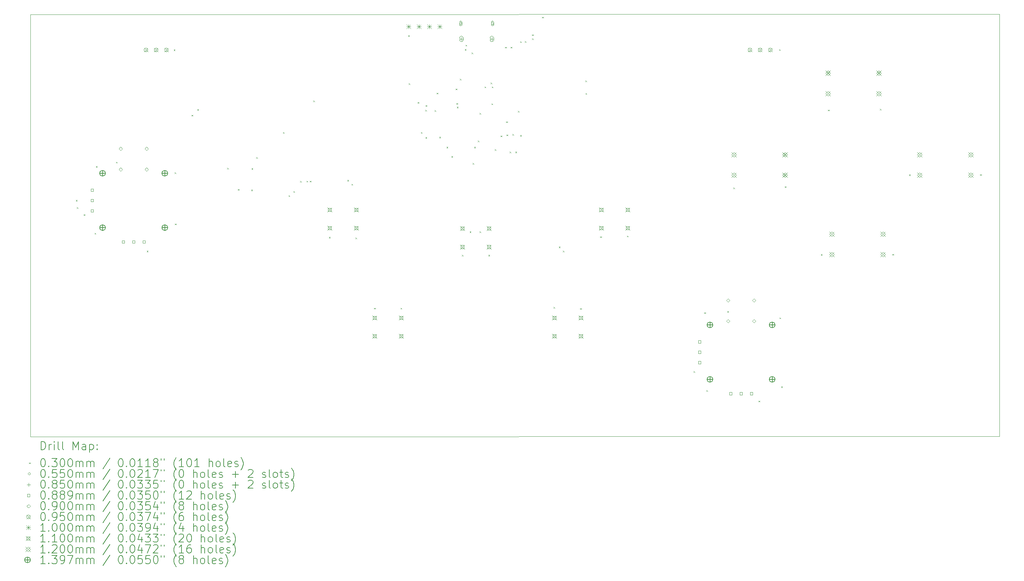
<source format=gbr>
%TF.GenerationSoftware,KiCad,Pcbnew,9.0.7*%
%TF.CreationDate,2026-01-18T23:42:21-08:00*%
%TF.ProjectId,STM32_HID_controller,53544d33-325f-4484-9944-5f636f6e7472,rev?*%
%TF.SameCoordinates,Original*%
%TF.FileFunction,Drillmap*%
%TF.FilePolarity,Positive*%
%FSLAX45Y45*%
G04 Gerber Fmt 4.5, Leading zero omitted, Abs format (unit mm)*
G04 Created by KiCad (PCBNEW 9.0.7) date 2026-01-18 23:42:21*
%MOMM*%
%LPD*%
G01*
G04 APERTURE LIST*
%ADD10C,0.050000*%
%ADD11C,0.200000*%
%ADD12C,0.100000*%
%ADD13C,0.110000*%
%ADD14C,0.120000*%
%ADD15C,0.139700*%
G04 APERTURE END LIST*
D10*
X4480000Y-12090000D02*
X4480000Y-1735000D01*
X28210000Y-12075000D02*
X4480000Y-12090000D01*
X4480000Y-1735000D02*
X28210000Y-1720000D01*
X28210000Y-1720000D02*
X28210000Y-12075000D01*
D11*
D12*
X5594038Y-6281967D02*
X5624038Y-6311967D01*
X5624038Y-6281967D02*
X5594038Y-6311967D01*
X5614497Y-6459497D02*
X5644497Y-6489497D01*
X5644497Y-6459497D02*
X5614497Y-6489497D01*
X5785000Y-6630000D02*
X5815000Y-6660000D01*
X5815000Y-6630000D02*
X5785000Y-6660000D01*
X6050000Y-7090000D02*
X6080000Y-7120000D01*
X6080000Y-7090000D02*
X6050000Y-7120000D01*
X6085000Y-5450000D02*
X6115000Y-5480000D01*
X6115000Y-5450000D02*
X6085000Y-5480000D01*
X6575000Y-5345000D02*
X6605000Y-5375000D01*
X6605000Y-5345000D02*
X6575000Y-5375000D01*
X7330000Y-7525000D02*
X7360000Y-7555000D01*
X7360000Y-7525000D02*
X7330000Y-7555000D01*
X7990000Y-2590000D02*
X8020000Y-2620000D01*
X8020000Y-2590000D02*
X7990000Y-2620000D01*
X8010000Y-5605000D02*
X8040000Y-5635000D01*
X8040000Y-5605000D02*
X8010000Y-5635000D01*
X8020000Y-6860000D02*
X8050000Y-6890000D01*
X8050000Y-6860000D02*
X8020000Y-6890000D01*
X8425000Y-4195000D02*
X8455000Y-4225000D01*
X8455000Y-4195000D02*
X8425000Y-4225000D01*
X8565000Y-4055000D02*
X8595000Y-4085000D01*
X8595000Y-4055000D02*
X8565000Y-4085000D01*
X9300000Y-5495000D02*
X9330000Y-5525000D01*
X9330000Y-5495000D02*
X9300000Y-5525000D01*
X9560000Y-6015000D02*
X9590000Y-6045000D01*
X9590000Y-6015000D02*
X9560000Y-6045000D01*
X9885000Y-6025000D02*
X9915000Y-6055000D01*
X9915000Y-6025000D02*
X9885000Y-6055000D01*
X9895000Y-5500000D02*
X9925000Y-5530000D01*
X9925000Y-5500000D02*
X9895000Y-5530000D01*
X10010000Y-5230000D02*
X10040000Y-5260000D01*
X10040000Y-5230000D02*
X10010000Y-5260000D01*
X10665000Y-4615000D02*
X10695000Y-4645000D01*
X10695000Y-4615000D02*
X10665000Y-4645000D01*
X10803003Y-6166997D02*
X10833003Y-6196997D01*
X10833003Y-6166997D02*
X10803003Y-6196997D01*
X10919900Y-6065000D02*
X10949900Y-6095000D01*
X10949900Y-6065000D02*
X10919900Y-6095000D01*
X11085000Y-5815000D02*
X11115000Y-5845000D01*
X11115000Y-5815000D02*
X11085000Y-5845000D01*
X11240000Y-5810000D02*
X11270000Y-5840000D01*
X11270000Y-5810000D02*
X11240000Y-5840000D01*
X11320000Y-5810000D02*
X11350000Y-5840000D01*
X11350000Y-5810000D02*
X11320000Y-5840000D01*
X11405000Y-3839900D02*
X11435000Y-3869900D01*
X11435000Y-3839900D02*
X11405000Y-3869900D01*
X11790000Y-7185000D02*
X11820000Y-7215000D01*
X11820000Y-7185000D02*
X11790000Y-7215000D01*
X12240502Y-5790502D02*
X12270502Y-5820502D01*
X12270502Y-5790502D02*
X12240502Y-5820502D01*
X12341997Y-5886997D02*
X12371997Y-5916997D01*
X12371997Y-5886997D02*
X12341997Y-5916997D01*
X12440000Y-7205000D02*
X12470000Y-7235000D01*
X12470000Y-7205000D02*
X12440000Y-7235000D01*
X12895000Y-8925000D02*
X12925000Y-8955000D01*
X12925000Y-8925000D02*
X12895000Y-8955000D01*
X13545000Y-8925000D02*
X13575000Y-8955000D01*
X13575000Y-8925000D02*
X13545000Y-8955000D01*
X13729000Y-2241000D02*
X13759000Y-2271000D01*
X13759000Y-2241000D02*
X13729000Y-2271000D01*
X13745000Y-3420000D02*
X13775000Y-3450000D01*
X13775000Y-3420000D02*
X13745000Y-3450000D01*
X13965502Y-3880502D02*
X13995502Y-3910502D01*
X13995502Y-3880502D02*
X13965502Y-3910502D01*
X14045000Y-4615000D02*
X14075000Y-4645000D01*
X14075000Y-4615000D02*
X14045000Y-4645000D01*
X14150000Y-4070000D02*
X14180000Y-4100000D01*
X14180000Y-4070000D02*
X14150000Y-4100000D01*
X14155000Y-4740000D02*
X14185000Y-4770000D01*
X14185000Y-4740000D02*
X14155000Y-4770000D01*
X14159923Y-3954923D02*
X14189923Y-3984923D01*
X14189923Y-3954923D02*
X14159923Y-3984923D01*
X14380000Y-4080000D02*
X14410000Y-4110000D01*
X14410000Y-4080000D02*
X14380000Y-4110000D01*
X14430502Y-3649497D02*
X14460502Y-3679497D01*
X14460502Y-3649497D02*
X14430502Y-3679497D01*
X14491250Y-4728750D02*
X14521250Y-4758750D01*
X14521250Y-4728750D02*
X14491250Y-4758750D01*
X14670000Y-4975000D02*
X14700000Y-5005000D01*
X14700000Y-4975000D02*
X14670000Y-5005000D01*
X14790000Y-5205000D02*
X14820000Y-5235000D01*
X14820000Y-5205000D02*
X14790000Y-5235000D01*
X14893570Y-3550058D02*
X14923570Y-3580058D01*
X14923570Y-3550058D02*
X14893570Y-3580058D01*
X14910000Y-3904201D02*
X14940000Y-3934201D01*
X14940000Y-3904201D02*
X14910000Y-3934201D01*
X14923367Y-3993204D02*
X14953367Y-4023204D01*
X14953367Y-3993204D02*
X14923367Y-4023204D01*
X14995000Y-3310000D02*
X15025000Y-3340000D01*
X15025000Y-3310000D02*
X14995000Y-3340000D01*
X15045000Y-7625000D02*
X15075000Y-7655000D01*
X15075000Y-7625000D02*
X15045000Y-7655000D01*
X15120888Y-2580888D02*
X15150888Y-2610888D01*
X15150888Y-2580888D02*
X15120888Y-2610888D01*
X15135000Y-2475000D02*
X15165000Y-2505000D01*
X15165000Y-2475000D02*
X15135000Y-2505000D01*
X15236974Y-7050000D02*
X15266974Y-7080000D01*
X15266974Y-7050000D02*
X15236974Y-7080000D01*
X15282130Y-2667130D02*
X15312130Y-2697130D01*
X15312130Y-2667130D02*
X15282130Y-2697130D01*
X15310000Y-5375000D02*
X15340000Y-5405000D01*
X15340000Y-5375000D02*
X15310000Y-5405000D01*
X15347156Y-4977844D02*
X15377156Y-5007844D01*
X15377156Y-4977844D02*
X15347156Y-5007844D01*
X15435000Y-4825000D02*
X15465000Y-4855000D01*
X15465000Y-4825000D02*
X15435000Y-4855000D01*
X15480000Y-4145000D02*
X15510000Y-4175000D01*
X15510000Y-4145000D02*
X15480000Y-4175000D01*
X15480000Y-7050000D02*
X15510000Y-7080000D01*
X15510000Y-7050000D02*
X15480000Y-7080000D01*
X15600000Y-3500000D02*
X15630000Y-3530000D01*
X15630000Y-3500000D02*
X15600000Y-3530000D01*
X15695000Y-7625000D02*
X15725000Y-7655000D01*
X15725000Y-7625000D02*
X15695000Y-7655000D01*
X15750000Y-3400000D02*
X15780000Y-3430000D01*
X15780000Y-3400000D02*
X15750000Y-3430000D01*
X15770000Y-3915000D02*
X15800000Y-3945000D01*
X15800000Y-3915000D02*
X15770000Y-3945000D01*
X15780000Y-3500000D02*
X15810000Y-3530000D01*
X15810000Y-3500000D02*
X15780000Y-3530000D01*
X15852826Y-5035000D02*
X15882826Y-5065000D01*
X15882826Y-5035000D02*
X15852826Y-5065000D01*
X15995000Y-4700000D02*
X16025000Y-4730000D01*
X16025000Y-4700000D02*
X15995000Y-4730000D01*
X16105000Y-2525000D02*
X16135000Y-2555000D01*
X16135000Y-2525000D02*
X16105000Y-2555000D01*
X16130000Y-4355000D02*
X16160000Y-4385000D01*
X16160000Y-4355000D02*
X16130000Y-4385000D01*
X16140000Y-4675000D02*
X16170000Y-4705000D01*
X16170000Y-4675000D02*
X16140000Y-4705000D01*
X16215000Y-5095000D02*
X16245000Y-5125000D01*
X16245000Y-5095000D02*
X16215000Y-5125000D01*
X16240000Y-2525000D02*
X16270000Y-2555000D01*
X16270000Y-2525000D02*
X16240000Y-2555000D01*
X16285000Y-4665000D02*
X16315000Y-4695000D01*
X16315000Y-4665000D02*
X16285000Y-4695000D01*
X16355000Y-5095000D02*
X16385000Y-5125000D01*
X16385000Y-5095000D02*
X16355000Y-5125000D01*
X16420000Y-4095000D02*
X16450000Y-4125000D01*
X16450000Y-4095000D02*
X16420000Y-4125000D01*
X16475000Y-2390000D02*
X16505000Y-2420000D01*
X16505000Y-2390000D02*
X16475000Y-2420000D01*
X16475000Y-4690000D02*
X16505000Y-4720000D01*
X16505000Y-4690000D02*
X16475000Y-4720000D01*
X16590000Y-2385000D02*
X16620000Y-2415000D01*
X16620000Y-2385000D02*
X16590000Y-2415000D01*
X16765000Y-2220000D02*
X16795000Y-2250000D01*
X16795000Y-2220000D02*
X16765000Y-2250000D01*
X16765000Y-2320000D02*
X16795000Y-2350000D01*
X16795000Y-2320000D02*
X16765000Y-2350000D01*
X17010000Y-1790000D02*
X17040000Y-1820000D01*
X17040000Y-1790000D02*
X17010000Y-1820000D01*
X17290000Y-8905000D02*
X17320000Y-8935000D01*
X17320000Y-8905000D02*
X17290000Y-8935000D01*
X17423128Y-7423127D02*
X17453128Y-7453127D01*
X17453128Y-7423127D02*
X17423128Y-7453127D01*
X17519623Y-7524622D02*
X17549623Y-7554622D01*
X17549623Y-7524622D02*
X17519623Y-7554622D01*
X17945000Y-8935000D02*
X17975000Y-8965000D01*
X17975000Y-8935000D02*
X17945000Y-8965000D01*
X18070000Y-3350000D02*
X18100000Y-3380000D01*
X18100000Y-3350000D02*
X18070000Y-3380000D01*
X18075000Y-3660100D02*
X18105000Y-3690100D01*
X18105000Y-3660100D02*
X18075000Y-3690100D01*
X18435000Y-7175000D02*
X18465000Y-7205000D01*
X18465000Y-7175000D02*
X18435000Y-7205000D01*
X19090000Y-7155000D02*
X19120000Y-7185000D01*
X19120000Y-7155000D02*
X19090000Y-7185000D01*
X20720000Y-10480000D02*
X20750000Y-10510000D01*
X20750000Y-10480000D02*
X20720000Y-10510000D01*
X20980000Y-9035000D02*
X21010000Y-9065000D01*
X21010000Y-9035000D02*
X20980000Y-9065000D01*
X21035000Y-10945000D02*
X21065000Y-10975000D01*
X21065000Y-10945000D02*
X21035000Y-10975000D01*
X21545000Y-9005000D02*
X21575000Y-9035000D01*
X21575000Y-9005000D02*
X21545000Y-9035000D01*
X21695000Y-5975000D02*
X21725000Y-6005000D01*
X21725000Y-5975000D02*
X21695000Y-6005000D01*
X22310000Y-11205000D02*
X22340000Y-11235000D01*
X22340000Y-11205000D02*
X22310000Y-11235000D01*
X22815000Y-2585000D02*
X22845000Y-2615000D01*
X22845000Y-2585000D02*
X22815000Y-2615000D01*
X22825000Y-9165000D02*
X22855000Y-9195000D01*
X22855000Y-9165000D02*
X22825000Y-9195000D01*
X22865000Y-10850000D02*
X22895000Y-10880000D01*
X22895000Y-10850000D02*
X22865000Y-10880000D01*
X22955000Y-5945000D02*
X22985000Y-5975000D01*
X22985000Y-5945000D02*
X22955000Y-5975000D01*
X23840000Y-7610000D02*
X23870000Y-7640000D01*
X23870000Y-7610000D02*
X23840000Y-7640000D01*
X24015000Y-4065000D02*
X24045000Y-4095000D01*
X24045000Y-4065000D02*
X24015000Y-4095000D01*
X25285000Y-4045000D02*
X25315000Y-4075000D01*
X25315000Y-4045000D02*
X25285000Y-4075000D01*
X25590000Y-7605000D02*
X25620000Y-7635000D01*
X25620000Y-7605000D02*
X25590000Y-7635000D01*
X26000000Y-5655000D02*
X26030000Y-5685000D01*
X26030000Y-5655000D02*
X26000000Y-5685000D01*
X27740000Y-5650000D02*
X27770000Y-5680000D01*
X27770000Y-5650000D02*
X27740000Y-5680000D01*
X15045500Y-1950500D02*
G75*
G02*
X14990500Y-1950500I-27500J0D01*
G01*
X14990500Y-1950500D02*
G75*
G02*
X15045500Y-1950500I27500J0D01*
G01*
X15045500Y-1983000D02*
X15045500Y-1918000D01*
X14990500Y-1918000D02*
G75*
G02*
X15045500Y-1918000I27500J0D01*
G01*
X14990500Y-1918000D02*
X14990500Y-1983000D01*
X14990500Y-1983000D02*
G75*
G03*
X15045500Y-1983000I27500J0D01*
G01*
X15820500Y-1950500D02*
G75*
G02*
X15765500Y-1950500I-27500J0D01*
G01*
X15765500Y-1950500D02*
G75*
G02*
X15820500Y-1950500I27500J0D01*
G01*
X15820500Y-1983000D02*
X15820500Y-1918000D01*
X15765500Y-1918000D02*
G75*
G02*
X15820500Y-1918000I27500J0D01*
G01*
X15765500Y-1918000D02*
X15765500Y-1983000D01*
X15765500Y-1983000D02*
G75*
G03*
X15820500Y-1983000I27500J0D01*
G01*
X15033000Y-2288000D02*
X15033000Y-2373000D01*
X14990500Y-2330500D02*
X15075500Y-2330500D01*
X15075500Y-2358000D02*
X15075500Y-2303000D01*
X14990500Y-2303000D02*
G75*
G02*
X15075500Y-2303000I42500J0D01*
G01*
X14990500Y-2303000D02*
X14990500Y-2358000D01*
X14990500Y-2358000D02*
G75*
G03*
X15075500Y-2358000I42500J0D01*
G01*
X15778000Y-2288000D02*
X15778000Y-2373000D01*
X15735500Y-2330500D02*
X15820500Y-2330500D01*
X15820500Y-2358000D02*
X15820500Y-2303000D01*
X15735500Y-2303000D02*
G75*
G02*
X15820500Y-2303000I42500J0D01*
G01*
X15735500Y-2303000D02*
X15735500Y-2358000D01*
X15735500Y-2358000D02*
G75*
G03*
X15820500Y-2358000I42500J0D01*
G01*
X6022931Y-6069431D02*
X6022931Y-6006569D01*
X5960069Y-6006569D01*
X5960069Y-6069431D01*
X6022931Y-6069431D01*
X6022931Y-6323431D02*
X6022931Y-6260569D01*
X5960069Y-6260569D01*
X5960069Y-6323431D01*
X6022931Y-6323431D01*
X6022931Y-6577431D02*
X6022931Y-6514569D01*
X5960069Y-6514569D01*
X5960069Y-6577431D01*
X6022931Y-6577431D01*
X6784931Y-7339431D02*
X6784931Y-7276569D01*
X6722069Y-7276569D01*
X6722069Y-7339431D01*
X6784931Y-7339431D01*
X7038931Y-7339431D02*
X7038931Y-7276569D01*
X6976069Y-7276569D01*
X6976069Y-7339431D01*
X7038931Y-7339431D01*
X7292931Y-7339431D02*
X7292931Y-7276569D01*
X7230069Y-7276569D01*
X7230069Y-7339431D01*
X7292931Y-7339431D01*
X20897931Y-9789431D02*
X20897931Y-9726569D01*
X20835069Y-9726569D01*
X20835069Y-9789431D01*
X20897931Y-9789431D01*
X20897931Y-10043431D02*
X20897931Y-9980569D01*
X20835069Y-9980569D01*
X20835069Y-10043431D01*
X20897931Y-10043431D01*
X20897931Y-10297431D02*
X20897931Y-10234569D01*
X20835069Y-10234569D01*
X20835069Y-10297431D01*
X20897931Y-10297431D01*
X21659931Y-11059431D02*
X21659931Y-10996569D01*
X21597069Y-10996569D01*
X21597069Y-11059431D01*
X21659931Y-11059431D01*
X21913931Y-11059431D02*
X21913931Y-10996569D01*
X21851069Y-10996569D01*
X21851069Y-11059431D01*
X21913931Y-11059431D01*
X22167931Y-11059431D02*
X22167931Y-10996569D01*
X22105069Y-10996569D01*
X22105069Y-11059431D01*
X22167931Y-11059431D01*
X6690000Y-5067000D02*
X6735000Y-5022000D01*
X6690000Y-4977000D01*
X6645000Y-5022000D01*
X6690000Y-5067000D01*
X6690000Y-5575000D02*
X6735000Y-5530000D01*
X6690000Y-5485000D01*
X6645000Y-5530000D01*
X6690000Y-5575000D01*
X7325000Y-5067000D02*
X7370000Y-5022000D01*
X7325000Y-4977000D01*
X7280000Y-5022000D01*
X7325000Y-5067000D01*
X7325000Y-5575000D02*
X7370000Y-5530000D01*
X7325000Y-5485000D01*
X7280000Y-5530000D01*
X7325000Y-5575000D01*
X21565000Y-8787000D02*
X21610000Y-8742000D01*
X21565000Y-8697000D01*
X21520000Y-8742000D01*
X21565000Y-8787000D01*
X21565000Y-9295000D02*
X21610000Y-9250000D01*
X21565000Y-9205000D01*
X21520000Y-9250000D01*
X21565000Y-9295000D01*
X22200000Y-8787000D02*
X22245000Y-8742000D01*
X22200000Y-8697000D01*
X22155000Y-8742000D01*
X22200000Y-8787000D01*
X22200000Y-9295000D02*
X22245000Y-9250000D01*
X22200000Y-9205000D01*
X22155000Y-9250000D01*
X22200000Y-9295000D01*
X7260500Y-2552500D02*
X7355500Y-2647500D01*
X7355500Y-2552500D02*
X7260500Y-2647500D01*
X7355500Y-2600000D02*
G75*
G02*
X7260500Y-2600000I-47500J0D01*
G01*
X7260500Y-2600000D02*
G75*
G02*
X7355500Y-2600000I47500J0D01*
G01*
X7510500Y-2552500D02*
X7605500Y-2647500D01*
X7605500Y-2552500D02*
X7510500Y-2647500D01*
X7605500Y-2600000D02*
G75*
G02*
X7510500Y-2600000I-47500J0D01*
G01*
X7510500Y-2600000D02*
G75*
G02*
X7605500Y-2600000I47500J0D01*
G01*
X7760500Y-2552500D02*
X7855500Y-2647500D01*
X7855500Y-2552500D02*
X7760500Y-2647500D01*
X7855500Y-2600000D02*
G75*
G02*
X7760500Y-2600000I-47500J0D01*
G01*
X7760500Y-2600000D02*
G75*
G02*
X7855500Y-2600000I47500J0D01*
G01*
X22052500Y-2552500D02*
X22147500Y-2647500D01*
X22147500Y-2552500D02*
X22052500Y-2647500D01*
X22147500Y-2600000D02*
G75*
G02*
X22052500Y-2600000I-47500J0D01*
G01*
X22052500Y-2600000D02*
G75*
G02*
X22147500Y-2600000I47500J0D01*
G01*
X22302500Y-2552500D02*
X22397500Y-2647500D01*
X22397500Y-2552500D02*
X22302500Y-2647500D01*
X22397500Y-2600000D02*
G75*
G02*
X22302500Y-2600000I-47500J0D01*
G01*
X22302500Y-2600000D02*
G75*
G02*
X22397500Y-2600000I47500J0D01*
G01*
X22552500Y-2552500D02*
X22647500Y-2647500D01*
X22647500Y-2552500D02*
X22552500Y-2647500D01*
X22647500Y-2600000D02*
G75*
G02*
X22552500Y-2600000I-47500J0D01*
G01*
X22552500Y-2600000D02*
G75*
G02*
X22647500Y-2600000I47500J0D01*
G01*
X13694000Y-1975000D02*
X13794000Y-2075000D01*
X13794000Y-1975000D02*
X13694000Y-2075000D01*
X13744000Y-1975000D02*
X13744000Y-2075000D01*
X13694000Y-2025000D02*
X13794000Y-2025000D01*
X13948000Y-1975000D02*
X14048000Y-2075000D01*
X14048000Y-1975000D02*
X13948000Y-2075000D01*
X13998000Y-1975000D02*
X13998000Y-2075000D01*
X13948000Y-2025000D02*
X14048000Y-2025000D01*
X14202000Y-1975000D02*
X14302000Y-2075000D01*
X14302000Y-1975000D02*
X14202000Y-2075000D01*
X14252000Y-1975000D02*
X14252000Y-2075000D01*
X14202000Y-2025000D02*
X14302000Y-2025000D01*
X14456000Y-1975000D02*
X14556000Y-2075000D01*
X14556000Y-1975000D02*
X14456000Y-2075000D01*
X14506000Y-1975000D02*
X14506000Y-2075000D01*
X14456000Y-2025000D02*
X14556000Y-2025000D01*
D13*
X11753000Y-6462250D02*
X11863000Y-6572250D01*
X11863000Y-6462250D02*
X11753000Y-6572250D01*
X11846891Y-6556141D02*
X11846891Y-6478359D01*
X11769109Y-6478359D01*
X11769109Y-6556141D01*
X11846891Y-6556141D01*
X11753000Y-6912250D02*
X11863000Y-7022250D01*
X11863000Y-6912250D02*
X11753000Y-7022250D01*
X11846891Y-7006141D02*
X11846891Y-6928359D01*
X11769109Y-6928359D01*
X11769109Y-7006141D01*
X11846891Y-7006141D01*
X12403000Y-6462250D02*
X12513000Y-6572250D01*
X12513000Y-6462250D02*
X12403000Y-6572250D01*
X12496891Y-6556141D02*
X12496891Y-6478359D01*
X12419109Y-6478359D01*
X12419109Y-6556141D01*
X12496891Y-6556141D01*
X12403000Y-6912250D02*
X12513000Y-7022250D01*
X12513000Y-6912250D02*
X12403000Y-7022250D01*
X12496891Y-7006141D02*
X12496891Y-6928359D01*
X12419109Y-6928359D01*
X12419109Y-7006141D01*
X12496891Y-7006141D01*
X12853000Y-9112250D02*
X12963000Y-9222250D01*
X12963000Y-9112250D02*
X12853000Y-9222250D01*
X12946891Y-9206141D02*
X12946891Y-9128359D01*
X12869109Y-9128359D01*
X12869109Y-9206141D01*
X12946891Y-9206141D01*
X12853000Y-9562250D02*
X12963000Y-9672250D01*
X12963000Y-9562250D02*
X12853000Y-9672250D01*
X12946891Y-9656141D02*
X12946891Y-9578359D01*
X12869109Y-9578359D01*
X12869109Y-9656141D01*
X12946891Y-9656141D01*
X13503000Y-9112250D02*
X13613000Y-9222250D01*
X13613000Y-9112250D02*
X13503000Y-9222250D01*
X13596891Y-9206141D02*
X13596891Y-9128359D01*
X13519109Y-9128359D01*
X13519109Y-9206141D01*
X13596891Y-9206141D01*
X13503000Y-9562250D02*
X13613000Y-9672250D01*
X13613000Y-9562250D02*
X13503000Y-9672250D01*
X13596891Y-9656141D02*
X13596891Y-9578359D01*
X13519109Y-9578359D01*
X13519109Y-9656141D01*
X13596891Y-9656141D01*
X15005000Y-6925000D02*
X15115000Y-7035000D01*
X15115000Y-6925000D02*
X15005000Y-7035000D01*
X15098891Y-7018891D02*
X15098891Y-6941109D01*
X15021109Y-6941109D01*
X15021109Y-7018891D01*
X15098891Y-7018891D01*
X15005000Y-7375000D02*
X15115000Y-7485000D01*
X15115000Y-7375000D02*
X15005000Y-7485000D01*
X15098891Y-7468891D02*
X15098891Y-7391109D01*
X15021109Y-7391109D01*
X15021109Y-7468891D01*
X15098891Y-7468891D01*
X15655000Y-6925000D02*
X15765000Y-7035000D01*
X15765000Y-6925000D02*
X15655000Y-7035000D01*
X15748891Y-7018891D02*
X15748891Y-6941109D01*
X15671109Y-6941109D01*
X15671109Y-7018891D01*
X15748891Y-7018891D01*
X15655000Y-7375000D02*
X15765000Y-7485000D01*
X15765000Y-7375000D02*
X15655000Y-7485000D01*
X15748891Y-7468891D02*
X15748891Y-7391109D01*
X15671109Y-7391109D01*
X15671109Y-7468891D01*
X15748891Y-7468891D01*
X17253000Y-9112250D02*
X17363000Y-9222250D01*
X17363000Y-9112250D02*
X17253000Y-9222250D01*
X17346891Y-9206141D02*
X17346891Y-9128359D01*
X17269109Y-9128359D01*
X17269109Y-9206141D01*
X17346891Y-9206141D01*
X17253000Y-9562250D02*
X17363000Y-9672250D01*
X17363000Y-9562250D02*
X17253000Y-9672250D01*
X17346891Y-9656141D02*
X17346891Y-9578359D01*
X17269109Y-9578359D01*
X17269109Y-9656141D01*
X17346891Y-9656141D01*
X17903000Y-9112250D02*
X18013000Y-9222250D01*
X18013000Y-9112250D02*
X17903000Y-9222250D01*
X17996891Y-9206141D02*
X17996891Y-9128359D01*
X17919109Y-9128359D01*
X17919109Y-9206141D01*
X17996891Y-9206141D01*
X17903000Y-9562250D02*
X18013000Y-9672250D01*
X18013000Y-9562250D02*
X17903000Y-9672250D01*
X17996891Y-9656141D02*
X17996891Y-9578359D01*
X17919109Y-9578359D01*
X17919109Y-9656141D01*
X17996891Y-9656141D01*
X18403000Y-6462250D02*
X18513000Y-6572250D01*
X18513000Y-6462250D02*
X18403000Y-6572250D01*
X18496891Y-6556141D02*
X18496891Y-6478359D01*
X18419109Y-6478359D01*
X18419109Y-6556141D01*
X18496891Y-6556141D01*
X18403000Y-6912250D02*
X18513000Y-7022250D01*
X18513000Y-6912250D02*
X18403000Y-7022250D01*
X18496891Y-7006141D02*
X18496891Y-6928359D01*
X18419109Y-6928359D01*
X18419109Y-7006141D01*
X18496891Y-7006141D01*
X19053000Y-6462250D02*
X19163000Y-6572250D01*
X19163000Y-6462250D02*
X19053000Y-6572250D01*
X19146891Y-6556141D02*
X19146891Y-6478359D01*
X19069109Y-6478359D01*
X19069109Y-6556141D01*
X19146891Y-6556141D01*
X19053000Y-6912250D02*
X19163000Y-7022250D01*
X19163000Y-6912250D02*
X19053000Y-7022250D01*
X19146891Y-7006141D02*
X19146891Y-6928359D01*
X19069109Y-6928359D01*
X19069109Y-7006141D01*
X19146891Y-7006141D01*
D14*
X21648000Y-5107250D02*
X21768000Y-5227250D01*
X21768000Y-5107250D02*
X21648000Y-5227250D01*
X21708000Y-5227250D02*
X21768000Y-5167250D01*
X21708000Y-5107250D01*
X21648000Y-5167250D01*
X21708000Y-5227250D01*
X21648000Y-5607250D02*
X21768000Y-5727250D01*
X21768000Y-5607250D02*
X21648000Y-5727250D01*
X21708000Y-5727250D02*
X21768000Y-5667250D01*
X21708000Y-5607250D01*
X21648000Y-5667250D01*
X21708000Y-5727250D01*
X22898000Y-5107250D02*
X23018000Y-5227250D01*
X23018000Y-5107250D02*
X22898000Y-5227250D01*
X22958000Y-5227250D02*
X23018000Y-5167250D01*
X22958000Y-5107250D01*
X22898000Y-5167250D01*
X22958000Y-5227250D01*
X22898000Y-5607250D02*
X23018000Y-5727250D01*
X23018000Y-5607250D02*
X22898000Y-5727250D01*
X22958000Y-5727250D02*
X23018000Y-5667250D01*
X22958000Y-5607250D01*
X22898000Y-5667250D01*
X22958000Y-5727250D01*
X23948000Y-3107250D02*
X24068000Y-3227250D01*
X24068000Y-3107250D02*
X23948000Y-3227250D01*
X24008000Y-3227250D02*
X24068000Y-3167250D01*
X24008000Y-3107250D01*
X23948000Y-3167250D01*
X24008000Y-3227250D01*
X23948000Y-3607250D02*
X24068000Y-3727250D01*
X24068000Y-3607250D02*
X23948000Y-3727250D01*
X24008000Y-3727250D02*
X24068000Y-3667250D01*
X24008000Y-3607250D01*
X23948000Y-3667250D01*
X24008000Y-3727250D01*
X24048000Y-7057250D02*
X24168000Y-7177250D01*
X24168000Y-7057250D02*
X24048000Y-7177250D01*
X24108000Y-7177250D02*
X24168000Y-7117250D01*
X24108000Y-7057250D01*
X24048000Y-7117250D01*
X24108000Y-7177250D01*
X24048000Y-7557250D02*
X24168000Y-7677250D01*
X24168000Y-7557250D02*
X24048000Y-7677250D01*
X24108000Y-7677250D02*
X24168000Y-7617250D01*
X24108000Y-7557250D01*
X24048000Y-7617250D01*
X24108000Y-7677250D01*
X25198000Y-3107250D02*
X25318000Y-3227250D01*
X25318000Y-3107250D02*
X25198000Y-3227250D01*
X25258000Y-3227250D02*
X25318000Y-3167250D01*
X25258000Y-3107250D01*
X25198000Y-3167250D01*
X25258000Y-3227250D01*
X25198000Y-3607250D02*
X25318000Y-3727250D01*
X25318000Y-3607250D02*
X25198000Y-3727250D01*
X25258000Y-3727250D02*
X25318000Y-3667250D01*
X25258000Y-3607250D01*
X25198000Y-3667250D01*
X25258000Y-3727250D01*
X25298000Y-7057250D02*
X25418000Y-7177250D01*
X25418000Y-7057250D02*
X25298000Y-7177250D01*
X25358000Y-7177250D02*
X25418000Y-7117250D01*
X25358000Y-7057250D01*
X25298000Y-7117250D01*
X25358000Y-7177250D01*
X25298000Y-7557250D02*
X25418000Y-7677250D01*
X25418000Y-7557250D02*
X25298000Y-7677250D01*
X25358000Y-7677250D02*
X25418000Y-7617250D01*
X25358000Y-7557250D01*
X25298000Y-7617250D01*
X25358000Y-7677250D01*
X26198000Y-5107250D02*
X26318000Y-5227250D01*
X26318000Y-5107250D02*
X26198000Y-5227250D01*
X26258000Y-5227250D02*
X26318000Y-5167250D01*
X26258000Y-5107250D01*
X26198000Y-5167250D01*
X26258000Y-5227250D01*
X26198000Y-5607250D02*
X26318000Y-5727250D01*
X26318000Y-5607250D02*
X26198000Y-5727250D01*
X26258000Y-5727250D02*
X26318000Y-5667250D01*
X26258000Y-5607250D01*
X26198000Y-5667250D01*
X26258000Y-5727250D01*
X27448000Y-5107250D02*
X27568000Y-5227250D01*
X27568000Y-5107250D02*
X27448000Y-5227250D01*
X27508000Y-5227250D02*
X27568000Y-5167250D01*
X27508000Y-5107250D01*
X27448000Y-5167250D01*
X27508000Y-5227250D01*
X27448000Y-5607250D02*
X27568000Y-5727250D01*
X27568000Y-5607250D02*
X27448000Y-5727250D01*
X27508000Y-5727250D02*
X27568000Y-5667250D01*
X27508000Y-5607250D01*
X27448000Y-5667250D01*
X27508000Y-5727250D01*
D15*
X6245500Y-5555400D02*
X6245500Y-5695100D01*
X6175650Y-5625250D02*
X6315350Y-5625250D01*
X6315350Y-5625250D02*
G75*
G02*
X6175650Y-5625250I-69850J0D01*
G01*
X6175650Y-5625250D02*
G75*
G02*
X6315350Y-5625250I69850J0D01*
G01*
X6245500Y-6888900D02*
X6245500Y-7028600D01*
X6175650Y-6958750D02*
X6315350Y-6958750D01*
X6315350Y-6958750D02*
G75*
G02*
X6175650Y-6958750I-69850J0D01*
G01*
X6175650Y-6958750D02*
G75*
G02*
X6315350Y-6958750I69850J0D01*
G01*
X7769500Y-5555400D02*
X7769500Y-5695100D01*
X7699650Y-5625250D02*
X7839350Y-5625250D01*
X7839350Y-5625250D02*
G75*
G02*
X7699650Y-5625250I-69850J0D01*
G01*
X7699650Y-5625250D02*
G75*
G02*
X7839350Y-5625250I69850J0D01*
G01*
X7769500Y-6888900D02*
X7769500Y-7028600D01*
X7699650Y-6958750D02*
X7839350Y-6958750D01*
X7839350Y-6958750D02*
G75*
G02*
X7699650Y-6958750I-69850J0D01*
G01*
X7699650Y-6958750D02*
G75*
G02*
X7839350Y-6958750I69850J0D01*
G01*
X21120500Y-9275400D02*
X21120500Y-9415100D01*
X21050650Y-9345250D02*
X21190350Y-9345250D01*
X21190350Y-9345250D02*
G75*
G02*
X21050650Y-9345250I-69850J0D01*
G01*
X21050650Y-9345250D02*
G75*
G02*
X21190350Y-9345250I69850J0D01*
G01*
X21120500Y-10608900D02*
X21120500Y-10748600D01*
X21050650Y-10678750D02*
X21190350Y-10678750D01*
X21190350Y-10678750D02*
G75*
G02*
X21050650Y-10678750I-69850J0D01*
G01*
X21050650Y-10678750D02*
G75*
G02*
X21190350Y-10678750I69850J0D01*
G01*
X22644500Y-9275400D02*
X22644500Y-9415100D01*
X22574650Y-9345250D02*
X22714350Y-9345250D01*
X22714350Y-9345250D02*
G75*
G02*
X22574650Y-9345250I-69850J0D01*
G01*
X22574650Y-9345250D02*
G75*
G02*
X22714350Y-9345250I69850J0D01*
G01*
X22644500Y-10608900D02*
X22644500Y-10748600D01*
X22574650Y-10678750D02*
X22714350Y-10678750D01*
X22714350Y-10678750D02*
G75*
G02*
X22574650Y-10678750I-69850J0D01*
G01*
X22574650Y-10678750D02*
G75*
G02*
X22714350Y-10678750I69850J0D01*
G01*
D11*
X4738277Y-12403984D02*
X4738277Y-12203984D01*
X4738277Y-12203984D02*
X4785896Y-12203984D01*
X4785896Y-12203984D02*
X4814467Y-12213508D01*
X4814467Y-12213508D02*
X4833515Y-12232555D01*
X4833515Y-12232555D02*
X4843039Y-12251603D01*
X4843039Y-12251603D02*
X4852563Y-12289698D01*
X4852563Y-12289698D02*
X4852563Y-12318269D01*
X4852563Y-12318269D02*
X4843039Y-12356365D01*
X4843039Y-12356365D02*
X4833515Y-12375412D01*
X4833515Y-12375412D02*
X4814467Y-12394460D01*
X4814467Y-12394460D02*
X4785896Y-12403984D01*
X4785896Y-12403984D02*
X4738277Y-12403984D01*
X4938277Y-12403984D02*
X4938277Y-12270650D01*
X4938277Y-12308746D02*
X4947801Y-12289698D01*
X4947801Y-12289698D02*
X4957324Y-12280174D01*
X4957324Y-12280174D02*
X4976372Y-12270650D01*
X4976372Y-12270650D02*
X4995420Y-12270650D01*
X5062086Y-12403984D02*
X5062086Y-12270650D01*
X5062086Y-12203984D02*
X5052563Y-12213508D01*
X5052563Y-12213508D02*
X5062086Y-12223031D01*
X5062086Y-12223031D02*
X5071610Y-12213508D01*
X5071610Y-12213508D02*
X5062086Y-12203984D01*
X5062086Y-12203984D02*
X5062086Y-12223031D01*
X5185896Y-12403984D02*
X5166848Y-12394460D01*
X5166848Y-12394460D02*
X5157324Y-12375412D01*
X5157324Y-12375412D02*
X5157324Y-12203984D01*
X5290658Y-12403984D02*
X5271610Y-12394460D01*
X5271610Y-12394460D02*
X5262086Y-12375412D01*
X5262086Y-12375412D02*
X5262086Y-12203984D01*
X5519229Y-12403984D02*
X5519229Y-12203984D01*
X5519229Y-12203984D02*
X5585896Y-12346841D01*
X5585896Y-12346841D02*
X5652562Y-12203984D01*
X5652562Y-12203984D02*
X5652562Y-12403984D01*
X5833515Y-12403984D02*
X5833515Y-12299222D01*
X5833515Y-12299222D02*
X5823991Y-12280174D01*
X5823991Y-12280174D02*
X5804943Y-12270650D01*
X5804943Y-12270650D02*
X5766848Y-12270650D01*
X5766848Y-12270650D02*
X5747801Y-12280174D01*
X5833515Y-12394460D02*
X5814467Y-12403984D01*
X5814467Y-12403984D02*
X5766848Y-12403984D01*
X5766848Y-12403984D02*
X5747801Y-12394460D01*
X5747801Y-12394460D02*
X5738277Y-12375412D01*
X5738277Y-12375412D02*
X5738277Y-12356365D01*
X5738277Y-12356365D02*
X5747801Y-12337317D01*
X5747801Y-12337317D02*
X5766848Y-12327793D01*
X5766848Y-12327793D02*
X5814467Y-12327793D01*
X5814467Y-12327793D02*
X5833515Y-12318269D01*
X5928753Y-12270650D02*
X5928753Y-12470650D01*
X5928753Y-12280174D02*
X5947801Y-12270650D01*
X5947801Y-12270650D02*
X5985896Y-12270650D01*
X5985896Y-12270650D02*
X6004943Y-12280174D01*
X6004943Y-12280174D02*
X6014467Y-12289698D01*
X6014467Y-12289698D02*
X6023991Y-12308746D01*
X6023991Y-12308746D02*
X6023991Y-12365888D01*
X6023991Y-12365888D02*
X6014467Y-12384936D01*
X6014467Y-12384936D02*
X6004943Y-12394460D01*
X6004943Y-12394460D02*
X5985896Y-12403984D01*
X5985896Y-12403984D02*
X5947801Y-12403984D01*
X5947801Y-12403984D02*
X5928753Y-12394460D01*
X6109705Y-12384936D02*
X6119229Y-12394460D01*
X6119229Y-12394460D02*
X6109705Y-12403984D01*
X6109705Y-12403984D02*
X6100182Y-12394460D01*
X6100182Y-12394460D02*
X6109705Y-12384936D01*
X6109705Y-12384936D02*
X6109705Y-12403984D01*
X6109705Y-12280174D02*
X6119229Y-12289698D01*
X6119229Y-12289698D02*
X6109705Y-12299222D01*
X6109705Y-12299222D02*
X6100182Y-12289698D01*
X6100182Y-12289698D02*
X6109705Y-12280174D01*
X6109705Y-12280174D02*
X6109705Y-12299222D01*
D12*
X4447500Y-12717500D02*
X4477500Y-12747500D01*
X4477500Y-12717500D02*
X4447500Y-12747500D01*
D11*
X4776372Y-12623984D02*
X4795420Y-12623984D01*
X4795420Y-12623984D02*
X4814467Y-12633508D01*
X4814467Y-12633508D02*
X4823991Y-12643031D01*
X4823991Y-12643031D02*
X4833515Y-12662079D01*
X4833515Y-12662079D02*
X4843039Y-12700174D01*
X4843039Y-12700174D02*
X4843039Y-12747793D01*
X4843039Y-12747793D02*
X4833515Y-12785888D01*
X4833515Y-12785888D02*
X4823991Y-12804936D01*
X4823991Y-12804936D02*
X4814467Y-12814460D01*
X4814467Y-12814460D02*
X4795420Y-12823984D01*
X4795420Y-12823984D02*
X4776372Y-12823984D01*
X4776372Y-12823984D02*
X4757324Y-12814460D01*
X4757324Y-12814460D02*
X4747801Y-12804936D01*
X4747801Y-12804936D02*
X4738277Y-12785888D01*
X4738277Y-12785888D02*
X4728753Y-12747793D01*
X4728753Y-12747793D02*
X4728753Y-12700174D01*
X4728753Y-12700174D02*
X4738277Y-12662079D01*
X4738277Y-12662079D02*
X4747801Y-12643031D01*
X4747801Y-12643031D02*
X4757324Y-12633508D01*
X4757324Y-12633508D02*
X4776372Y-12623984D01*
X4928753Y-12804936D02*
X4938277Y-12814460D01*
X4938277Y-12814460D02*
X4928753Y-12823984D01*
X4928753Y-12823984D02*
X4919229Y-12814460D01*
X4919229Y-12814460D02*
X4928753Y-12804936D01*
X4928753Y-12804936D02*
X4928753Y-12823984D01*
X5004944Y-12623984D02*
X5128753Y-12623984D01*
X5128753Y-12623984D02*
X5062086Y-12700174D01*
X5062086Y-12700174D02*
X5090658Y-12700174D01*
X5090658Y-12700174D02*
X5109705Y-12709698D01*
X5109705Y-12709698D02*
X5119229Y-12719222D01*
X5119229Y-12719222D02*
X5128753Y-12738269D01*
X5128753Y-12738269D02*
X5128753Y-12785888D01*
X5128753Y-12785888D02*
X5119229Y-12804936D01*
X5119229Y-12804936D02*
X5109705Y-12814460D01*
X5109705Y-12814460D02*
X5090658Y-12823984D01*
X5090658Y-12823984D02*
X5033515Y-12823984D01*
X5033515Y-12823984D02*
X5014467Y-12814460D01*
X5014467Y-12814460D02*
X5004944Y-12804936D01*
X5252563Y-12623984D02*
X5271610Y-12623984D01*
X5271610Y-12623984D02*
X5290658Y-12633508D01*
X5290658Y-12633508D02*
X5300182Y-12643031D01*
X5300182Y-12643031D02*
X5309705Y-12662079D01*
X5309705Y-12662079D02*
X5319229Y-12700174D01*
X5319229Y-12700174D02*
X5319229Y-12747793D01*
X5319229Y-12747793D02*
X5309705Y-12785888D01*
X5309705Y-12785888D02*
X5300182Y-12804936D01*
X5300182Y-12804936D02*
X5290658Y-12814460D01*
X5290658Y-12814460D02*
X5271610Y-12823984D01*
X5271610Y-12823984D02*
X5252563Y-12823984D01*
X5252563Y-12823984D02*
X5233515Y-12814460D01*
X5233515Y-12814460D02*
X5223991Y-12804936D01*
X5223991Y-12804936D02*
X5214467Y-12785888D01*
X5214467Y-12785888D02*
X5204944Y-12747793D01*
X5204944Y-12747793D02*
X5204944Y-12700174D01*
X5204944Y-12700174D02*
X5214467Y-12662079D01*
X5214467Y-12662079D02*
X5223991Y-12643031D01*
X5223991Y-12643031D02*
X5233515Y-12633508D01*
X5233515Y-12633508D02*
X5252563Y-12623984D01*
X5443039Y-12623984D02*
X5462086Y-12623984D01*
X5462086Y-12623984D02*
X5481134Y-12633508D01*
X5481134Y-12633508D02*
X5490658Y-12643031D01*
X5490658Y-12643031D02*
X5500182Y-12662079D01*
X5500182Y-12662079D02*
X5509705Y-12700174D01*
X5509705Y-12700174D02*
X5509705Y-12747793D01*
X5509705Y-12747793D02*
X5500182Y-12785888D01*
X5500182Y-12785888D02*
X5490658Y-12804936D01*
X5490658Y-12804936D02*
X5481134Y-12814460D01*
X5481134Y-12814460D02*
X5462086Y-12823984D01*
X5462086Y-12823984D02*
X5443039Y-12823984D01*
X5443039Y-12823984D02*
X5423991Y-12814460D01*
X5423991Y-12814460D02*
X5414467Y-12804936D01*
X5414467Y-12804936D02*
X5404944Y-12785888D01*
X5404944Y-12785888D02*
X5395420Y-12747793D01*
X5395420Y-12747793D02*
X5395420Y-12700174D01*
X5395420Y-12700174D02*
X5404944Y-12662079D01*
X5404944Y-12662079D02*
X5414467Y-12643031D01*
X5414467Y-12643031D02*
X5423991Y-12633508D01*
X5423991Y-12633508D02*
X5443039Y-12623984D01*
X5595420Y-12823984D02*
X5595420Y-12690650D01*
X5595420Y-12709698D02*
X5604943Y-12700174D01*
X5604943Y-12700174D02*
X5623991Y-12690650D01*
X5623991Y-12690650D02*
X5652563Y-12690650D01*
X5652563Y-12690650D02*
X5671610Y-12700174D01*
X5671610Y-12700174D02*
X5681134Y-12719222D01*
X5681134Y-12719222D02*
X5681134Y-12823984D01*
X5681134Y-12719222D02*
X5690658Y-12700174D01*
X5690658Y-12700174D02*
X5709705Y-12690650D01*
X5709705Y-12690650D02*
X5738277Y-12690650D01*
X5738277Y-12690650D02*
X5757324Y-12700174D01*
X5757324Y-12700174D02*
X5766848Y-12719222D01*
X5766848Y-12719222D02*
X5766848Y-12823984D01*
X5862086Y-12823984D02*
X5862086Y-12690650D01*
X5862086Y-12709698D02*
X5871610Y-12700174D01*
X5871610Y-12700174D02*
X5890658Y-12690650D01*
X5890658Y-12690650D02*
X5919229Y-12690650D01*
X5919229Y-12690650D02*
X5938277Y-12700174D01*
X5938277Y-12700174D02*
X5947801Y-12719222D01*
X5947801Y-12719222D02*
X5947801Y-12823984D01*
X5947801Y-12719222D02*
X5957324Y-12700174D01*
X5957324Y-12700174D02*
X5976372Y-12690650D01*
X5976372Y-12690650D02*
X6004943Y-12690650D01*
X6004943Y-12690650D02*
X6023991Y-12700174D01*
X6023991Y-12700174D02*
X6033515Y-12719222D01*
X6033515Y-12719222D02*
X6033515Y-12823984D01*
X6423991Y-12614460D02*
X6252563Y-12871603D01*
X6681134Y-12623984D02*
X6700182Y-12623984D01*
X6700182Y-12623984D02*
X6719229Y-12633508D01*
X6719229Y-12633508D02*
X6728753Y-12643031D01*
X6728753Y-12643031D02*
X6738277Y-12662079D01*
X6738277Y-12662079D02*
X6747801Y-12700174D01*
X6747801Y-12700174D02*
X6747801Y-12747793D01*
X6747801Y-12747793D02*
X6738277Y-12785888D01*
X6738277Y-12785888D02*
X6728753Y-12804936D01*
X6728753Y-12804936D02*
X6719229Y-12814460D01*
X6719229Y-12814460D02*
X6700182Y-12823984D01*
X6700182Y-12823984D02*
X6681134Y-12823984D01*
X6681134Y-12823984D02*
X6662086Y-12814460D01*
X6662086Y-12814460D02*
X6652563Y-12804936D01*
X6652563Y-12804936D02*
X6643039Y-12785888D01*
X6643039Y-12785888D02*
X6633515Y-12747793D01*
X6633515Y-12747793D02*
X6633515Y-12700174D01*
X6633515Y-12700174D02*
X6643039Y-12662079D01*
X6643039Y-12662079D02*
X6652563Y-12643031D01*
X6652563Y-12643031D02*
X6662086Y-12633508D01*
X6662086Y-12633508D02*
X6681134Y-12623984D01*
X6833515Y-12804936D02*
X6843039Y-12814460D01*
X6843039Y-12814460D02*
X6833515Y-12823984D01*
X6833515Y-12823984D02*
X6823991Y-12814460D01*
X6823991Y-12814460D02*
X6833515Y-12804936D01*
X6833515Y-12804936D02*
X6833515Y-12823984D01*
X6966848Y-12623984D02*
X6985896Y-12623984D01*
X6985896Y-12623984D02*
X7004944Y-12633508D01*
X7004944Y-12633508D02*
X7014467Y-12643031D01*
X7014467Y-12643031D02*
X7023991Y-12662079D01*
X7023991Y-12662079D02*
X7033515Y-12700174D01*
X7033515Y-12700174D02*
X7033515Y-12747793D01*
X7033515Y-12747793D02*
X7023991Y-12785888D01*
X7023991Y-12785888D02*
X7014467Y-12804936D01*
X7014467Y-12804936D02*
X7004944Y-12814460D01*
X7004944Y-12814460D02*
X6985896Y-12823984D01*
X6985896Y-12823984D02*
X6966848Y-12823984D01*
X6966848Y-12823984D02*
X6947801Y-12814460D01*
X6947801Y-12814460D02*
X6938277Y-12804936D01*
X6938277Y-12804936D02*
X6928753Y-12785888D01*
X6928753Y-12785888D02*
X6919229Y-12747793D01*
X6919229Y-12747793D02*
X6919229Y-12700174D01*
X6919229Y-12700174D02*
X6928753Y-12662079D01*
X6928753Y-12662079D02*
X6938277Y-12643031D01*
X6938277Y-12643031D02*
X6947801Y-12633508D01*
X6947801Y-12633508D02*
X6966848Y-12623984D01*
X7223991Y-12823984D02*
X7109706Y-12823984D01*
X7166848Y-12823984D02*
X7166848Y-12623984D01*
X7166848Y-12623984D02*
X7147801Y-12652555D01*
X7147801Y-12652555D02*
X7128753Y-12671603D01*
X7128753Y-12671603D02*
X7109706Y-12681127D01*
X7414467Y-12823984D02*
X7300182Y-12823984D01*
X7357325Y-12823984D02*
X7357325Y-12623984D01*
X7357325Y-12623984D02*
X7338277Y-12652555D01*
X7338277Y-12652555D02*
X7319229Y-12671603D01*
X7319229Y-12671603D02*
X7300182Y-12681127D01*
X7528753Y-12709698D02*
X7509706Y-12700174D01*
X7509706Y-12700174D02*
X7500182Y-12690650D01*
X7500182Y-12690650D02*
X7490658Y-12671603D01*
X7490658Y-12671603D02*
X7490658Y-12662079D01*
X7490658Y-12662079D02*
X7500182Y-12643031D01*
X7500182Y-12643031D02*
X7509706Y-12633508D01*
X7509706Y-12633508D02*
X7528753Y-12623984D01*
X7528753Y-12623984D02*
X7566848Y-12623984D01*
X7566848Y-12623984D02*
X7585896Y-12633508D01*
X7585896Y-12633508D02*
X7595420Y-12643031D01*
X7595420Y-12643031D02*
X7604944Y-12662079D01*
X7604944Y-12662079D02*
X7604944Y-12671603D01*
X7604944Y-12671603D02*
X7595420Y-12690650D01*
X7595420Y-12690650D02*
X7585896Y-12700174D01*
X7585896Y-12700174D02*
X7566848Y-12709698D01*
X7566848Y-12709698D02*
X7528753Y-12709698D01*
X7528753Y-12709698D02*
X7509706Y-12719222D01*
X7509706Y-12719222D02*
X7500182Y-12728746D01*
X7500182Y-12728746D02*
X7490658Y-12747793D01*
X7490658Y-12747793D02*
X7490658Y-12785888D01*
X7490658Y-12785888D02*
X7500182Y-12804936D01*
X7500182Y-12804936D02*
X7509706Y-12814460D01*
X7509706Y-12814460D02*
X7528753Y-12823984D01*
X7528753Y-12823984D02*
X7566848Y-12823984D01*
X7566848Y-12823984D02*
X7585896Y-12814460D01*
X7585896Y-12814460D02*
X7595420Y-12804936D01*
X7595420Y-12804936D02*
X7604944Y-12785888D01*
X7604944Y-12785888D02*
X7604944Y-12747793D01*
X7604944Y-12747793D02*
X7595420Y-12728746D01*
X7595420Y-12728746D02*
X7585896Y-12719222D01*
X7585896Y-12719222D02*
X7566848Y-12709698D01*
X7681134Y-12623984D02*
X7681134Y-12662079D01*
X7757325Y-12623984D02*
X7757325Y-12662079D01*
X8052563Y-12900174D02*
X8043039Y-12890650D01*
X8043039Y-12890650D02*
X8023991Y-12862079D01*
X8023991Y-12862079D02*
X8014468Y-12843031D01*
X8014468Y-12843031D02*
X8004944Y-12814460D01*
X8004944Y-12814460D02*
X7995420Y-12766841D01*
X7995420Y-12766841D02*
X7995420Y-12728746D01*
X7995420Y-12728746D02*
X8004944Y-12681127D01*
X8004944Y-12681127D02*
X8014468Y-12652555D01*
X8014468Y-12652555D02*
X8023991Y-12633508D01*
X8023991Y-12633508D02*
X8043039Y-12604936D01*
X8043039Y-12604936D02*
X8052563Y-12595412D01*
X8233515Y-12823984D02*
X8119229Y-12823984D01*
X8176372Y-12823984D02*
X8176372Y-12623984D01*
X8176372Y-12623984D02*
X8157325Y-12652555D01*
X8157325Y-12652555D02*
X8138277Y-12671603D01*
X8138277Y-12671603D02*
X8119229Y-12681127D01*
X8357325Y-12623984D02*
X8376372Y-12623984D01*
X8376372Y-12623984D02*
X8395420Y-12633508D01*
X8395420Y-12633508D02*
X8404944Y-12643031D01*
X8404944Y-12643031D02*
X8414468Y-12662079D01*
X8414468Y-12662079D02*
X8423991Y-12700174D01*
X8423991Y-12700174D02*
X8423991Y-12747793D01*
X8423991Y-12747793D02*
X8414468Y-12785888D01*
X8414468Y-12785888D02*
X8404944Y-12804936D01*
X8404944Y-12804936D02*
X8395420Y-12814460D01*
X8395420Y-12814460D02*
X8376372Y-12823984D01*
X8376372Y-12823984D02*
X8357325Y-12823984D01*
X8357325Y-12823984D02*
X8338277Y-12814460D01*
X8338277Y-12814460D02*
X8328753Y-12804936D01*
X8328753Y-12804936D02*
X8319229Y-12785888D01*
X8319229Y-12785888D02*
X8309706Y-12747793D01*
X8309706Y-12747793D02*
X8309706Y-12700174D01*
X8309706Y-12700174D02*
X8319229Y-12662079D01*
X8319229Y-12662079D02*
X8328753Y-12643031D01*
X8328753Y-12643031D02*
X8338277Y-12633508D01*
X8338277Y-12633508D02*
X8357325Y-12623984D01*
X8614468Y-12823984D02*
X8500182Y-12823984D01*
X8557325Y-12823984D02*
X8557325Y-12623984D01*
X8557325Y-12623984D02*
X8538277Y-12652555D01*
X8538277Y-12652555D02*
X8519230Y-12671603D01*
X8519230Y-12671603D02*
X8500182Y-12681127D01*
X8852563Y-12823984D02*
X8852563Y-12623984D01*
X8938277Y-12823984D02*
X8938277Y-12719222D01*
X8938277Y-12719222D02*
X8928753Y-12700174D01*
X8928753Y-12700174D02*
X8909706Y-12690650D01*
X8909706Y-12690650D02*
X8881134Y-12690650D01*
X8881134Y-12690650D02*
X8862087Y-12700174D01*
X8862087Y-12700174D02*
X8852563Y-12709698D01*
X9062087Y-12823984D02*
X9043039Y-12814460D01*
X9043039Y-12814460D02*
X9033515Y-12804936D01*
X9033515Y-12804936D02*
X9023992Y-12785888D01*
X9023992Y-12785888D02*
X9023992Y-12728746D01*
X9023992Y-12728746D02*
X9033515Y-12709698D01*
X9033515Y-12709698D02*
X9043039Y-12700174D01*
X9043039Y-12700174D02*
X9062087Y-12690650D01*
X9062087Y-12690650D02*
X9090658Y-12690650D01*
X9090658Y-12690650D02*
X9109706Y-12700174D01*
X9109706Y-12700174D02*
X9119230Y-12709698D01*
X9119230Y-12709698D02*
X9128753Y-12728746D01*
X9128753Y-12728746D02*
X9128753Y-12785888D01*
X9128753Y-12785888D02*
X9119230Y-12804936D01*
X9119230Y-12804936D02*
X9109706Y-12814460D01*
X9109706Y-12814460D02*
X9090658Y-12823984D01*
X9090658Y-12823984D02*
X9062087Y-12823984D01*
X9243039Y-12823984D02*
X9223992Y-12814460D01*
X9223992Y-12814460D02*
X9214468Y-12795412D01*
X9214468Y-12795412D02*
X9214468Y-12623984D01*
X9395420Y-12814460D02*
X9376373Y-12823984D01*
X9376373Y-12823984D02*
X9338277Y-12823984D01*
X9338277Y-12823984D02*
X9319230Y-12814460D01*
X9319230Y-12814460D02*
X9309706Y-12795412D01*
X9309706Y-12795412D02*
X9309706Y-12719222D01*
X9309706Y-12719222D02*
X9319230Y-12700174D01*
X9319230Y-12700174D02*
X9338277Y-12690650D01*
X9338277Y-12690650D02*
X9376373Y-12690650D01*
X9376373Y-12690650D02*
X9395420Y-12700174D01*
X9395420Y-12700174D02*
X9404944Y-12719222D01*
X9404944Y-12719222D02*
X9404944Y-12738269D01*
X9404944Y-12738269D02*
X9309706Y-12757317D01*
X9481134Y-12814460D02*
X9500182Y-12823984D01*
X9500182Y-12823984D02*
X9538277Y-12823984D01*
X9538277Y-12823984D02*
X9557325Y-12814460D01*
X9557325Y-12814460D02*
X9566849Y-12795412D01*
X9566849Y-12795412D02*
X9566849Y-12785888D01*
X9566849Y-12785888D02*
X9557325Y-12766841D01*
X9557325Y-12766841D02*
X9538277Y-12757317D01*
X9538277Y-12757317D02*
X9509706Y-12757317D01*
X9509706Y-12757317D02*
X9490658Y-12747793D01*
X9490658Y-12747793D02*
X9481134Y-12728746D01*
X9481134Y-12728746D02*
X9481134Y-12719222D01*
X9481134Y-12719222D02*
X9490658Y-12700174D01*
X9490658Y-12700174D02*
X9509706Y-12690650D01*
X9509706Y-12690650D02*
X9538277Y-12690650D01*
X9538277Y-12690650D02*
X9557325Y-12700174D01*
X9633515Y-12900174D02*
X9643039Y-12890650D01*
X9643039Y-12890650D02*
X9662087Y-12862079D01*
X9662087Y-12862079D02*
X9671611Y-12843031D01*
X9671611Y-12843031D02*
X9681134Y-12814460D01*
X9681134Y-12814460D02*
X9690658Y-12766841D01*
X9690658Y-12766841D02*
X9690658Y-12728746D01*
X9690658Y-12728746D02*
X9681134Y-12681127D01*
X9681134Y-12681127D02*
X9671611Y-12652555D01*
X9671611Y-12652555D02*
X9662087Y-12633508D01*
X9662087Y-12633508D02*
X9643039Y-12604936D01*
X9643039Y-12604936D02*
X9633515Y-12595412D01*
D12*
X4477500Y-12996500D02*
G75*
G02*
X4422500Y-12996500I-27500J0D01*
G01*
X4422500Y-12996500D02*
G75*
G02*
X4477500Y-12996500I27500J0D01*
G01*
D11*
X4776372Y-12887984D02*
X4795420Y-12887984D01*
X4795420Y-12887984D02*
X4814467Y-12897508D01*
X4814467Y-12897508D02*
X4823991Y-12907031D01*
X4823991Y-12907031D02*
X4833515Y-12926079D01*
X4833515Y-12926079D02*
X4843039Y-12964174D01*
X4843039Y-12964174D02*
X4843039Y-13011793D01*
X4843039Y-13011793D02*
X4833515Y-13049888D01*
X4833515Y-13049888D02*
X4823991Y-13068936D01*
X4823991Y-13068936D02*
X4814467Y-13078460D01*
X4814467Y-13078460D02*
X4795420Y-13087984D01*
X4795420Y-13087984D02*
X4776372Y-13087984D01*
X4776372Y-13087984D02*
X4757324Y-13078460D01*
X4757324Y-13078460D02*
X4747801Y-13068936D01*
X4747801Y-13068936D02*
X4738277Y-13049888D01*
X4738277Y-13049888D02*
X4728753Y-13011793D01*
X4728753Y-13011793D02*
X4728753Y-12964174D01*
X4728753Y-12964174D02*
X4738277Y-12926079D01*
X4738277Y-12926079D02*
X4747801Y-12907031D01*
X4747801Y-12907031D02*
X4757324Y-12897508D01*
X4757324Y-12897508D02*
X4776372Y-12887984D01*
X4928753Y-13068936D02*
X4938277Y-13078460D01*
X4938277Y-13078460D02*
X4928753Y-13087984D01*
X4928753Y-13087984D02*
X4919229Y-13078460D01*
X4919229Y-13078460D02*
X4928753Y-13068936D01*
X4928753Y-13068936D02*
X4928753Y-13087984D01*
X5119229Y-12887984D02*
X5023991Y-12887984D01*
X5023991Y-12887984D02*
X5014467Y-12983222D01*
X5014467Y-12983222D02*
X5023991Y-12973698D01*
X5023991Y-12973698D02*
X5043039Y-12964174D01*
X5043039Y-12964174D02*
X5090658Y-12964174D01*
X5090658Y-12964174D02*
X5109705Y-12973698D01*
X5109705Y-12973698D02*
X5119229Y-12983222D01*
X5119229Y-12983222D02*
X5128753Y-13002269D01*
X5128753Y-13002269D02*
X5128753Y-13049888D01*
X5128753Y-13049888D02*
X5119229Y-13068936D01*
X5119229Y-13068936D02*
X5109705Y-13078460D01*
X5109705Y-13078460D02*
X5090658Y-13087984D01*
X5090658Y-13087984D02*
X5043039Y-13087984D01*
X5043039Y-13087984D02*
X5023991Y-13078460D01*
X5023991Y-13078460D02*
X5014467Y-13068936D01*
X5309705Y-12887984D02*
X5214467Y-12887984D01*
X5214467Y-12887984D02*
X5204944Y-12983222D01*
X5204944Y-12983222D02*
X5214467Y-12973698D01*
X5214467Y-12973698D02*
X5233515Y-12964174D01*
X5233515Y-12964174D02*
X5281134Y-12964174D01*
X5281134Y-12964174D02*
X5300182Y-12973698D01*
X5300182Y-12973698D02*
X5309705Y-12983222D01*
X5309705Y-12983222D02*
X5319229Y-13002269D01*
X5319229Y-13002269D02*
X5319229Y-13049888D01*
X5319229Y-13049888D02*
X5309705Y-13068936D01*
X5309705Y-13068936D02*
X5300182Y-13078460D01*
X5300182Y-13078460D02*
X5281134Y-13087984D01*
X5281134Y-13087984D02*
X5233515Y-13087984D01*
X5233515Y-13087984D02*
X5214467Y-13078460D01*
X5214467Y-13078460D02*
X5204944Y-13068936D01*
X5443039Y-12887984D02*
X5462086Y-12887984D01*
X5462086Y-12887984D02*
X5481134Y-12897508D01*
X5481134Y-12897508D02*
X5490658Y-12907031D01*
X5490658Y-12907031D02*
X5500182Y-12926079D01*
X5500182Y-12926079D02*
X5509705Y-12964174D01*
X5509705Y-12964174D02*
X5509705Y-13011793D01*
X5509705Y-13011793D02*
X5500182Y-13049888D01*
X5500182Y-13049888D02*
X5490658Y-13068936D01*
X5490658Y-13068936D02*
X5481134Y-13078460D01*
X5481134Y-13078460D02*
X5462086Y-13087984D01*
X5462086Y-13087984D02*
X5443039Y-13087984D01*
X5443039Y-13087984D02*
X5423991Y-13078460D01*
X5423991Y-13078460D02*
X5414467Y-13068936D01*
X5414467Y-13068936D02*
X5404944Y-13049888D01*
X5404944Y-13049888D02*
X5395420Y-13011793D01*
X5395420Y-13011793D02*
X5395420Y-12964174D01*
X5395420Y-12964174D02*
X5404944Y-12926079D01*
X5404944Y-12926079D02*
X5414467Y-12907031D01*
X5414467Y-12907031D02*
X5423991Y-12897508D01*
X5423991Y-12897508D02*
X5443039Y-12887984D01*
X5595420Y-13087984D02*
X5595420Y-12954650D01*
X5595420Y-12973698D02*
X5604943Y-12964174D01*
X5604943Y-12964174D02*
X5623991Y-12954650D01*
X5623991Y-12954650D02*
X5652563Y-12954650D01*
X5652563Y-12954650D02*
X5671610Y-12964174D01*
X5671610Y-12964174D02*
X5681134Y-12983222D01*
X5681134Y-12983222D02*
X5681134Y-13087984D01*
X5681134Y-12983222D02*
X5690658Y-12964174D01*
X5690658Y-12964174D02*
X5709705Y-12954650D01*
X5709705Y-12954650D02*
X5738277Y-12954650D01*
X5738277Y-12954650D02*
X5757324Y-12964174D01*
X5757324Y-12964174D02*
X5766848Y-12983222D01*
X5766848Y-12983222D02*
X5766848Y-13087984D01*
X5862086Y-13087984D02*
X5862086Y-12954650D01*
X5862086Y-12973698D02*
X5871610Y-12964174D01*
X5871610Y-12964174D02*
X5890658Y-12954650D01*
X5890658Y-12954650D02*
X5919229Y-12954650D01*
X5919229Y-12954650D02*
X5938277Y-12964174D01*
X5938277Y-12964174D02*
X5947801Y-12983222D01*
X5947801Y-12983222D02*
X5947801Y-13087984D01*
X5947801Y-12983222D02*
X5957324Y-12964174D01*
X5957324Y-12964174D02*
X5976372Y-12954650D01*
X5976372Y-12954650D02*
X6004943Y-12954650D01*
X6004943Y-12954650D02*
X6023991Y-12964174D01*
X6023991Y-12964174D02*
X6033515Y-12983222D01*
X6033515Y-12983222D02*
X6033515Y-13087984D01*
X6423991Y-12878460D02*
X6252563Y-13135603D01*
X6681134Y-12887984D02*
X6700182Y-12887984D01*
X6700182Y-12887984D02*
X6719229Y-12897508D01*
X6719229Y-12897508D02*
X6728753Y-12907031D01*
X6728753Y-12907031D02*
X6738277Y-12926079D01*
X6738277Y-12926079D02*
X6747801Y-12964174D01*
X6747801Y-12964174D02*
X6747801Y-13011793D01*
X6747801Y-13011793D02*
X6738277Y-13049888D01*
X6738277Y-13049888D02*
X6728753Y-13068936D01*
X6728753Y-13068936D02*
X6719229Y-13078460D01*
X6719229Y-13078460D02*
X6700182Y-13087984D01*
X6700182Y-13087984D02*
X6681134Y-13087984D01*
X6681134Y-13087984D02*
X6662086Y-13078460D01*
X6662086Y-13078460D02*
X6652563Y-13068936D01*
X6652563Y-13068936D02*
X6643039Y-13049888D01*
X6643039Y-13049888D02*
X6633515Y-13011793D01*
X6633515Y-13011793D02*
X6633515Y-12964174D01*
X6633515Y-12964174D02*
X6643039Y-12926079D01*
X6643039Y-12926079D02*
X6652563Y-12907031D01*
X6652563Y-12907031D02*
X6662086Y-12897508D01*
X6662086Y-12897508D02*
X6681134Y-12887984D01*
X6833515Y-13068936D02*
X6843039Y-13078460D01*
X6843039Y-13078460D02*
X6833515Y-13087984D01*
X6833515Y-13087984D02*
X6823991Y-13078460D01*
X6823991Y-13078460D02*
X6833515Y-13068936D01*
X6833515Y-13068936D02*
X6833515Y-13087984D01*
X6966848Y-12887984D02*
X6985896Y-12887984D01*
X6985896Y-12887984D02*
X7004944Y-12897508D01*
X7004944Y-12897508D02*
X7014467Y-12907031D01*
X7014467Y-12907031D02*
X7023991Y-12926079D01*
X7023991Y-12926079D02*
X7033515Y-12964174D01*
X7033515Y-12964174D02*
X7033515Y-13011793D01*
X7033515Y-13011793D02*
X7023991Y-13049888D01*
X7023991Y-13049888D02*
X7014467Y-13068936D01*
X7014467Y-13068936D02*
X7004944Y-13078460D01*
X7004944Y-13078460D02*
X6985896Y-13087984D01*
X6985896Y-13087984D02*
X6966848Y-13087984D01*
X6966848Y-13087984D02*
X6947801Y-13078460D01*
X6947801Y-13078460D02*
X6938277Y-13068936D01*
X6938277Y-13068936D02*
X6928753Y-13049888D01*
X6928753Y-13049888D02*
X6919229Y-13011793D01*
X6919229Y-13011793D02*
X6919229Y-12964174D01*
X6919229Y-12964174D02*
X6928753Y-12926079D01*
X6928753Y-12926079D02*
X6938277Y-12907031D01*
X6938277Y-12907031D02*
X6947801Y-12897508D01*
X6947801Y-12897508D02*
X6966848Y-12887984D01*
X7109706Y-12907031D02*
X7119229Y-12897508D01*
X7119229Y-12897508D02*
X7138277Y-12887984D01*
X7138277Y-12887984D02*
X7185896Y-12887984D01*
X7185896Y-12887984D02*
X7204944Y-12897508D01*
X7204944Y-12897508D02*
X7214467Y-12907031D01*
X7214467Y-12907031D02*
X7223991Y-12926079D01*
X7223991Y-12926079D02*
X7223991Y-12945127D01*
X7223991Y-12945127D02*
X7214467Y-12973698D01*
X7214467Y-12973698D02*
X7100182Y-13087984D01*
X7100182Y-13087984D02*
X7223991Y-13087984D01*
X7414467Y-13087984D02*
X7300182Y-13087984D01*
X7357325Y-13087984D02*
X7357325Y-12887984D01*
X7357325Y-12887984D02*
X7338277Y-12916555D01*
X7338277Y-12916555D02*
X7319229Y-12935603D01*
X7319229Y-12935603D02*
X7300182Y-12945127D01*
X7481134Y-12887984D02*
X7614467Y-12887984D01*
X7614467Y-12887984D02*
X7528753Y-13087984D01*
X7681134Y-12887984D02*
X7681134Y-12926079D01*
X7757325Y-12887984D02*
X7757325Y-12926079D01*
X8052563Y-13164174D02*
X8043039Y-13154650D01*
X8043039Y-13154650D02*
X8023991Y-13126079D01*
X8023991Y-13126079D02*
X8014468Y-13107031D01*
X8014468Y-13107031D02*
X8004944Y-13078460D01*
X8004944Y-13078460D02*
X7995420Y-13030841D01*
X7995420Y-13030841D02*
X7995420Y-12992746D01*
X7995420Y-12992746D02*
X8004944Y-12945127D01*
X8004944Y-12945127D02*
X8014468Y-12916555D01*
X8014468Y-12916555D02*
X8023991Y-12897508D01*
X8023991Y-12897508D02*
X8043039Y-12868936D01*
X8043039Y-12868936D02*
X8052563Y-12859412D01*
X8166848Y-12887984D02*
X8185896Y-12887984D01*
X8185896Y-12887984D02*
X8204944Y-12897508D01*
X8204944Y-12897508D02*
X8214468Y-12907031D01*
X8214468Y-12907031D02*
X8223991Y-12926079D01*
X8223991Y-12926079D02*
X8233515Y-12964174D01*
X8233515Y-12964174D02*
X8233515Y-13011793D01*
X8233515Y-13011793D02*
X8223991Y-13049888D01*
X8223991Y-13049888D02*
X8214468Y-13068936D01*
X8214468Y-13068936D02*
X8204944Y-13078460D01*
X8204944Y-13078460D02*
X8185896Y-13087984D01*
X8185896Y-13087984D02*
X8166848Y-13087984D01*
X8166848Y-13087984D02*
X8147801Y-13078460D01*
X8147801Y-13078460D02*
X8138277Y-13068936D01*
X8138277Y-13068936D02*
X8128753Y-13049888D01*
X8128753Y-13049888D02*
X8119229Y-13011793D01*
X8119229Y-13011793D02*
X8119229Y-12964174D01*
X8119229Y-12964174D02*
X8128753Y-12926079D01*
X8128753Y-12926079D02*
X8138277Y-12907031D01*
X8138277Y-12907031D02*
X8147801Y-12897508D01*
X8147801Y-12897508D02*
X8166848Y-12887984D01*
X8471611Y-13087984D02*
X8471611Y-12887984D01*
X8557325Y-13087984D02*
X8557325Y-12983222D01*
X8557325Y-12983222D02*
X8547801Y-12964174D01*
X8547801Y-12964174D02*
X8528753Y-12954650D01*
X8528753Y-12954650D02*
X8500182Y-12954650D01*
X8500182Y-12954650D02*
X8481134Y-12964174D01*
X8481134Y-12964174D02*
X8471611Y-12973698D01*
X8681134Y-13087984D02*
X8662087Y-13078460D01*
X8662087Y-13078460D02*
X8652563Y-13068936D01*
X8652563Y-13068936D02*
X8643039Y-13049888D01*
X8643039Y-13049888D02*
X8643039Y-12992746D01*
X8643039Y-12992746D02*
X8652563Y-12973698D01*
X8652563Y-12973698D02*
X8662087Y-12964174D01*
X8662087Y-12964174D02*
X8681134Y-12954650D01*
X8681134Y-12954650D02*
X8709706Y-12954650D01*
X8709706Y-12954650D02*
X8728753Y-12964174D01*
X8728753Y-12964174D02*
X8738277Y-12973698D01*
X8738277Y-12973698D02*
X8747801Y-12992746D01*
X8747801Y-12992746D02*
X8747801Y-13049888D01*
X8747801Y-13049888D02*
X8738277Y-13068936D01*
X8738277Y-13068936D02*
X8728753Y-13078460D01*
X8728753Y-13078460D02*
X8709706Y-13087984D01*
X8709706Y-13087984D02*
X8681134Y-13087984D01*
X8862087Y-13087984D02*
X8843039Y-13078460D01*
X8843039Y-13078460D02*
X8833515Y-13059412D01*
X8833515Y-13059412D02*
X8833515Y-12887984D01*
X9014468Y-13078460D02*
X8995420Y-13087984D01*
X8995420Y-13087984D02*
X8957325Y-13087984D01*
X8957325Y-13087984D02*
X8938277Y-13078460D01*
X8938277Y-13078460D02*
X8928753Y-13059412D01*
X8928753Y-13059412D02*
X8928753Y-12983222D01*
X8928753Y-12983222D02*
X8938277Y-12964174D01*
X8938277Y-12964174D02*
X8957325Y-12954650D01*
X8957325Y-12954650D02*
X8995420Y-12954650D01*
X8995420Y-12954650D02*
X9014468Y-12964174D01*
X9014468Y-12964174D02*
X9023992Y-12983222D01*
X9023992Y-12983222D02*
X9023992Y-13002269D01*
X9023992Y-13002269D02*
X8928753Y-13021317D01*
X9100182Y-13078460D02*
X9119230Y-13087984D01*
X9119230Y-13087984D02*
X9157325Y-13087984D01*
X9157325Y-13087984D02*
X9176373Y-13078460D01*
X9176373Y-13078460D02*
X9185896Y-13059412D01*
X9185896Y-13059412D02*
X9185896Y-13049888D01*
X9185896Y-13049888D02*
X9176373Y-13030841D01*
X9176373Y-13030841D02*
X9157325Y-13021317D01*
X9157325Y-13021317D02*
X9128753Y-13021317D01*
X9128753Y-13021317D02*
X9109706Y-13011793D01*
X9109706Y-13011793D02*
X9100182Y-12992746D01*
X9100182Y-12992746D02*
X9100182Y-12983222D01*
X9100182Y-12983222D02*
X9109706Y-12964174D01*
X9109706Y-12964174D02*
X9128753Y-12954650D01*
X9128753Y-12954650D02*
X9157325Y-12954650D01*
X9157325Y-12954650D02*
X9176373Y-12964174D01*
X9423992Y-13011793D02*
X9576373Y-13011793D01*
X9500182Y-13087984D02*
X9500182Y-12935603D01*
X9814468Y-12907031D02*
X9823992Y-12897508D01*
X9823992Y-12897508D02*
X9843039Y-12887984D01*
X9843039Y-12887984D02*
X9890658Y-12887984D01*
X9890658Y-12887984D02*
X9909706Y-12897508D01*
X9909706Y-12897508D02*
X9919230Y-12907031D01*
X9919230Y-12907031D02*
X9928754Y-12926079D01*
X9928754Y-12926079D02*
X9928754Y-12945127D01*
X9928754Y-12945127D02*
X9919230Y-12973698D01*
X9919230Y-12973698D02*
X9804944Y-13087984D01*
X9804944Y-13087984D02*
X9928754Y-13087984D01*
X10157325Y-13078460D02*
X10176373Y-13087984D01*
X10176373Y-13087984D02*
X10214468Y-13087984D01*
X10214468Y-13087984D02*
X10233516Y-13078460D01*
X10233516Y-13078460D02*
X10243039Y-13059412D01*
X10243039Y-13059412D02*
X10243039Y-13049888D01*
X10243039Y-13049888D02*
X10233516Y-13030841D01*
X10233516Y-13030841D02*
X10214468Y-13021317D01*
X10214468Y-13021317D02*
X10185896Y-13021317D01*
X10185896Y-13021317D02*
X10166849Y-13011793D01*
X10166849Y-13011793D02*
X10157325Y-12992746D01*
X10157325Y-12992746D02*
X10157325Y-12983222D01*
X10157325Y-12983222D02*
X10166849Y-12964174D01*
X10166849Y-12964174D02*
X10185896Y-12954650D01*
X10185896Y-12954650D02*
X10214468Y-12954650D01*
X10214468Y-12954650D02*
X10233516Y-12964174D01*
X10357325Y-13087984D02*
X10338277Y-13078460D01*
X10338277Y-13078460D02*
X10328754Y-13059412D01*
X10328754Y-13059412D02*
X10328754Y-12887984D01*
X10462087Y-13087984D02*
X10443039Y-13078460D01*
X10443039Y-13078460D02*
X10433516Y-13068936D01*
X10433516Y-13068936D02*
X10423992Y-13049888D01*
X10423992Y-13049888D02*
X10423992Y-12992746D01*
X10423992Y-12992746D02*
X10433516Y-12973698D01*
X10433516Y-12973698D02*
X10443039Y-12964174D01*
X10443039Y-12964174D02*
X10462087Y-12954650D01*
X10462087Y-12954650D02*
X10490658Y-12954650D01*
X10490658Y-12954650D02*
X10509706Y-12964174D01*
X10509706Y-12964174D02*
X10519230Y-12973698D01*
X10519230Y-12973698D02*
X10528754Y-12992746D01*
X10528754Y-12992746D02*
X10528754Y-13049888D01*
X10528754Y-13049888D02*
X10519230Y-13068936D01*
X10519230Y-13068936D02*
X10509706Y-13078460D01*
X10509706Y-13078460D02*
X10490658Y-13087984D01*
X10490658Y-13087984D02*
X10462087Y-13087984D01*
X10585897Y-12954650D02*
X10662087Y-12954650D01*
X10614468Y-12887984D02*
X10614468Y-13059412D01*
X10614468Y-13059412D02*
X10623992Y-13078460D01*
X10623992Y-13078460D02*
X10643039Y-13087984D01*
X10643039Y-13087984D02*
X10662087Y-13087984D01*
X10719230Y-13078460D02*
X10738277Y-13087984D01*
X10738277Y-13087984D02*
X10776373Y-13087984D01*
X10776373Y-13087984D02*
X10795420Y-13078460D01*
X10795420Y-13078460D02*
X10804944Y-13059412D01*
X10804944Y-13059412D02*
X10804944Y-13049888D01*
X10804944Y-13049888D02*
X10795420Y-13030841D01*
X10795420Y-13030841D02*
X10776373Y-13021317D01*
X10776373Y-13021317D02*
X10747801Y-13021317D01*
X10747801Y-13021317D02*
X10728754Y-13011793D01*
X10728754Y-13011793D02*
X10719230Y-12992746D01*
X10719230Y-12992746D02*
X10719230Y-12983222D01*
X10719230Y-12983222D02*
X10728754Y-12964174D01*
X10728754Y-12964174D02*
X10747801Y-12954650D01*
X10747801Y-12954650D02*
X10776373Y-12954650D01*
X10776373Y-12954650D02*
X10795420Y-12964174D01*
X10871611Y-13164174D02*
X10881135Y-13154650D01*
X10881135Y-13154650D02*
X10900182Y-13126079D01*
X10900182Y-13126079D02*
X10909706Y-13107031D01*
X10909706Y-13107031D02*
X10919230Y-13078460D01*
X10919230Y-13078460D02*
X10928754Y-13030841D01*
X10928754Y-13030841D02*
X10928754Y-12992746D01*
X10928754Y-12992746D02*
X10919230Y-12945127D01*
X10919230Y-12945127D02*
X10909706Y-12916555D01*
X10909706Y-12916555D02*
X10900182Y-12897508D01*
X10900182Y-12897508D02*
X10881135Y-12868936D01*
X10881135Y-12868936D02*
X10871611Y-12859412D01*
D12*
X4435000Y-13218000D02*
X4435000Y-13303000D01*
X4392500Y-13260500D02*
X4477500Y-13260500D01*
D11*
X4776372Y-13151984D02*
X4795420Y-13151984D01*
X4795420Y-13151984D02*
X4814467Y-13161508D01*
X4814467Y-13161508D02*
X4823991Y-13171031D01*
X4823991Y-13171031D02*
X4833515Y-13190079D01*
X4833515Y-13190079D02*
X4843039Y-13228174D01*
X4843039Y-13228174D02*
X4843039Y-13275793D01*
X4843039Y-13275793D02*
X4833515Y-13313888D01*
X4833515Y-13313888D02*
X4823991Y-13332936D01*
X4823991Y-13332936D02*
X4814467Y-13342460D01*
X4814467Y-13342460D02*
X4795420Y-13351984D01*
X4795420Y-13351984D02*
X4776372Y-13351984D01*
X4776372Y-13351984D02*
X4757324Y-13342460D01*
X4757324Y-13342460D02*
X4747801Y-13332936D01*
X4747801Y-13332936D02*
X4738277Y-13313888D01*
X4738277Y-13313888D02*
X4728753Y-13275793D01*
X4728753Y-13275793D02*
X4728753Y-13228174D01*
X4728753Y-13228174D02*
X4738277Y-13190079D01*
X4738277Y-13190079D02*
X4747801Y-13171031D01*
X4747801Y-13171031D02*
X4757324Y-13161508D01*
X4757324Y-13161508D02*
X4776372Y-13151984D01*
X4928753Y-13332936D02*
X4938277Y-13342460D01*
X4938277Y-13342460D02*
X4928753Y-13351984D01*
X4928753Y-13351984D02*
X4919229Y-13342460D01*
X4919229Y-13342460D02*
X4928753Y-13332936D01*
X4928753Y-13332936D02*
X4928753Y-13351984D01*
X5052563Y-13237698D02*
X5033515Y-13228174D01*
X5033515Y-13228174D02*
X5023991Y-13218650D01*
X5023991Y-13218650D02*
X5014467Y-13199603D01*
X5014467Y-13199603D02*
X5014467Y-13190079D01*
X5014467Y-13190079D02*
X5023991Y-13171031D01*
X5023991Y-13171031D02*
X5033515Y-13161508D01*
X5033515Y-13161508D02*
X5052563Y-13151984D01*
X5052563Y-13151984D02*
X5090658Y-13151984D01*
X5090658Y-13151984D02*
X5109705Y-13161508D01*
X5109705Y-13161508D02*
X5119229Y-13171031D01*
X5119229Y-13171031D02*
X5128753Y-13190079D01*
X5128753Y-13190079D02*
X5128753Y-13199603D01*
X5128753Y-13199603D02*
X5119229Y-13218650D01*
X5119229Y-13218650D02*
X5109705Y-13228174D01*
X5109705Y-13228174D02*
X5090658Y-13237698D01*
X5090658Y-13237698D02*
X5052563Y-13237698D01*
X5052563Y-13237698D02*
X5033515Y-13247222D01*
X5033515Y-13247222D02*
X5023991Y-13256746D01*
X5023991Y-13256746D02*
X5014467Y-13275793D01*
X5014467Y-13275793D02*
X5014467Y-13313888D01*
X5014467Y-13313888D02*
X5023991Y-13332936D01*
X5023991Y-13332936D02*
X5033515Y-13342460D01*
X5033515Y-13342460D02*
X5052563Y-13351984D01*
X5052563Y-13351984D02*
X5090658Y-13351984D01*
X5090658Y-13351984D02*
X5109705Y-13342460D01*
X5109705Y-13342460D02*
X5119229Y-13332936D01*
X5119229Y-13332936D02*
X5128753Y-13313888D01*
X5128753Y-13313888D02*
X5128753Y-13275793D01*
X5128753Y-13275793D02*
X5119229Y-13256746D01*
X5119229Y-13256746D02*
X5109705Y-13247222D01*
X5109705Y-13247222D02*
X5090658Y-13237698D01*
X5309705Y-13151984D02*
X5214467Y-13151984D01*
X5214467Y-13151984D02*
X5204944Y-13247222D01*
X5204944Y-13247222D02*
X5214467Y-13237698D01*
X5214467Y-13237698D02*
X5233515Y-13228174D01*
X5233515Y-13228174D02*
X5281134Y-13228174D01*
X5281134Y-13228174D02*
X5300182Y-13237698D01*
X5300182Y-13237698D02*
X5309705Y-13247222D01*
X5309705Y-13247222D02*
X5319229Y-13266269D01*
X5319229Y-13266269D02*
X5319229Y-13313888D01*
X5319229Y-13313888D02*
X5309705Y-13332936D01*
X5309705Y-13332936D02*
X5300182Y-13342460D01*
X5300182Y-13342460D02*
X5281134Y-13351984D01*
X5281134Y-13351984D02*
X5233515Y-13351984D01*
X5233515Y-13351984D02*
X5214467Y-13342460D01*
X5214467Y-13342460D02*
X5204944Y-13332936D01*
X5443039Y-13151984D02*
X5462086Y-13151984D01*
X5462086Y-13151984D02*
X5481134Y-13161508D01*
X5481134Y-13161508D02*
X5490658Y-13171031D01*
X5490658Y-13171031D02*
X5500182Y-13190079D01*
X5500182Y-13190079D02*
X5509705Y-13228174D01*
X5509705Y-13228174D02*
X5509705Y-13275793D01*
X5509705Y-13275793D02*
X5500182Y-13313888D01*
X5500182Y-13313888D02*
X5490658Y-13332936D01*
X5490658Y-13332936D02*
X5481134Y-13342460D01*
X5481134Y-13342460D02*
X5462086Y-13351984D01*
X5462086Y-13351984D02*
X5443039Y-13351984D01*
X5443039Y-13351984D02*
X5423991Y-13342460D01*
X5423991Y-13342460D02*
X5414467Y-13332936D01*
X5414467Y-13332936D02*
X5404944Y-13313888D01*
X5404944Y-13313888D02*
X5395420Y-13275793D01*
X5395420Y-13275793D02*
X5395420Y-13228174D01*
X5395420Y-13228174D02*
X5404944Y-13190079D01*
X5404944Y-13190079D02*
X5414467Y-13171031D01*
X5414467Y-13171031D02*
X5423991Y-13161508D01*
X5423991Y-13161508D02*
X5443039Y-13151984D01*
X5595420Y-13351984D02*
X5595420Y-13218650D01*
X5595420Y-13237698D02*
X5604943Y-13228174D01*
X5604943Y-13228174D02*
X5623991Y-13218650D01*
X5623991Y-13218650D02*
X5652563Y-13218650D01*
X5652563Y-13218650D02*
X5671610Y-13228174D01*
X5671610Y-13228174D02*
X5681134Y-13247222D01*
X5681134Y-13247222D02*
X5681134Y-13351984D01*
X5681134Y-13247222D02*
X5690658Y-13228174D01*
X5690658Y-13228174D02*
X5709705Y-13218650D01*
X5709705Y-13218650D02*
X5738277Y-13218650D01*
X5738277Y-13218650D02*
X5757324Y-13228174D01*
X5757324Y-13228174D02*
X5766848Y-13247222D01*
X5766848Y-13247222D02*
X5766848Y-13351984D01*
X5862086Y-13351984D02*
X5862086Y-13218650D01*
X5862086Y-13237698D02*
X5871610Y-13228174D01*
X5871610Y-13228174D02*
X5890658Y-13218650D01*
X5890658Y-13218650D02*
X5919229Y-13218650D01*
X5919229Y-13218650D02*
X5938277Y-13228174D01*
X5938277Y-13228174D02*
X5947801Y-13247222D01*
X5947801Y-13247222D02*
X5947801Y-13351984D01*
X5947801Y-13247222D02*
X5957324Y-13228174D01*
X5957324Y-13228174D02*
X5976372Y-13218650D01*
X5976372Y-13218650D02*
X6004943Y-13218650D01*
X6004943Y-13218650D02*
X6023991Y-13228174D01*
X6023991Y-13228174D02*
X6033515Y-13247222D01*
X6033515Y-13247222D02*
X6033515Y-13351984D01*
X6423991Y-13142460D02*
X6252563Y-13399603D01*
X6681134Y-13151984D02*
X6700182Y-13151984D01*
X6700182Y-13151984D02*
X6719229Y-13161508D01*
X6719229Y-13161508D02*
X6728753Y-13171031D01*
X6728753Y-13171031D02*
X6738277Y-13190079D01*
X6738277Y-13190079D02*
X6747801Y-13228174D01*
X6747801Y-13228174D02*
X6747801Y-13275793D01*
X6747801Y-13275793D02*
X6738277Y-13313888D01*
X6738277Y-13313888D02*
X6728753Y-13332936D01*
X6728753Y-13332936D02*
X6719229Y-13342460D01*
X6719229Y-13342460D02*
X6700182Y-13351984D01*
X6700182Y-13351984D02*
X6681134Y-13351984D01*
X6681134Y-13351984D02*
X6662086Y-13342460D01*
X6662086Y-13342460D02*
X6652563Y-13332936D01*
X6652563Y-13332936D02*
X6643039Y-13313888D01*
X6643039Y-13313888D02*
X6633515Y-13275793D01*
X6633515Y-13275793D02*
X6633515Y-13228174D01*
X6633515Y-13228174D02*
X6643039Y-13190079D01*
X6643039Y-13190079D02*
X6652563Y-13171031D01*
X6652563Y-13171031D02*
X6662086Y-13161508D01*
X6662086Y-13161508D02*
X6681134Y-13151984D01*
X6833515Y-13332936D02*
X6843039Y-13342460D01*
X6843039Y-13342460D02*
X6833515Y-13351984D01*
X6833515Y-13351984D02*
X6823991Y-13342460D01*
X6823991Y-13342460D02*
X6833515Y-13332936D01*
X6833515Y-13332936D02*
X6833515Y-13351984D01*
X6966848Y-13151984D02*
X6985896Y-13151984D01*
X6985896Y-13151984D02*
X7004944Y-13161508D01*
X7004944Y-13161508D02*
X7014467Y-13171031D01*
X7014467Y-13171031D02*
X7023991Y-13190079D01*
X7023991Y-13190079D02*
X7033515Y-13228174D01*
X7033515Y-13228174D02*
X7033515Y-13275793D01*
X7033515Y-13275793D02*
X7023991Y-13313888D01*
X7023991Y-13313888D02*
X7014467Y-13332936D01*
X7014467Y-13332936D02*
X7004944Y-13342460D01*
X7004944Y-13342460D02*
X6985896Y-13351984D01*
X6985896Y-13351984D02*
X6966848Y-13351984D01*
X6966848Y-13351984D02*
X6947801Y-13342460D01*
X6947801Y-13342460D02*
X6938277Y-13332936D01*
X6938277Y-13332936D02*
X6928753Y-13313888D01*
X6928753Y-13313888D02*
X6919229Y-13275793D01*
X6919229Y-13275793D02*
X6919229Y-13228174D01*
X6919229Y-13228174D02*
X6928753Y-13190079D01*
X6928753Y-13190079D02*
X6938277Y-13171031D01*
X6938277Y-13171031D02*
X6947801Y-13161508D01*
X6947801Y-13161508D02*
X6966848Y-13151984D01*
X7100182Y-13151984D02*
X7223991Y-13151984D01*
X7223991Y-13151984D02*
X7157325Y-13228174D01*
X7157325Y-13228174D02*
X7185896Y-13228174D01*
X7185896Y-13228174D02*
X7204944Y-13237698D01*
X7204944Y-13237698D02*
X7214467Y-13247222D01*
X7214467Y-13247222D02*
X7223991Y-13266269D01*
X7223991Y-13266269D02*
X7223991Y-13313888D01*
X7223991Y-13313888D02*
X7214467Y-13332936D01*
X7214467Y-13332936D02*
X7204944Y-13342460D01*
X7204944Y-13342460D02*
X7185896Y-13351984D01*
X7185896Y-13351984D02*
X7128753Y-13351984D01*
X7128753Y-13351984D02*
X7109706Y-13342460D01*
X7109706Y-13342460D02*
X7100182Y-13332936D01*
X7290658Y-13151984D02*
X7414467Y-13151984D01*
X7414467Y-13151984D02*
X7347801Y-13228174D01*
X7347801Y-13228174D02*
X7376372Y-13228174D01*
X7376372Y-13228174D02*
X7395420Y-13237698D01*
X7395420Y-13237698D02*
X7404944Y-13247222D01*
X7404944Y-13247222D02*
X7414467Y-13266269D01*
X7414467Y-13266269D02*
X7414467Y-13313888D01*
X7414467Y-13313888D02*
X7404944Y-13332936D01*
X7404944Y-13332936D02*
X7395420Y-13342460D01*
X7395420Y-13342460D02*
X7376372Y-13351984D01*
X7376372Y-13351984D02*
X7319229Y-13351984D01*
X7319229Y-13351984D02*
X7300182Y-13342460D01*
X7300182Y-13342460D02*
X7290658Y-13332936D01*
X7595420Y-13151984D02*
X7500182Y-13151984D01*
X7500182Y-13151984D02*
X7490658Y-13247222D01*
X7490658Y-13247222D02*
X7500182Y-13237698D01*
X7500182Y-13237698D02*
X7519229Y-13228174D01*
X7519229Y-13228174D02*
X7566848Y-13228174D01*
X7566848Y-13228174D02*
X7585896Y-13237698D01*
X7585896Y-13237698D02*
X7595420Y-13247222D01*
X7595420Y-13247222D02*
X7604944Y-13266269D01*
X7604944Y-13266269D02*
X7604944Y-13313888D01*
X7604944Y-13313888D02*
X7595420Y-13332936D01*
X7595420Y-13332936D02*
X7585896Y-13342460D01*
X7585896Y-13342460D02*
X7566848Y-13351984D01*
X7566848Y-13351984D02*
X7519229Y-13351984D01*
X7519229Y-13351984D02*
X7500182Y-13342460D01*
X7500182Y-13342460D02*
X7490658Y-13332936D01*
X7681134Y-13151984D02*
X7681134Y-13190079D01*
X7757325Y-13151984D02*
X7757325Y-13190079D01*
X8052563Y-13428174D02*
X8043039Y-13418650D01*
X8043039Y-13418650D02*
X8023991Y-13390079D01*
X8023991Y-13390079D02*
X8014468Y-13371031D01*
X8014468Y-13371031D02*
X8004944Y-13342460D01*
X8004944Y-13342460D02*
X7995420Y-13294841D01*
X7995420Y-13294841D02*
X7995420Y-13256746D01*
X7995420Y-13256746D02*
X8004944Y-13209127D01*
X8004944Y-13209127D02*
X8014468Y-13180555D01*
X8014468Y-13180555D02*
X8023991Y-13161508D01*
X8023991Y-13161508D02*
X8043039Y-13132936D01*
X8043039Y-13132936D02*
X8052563Y-13123412D01*
X8166848Y-13151984D02*
X8185896Y-13151984D01*
X8185896Y-13151984D02*
X8204944Y-13161508D01*
X8204944Y-13161508D02*
X8214468Y-13171031D01*
X8214468Y-13171031D02*
X8223991Y-13190079D01*
X8223991Y-13190079D02*
X8233515Y-13228174D01*
X8233515Y-13228174D02*
X8233515Y-13275793D01*
X8233515Y-13275793D02*
X8223991Y-13313888D01*
X8223991Y-13313888D02*
X8214468Y-13332936D01*
X8214468Y-13332936D02*
X8204944Y-13342460D01*
X8204944Y-13342460D02*
X8185896Y-13351984D01*
X8185896Y-13351984D02*
X8166848Y-13351984D01*
X8166848Y-13351984D02*
X8147801Y-13342460D01*
X8147801Y-13342460D02*
X8138277Y-13332936D01*
X8138277Y-13332936D02*
X8128753Y-13313888D01*
X8128753Y-13313888D02*
X8119229Y-13275793D01*
X8119229Y-13275793D02*
X8119229Y-13228174D01*
X8119229Y-13228174D02*
X8128753Y-13190079D01*
X8128753Y-13190079D02*
X8138277Y-13171031D01*
X8138277Y-13171031D02*
X8147801Y-13161508D01*
X8147801Y-13161508D02*
X8166848Y-13151984D01*
X8471611Y-13351984D02*
X8471611Y-13151984D01*
X8557325Y-13351984D02*
X8557325Y-13247222D01*
X8557325Y-13247222D02*
X8547801Y-13228174D01*
X8547801Y-13228174D02*
X8528753Y-13218650D01*
X8528753Y-13218650D02*
X8500182Y-13218650D01*
X8500182Y-13218650D02*
X8481134Y-13228174D01*
X8481134Y-13228174D02*
X8471611Y-13237698D01*
X8681134Y-13351984D02*
X8662087Y-13342460D01*
X8662087Y-13342460D02*
X8652563Y-13332936D01*
X8652563Y-13332936D02*
X8643039Y-13313888D01*
X8643039Y-13313888D02*
X8643039Y-13256746D01*
X8643039Y-13256746D02*
X8652563Y-13237698D01*
X8652563Y-13237698D02*
X8662087Y-13228174D01*
X8662087Y-13228174D02*
X8681134Y-13218650D01*
X8681134Y-13218650D02*
X8709706Y-13218650D01*
X8709706Y-13218650D02*
X8728753Y-13228174D01*
X8728753Y-13228174D02*
X8738277Y-13237698D01*
X8738277Y-13237698D02*
X8747801Y-13256746D01*
X8747801Y-13256746D02*
X8747801Y-13313888D01*
X8747801Y-13313888D02*
X8738277Y-13332936D01*
X8738277Y-13332936D02*
X8728753Y-13342460D01*
X8728753Y-13342460D02*
X8709706Y-13351984D01*
X8709706Y-13351984D02*
X8681134Y-13351984D01*
X8862087Y-13351984D02*
X8843039Y-13342460D01*
X8843039Y-13342460D02*
X8833515Y-13323412D01*
X8833515Y-13323412D02*
X8833515Y-13151984D01*
X9014468Y-13342460D02*
X8995420Y-13351984D01*
X8995420Y-13351984D02*
X8957325Y-13351984D01*
X8957325Y-13351984D02*
X8938277Y-13342460D01*
X8938277Y-13342460D02*
X8928753Y-13323412D01*
X8928753Y-13323412D02*
X8928753Y-13247222D01*
X8928753Y-13247222D02*
X8938277Y-13228174D01*
X8938277Y-13228174D02*
X8957325Y-13218650D01*
X8957325Y-13218650D02*
X8995420Y-13218650D01*
X8995420Y-13218650D02*
X9014468Y-13228174D01*
X9014468Y-13228174D02*
X9023992Y-13247222D01*
X9023992Y-13247222D02*
X9023992Y-13266269D01*
X9023992Y-13266269D02*
X8928753Y-13285317D01*
X9100182Y-13342460D02*
X9119230Y-13351984D01*
X9119230Y-13351984D02*
X9157325Y-13351984D01*
X9157325Y-13351984D02*
X9176373Y-13342460D01*
X9176373Y-13342460D02*
X9185896Y-13323412D01*
X9185896Y-13323412D02*
X9185896Y-13313888D01*
X9185896Y-13313888D02*
X9176373Y-13294841D01*
X9176373Y-13294841D02*
X9157325Y-13285317D01*
X9157325Y-13285317D02*
X9128753Y-13285317D01*
X9128753Y-13285317D02*
X9109706Y-13275793D01*
X9109706Y-13275793D02*
X9100182Y-13256746D01*
X9100182Y-13256746D02*
X9100182Y-13247222D01*
X9100182Y-13247222D02*
X9109706Y-13228174D01*
X9109706Y-13228174D02*
X9128753Y-13218650D01*
X9128753Y-13218650D02*
X9157325Y-13218650D01*
X9157325Y-13218650D02*
X9176373Y-13228174D01*
X9423992Y-13275793D02*
X9576373Y-13275793D01*
X9500182Y-13351984D02*
X9500182Y-13199603D01*
X9814468Y-13171031D02*
X9823992Y-13161508D01*
X9823992Y-13161508D02*
X9843039Y-13151984D01*
X9843039Y-13151984D02*
X9890658Y-13151984D01*
X9890658Y-13151984D02*
X9909706Y-13161508D01*
X9909706Y-13161508D02*
X9919230Y-13171031D01*
X9919230Y-13171031D02*
X9928754Y-13190079D01*
X9928754Y-13190079D02*
X9928754Y-13209127D01*
X9928754Y-13209127D02*
X9919230Y-13237698D01*
X9919230Y-13237698D02*
X9804944Y-13351984D01*
X9804944Y-13351984D02*
X9928754Y-13351984D01*
X10157325Y-13342460D02*
X10176373Y-13351984D01*
X10176373Y-13351984D02*
X10214468Y-13351984D01*
X10214468Y-13351984D02*
X10233516Y-13342460D01*
X10233516Y-13342460D02*
X10243039Y-13323412D01*
X10243039Y-13323412D02*
X10243039Y-13313888D01*
X10243039Y-13313888D02*
X10233516Y-13294841D01*
X10233516Y-13294841D02*
X10214468Y-13285317D01*
X10214468Y-13285317D02*
X10185896Y-13285317D01*
X10185896Y-13285317D02*
X10166849Y-13275793D01*
X10166849Y-13275793D02*
X10157325Y-13256746D01*
X10157325Y-13256746D02*
X10157325Y-13247222D01*
X10157325Y-13247222D02*
X10166849Y-13228174D01*
X10166849Y-13228174D02*
X10185896Y-13218650D01*
X10185896Y-13218650D02*
X10214468Y-13218650D01*
X10214468Y-13218650D02*
X10233516Y-13228174D01*
X10357325Y-13351984D02*
X10338277Y-13342460D01*
X10338277Y-13342460D02*
X10328754Y-13323412D01*
X10328754Y-13323412D02*
X10328754Y-13151984D01*
X10462087Y-13351984D02*
X10443039Y-13342460D01*
X10443039Y-13342460D02*
X10433516Y-13332936D01*
X10433516Y-13332936D02*
X10423992Y-13313888D01*
X10423992Y-13313888D02*
X10423992Y-13256746D01*
X10423992Y-13256746D02*
X10433516Y-13237698D01*
X10433516Y-13237698D02*
X10443039Y-13228174D01*
X10443039Y-13228174D02*
X10462087Y-13218650D01*
X10462087Y-13218650D02*
X10490658Y-13218650D01*
X10490658Y-13218650D02*
X10509706Y-13228174D01*
X10509706Y-13228174D02*
X10519230Y-13237698D01*
X10519230Y-13237698D02*
X10528754Y-13256746D01*
X10528754Y-13256746D02*
X10528754Y-13313888D01*
X10528754Y-13313888D02*
X10519230Y-13332936D01*
X10519230Y-13332936D02*
X10509706Y-13342460D01*
X10509706Y-13342460D02*
X10490658Y-13351984D01*
X10490658Y-13351984D02*
X10462087Y-13351984D01*
X10585897Y-13218650D02*
X10662087Y-13218650D01*
X10614468Y-13151984D02*
X10614468Y-13323412D01*
X10614468Y-13323412D02*
X10623992Y-13342460D01*
X10623992Y-13342460D02*
X10643039Y-13351984D01*
X10643039Y-13351984D02*
X10662087Y-13351984D01*
X10719230Y-13342460D02*
X10738277Y-13351984D01*
X10738277Y-13351984D02*
X10776373Y-13351984D01*
X10776373Y-13351984D02*
X10795420Y-13342460D01*
X10795420Y-13342460D02*
X10804944Y-13323412D01*
X10804944Y-13323412D02*
X10804944Y-13313888D01*
X10804944Y-13313888D02*
X10795420Y-13294841D01*
X10795420Y-13294841D02*
X10776373Y-13285317D01*
X10776373Y-13285317D02*
X10747801Y-13285317D01*
X10747801Y-13285317D02*
X10728754Y-13275793D01*
X10728754Y-13275793D02*
X10719230Y-13256746D01*
X10719230Y-13256746D02*
X10719230Y-13247222D01*
X10719230Y-13247222D02*
X10728754Y-13228174D01*
X10728754Y-13228174D02*
X10747801Y-13218650D01*
X10747801Y-13218650D02*
X10776373Y-13218650D01*
X10776373Y-13218650D02*
X10795420Y-13228174D01*
X10871611Y-13428174D02*
X10881135Y-13418650D01*
X10881135Y-13418650D02*
X10900182Y-13390079D01*
X10900182Y-13390079D02*
X10909706Y-13371031D01*
X10909706Y-13371031D02*
X10919230Y-13342460D01*
X10919230Y-13342460D02*
X10928754Y-13294841D01*
X10928754Y-13294841D02*
X10928754Y-13256746D01*
X10928754Y-13256746D02*
X10919230Y-13209127D01*
X10919230Y-13209127D02*
X10909706Y-13180555D01*
X10909706Y-13180555D02*
X10900182Y-13161508D01*
X10900182Y-13161508D02*
X10881135Y-13132936D01*
X10881135Y-13132936D02*
X10871611Y-13123412D01*
D12*
X4464481Y-13555931D02*
X4464481Y-13493069D01*
X4401619Y-13493069D01*
X4401619Y-13555931D01*
X4464481Y-13555931D01*
D11*
X4776372Y-13415984D02*
X4795420Y-13415984D01*
X4795420Y-13415984D02*
X4814467Y-13425508D01*
X4814467Y-13425508D02*
X4823991Y-13435031D01*
X4823991Y-13435031D02*
X4833515Y-13454079D01*
X4833515Y-13454079D02*
X4843039Y-13492174D01*
X4843039Y-13492174D02*
X4843039Y-13539793D01*
X4843039Y-13539793D02*
X4833515Y-13577888D01*
X4833515Y-13577888D02*
X4823991Y-13596936D01*
X4823991Y-13596936D02*
X4814467Y-13606460D01*
X4814467Y-13606460D02*
X4795420Y-13615984D01*
X4795420Y-13615984D02*
X4776372Y-13615984D01*
X4776372Y-13615984D02*
X4757324Y-13606460D01*
X4757324Y-13606460D02*
X4747801Y-13596936D01*
X4747801Y-13596936D02*
X4738277Y-13577888D01*
X4738277Y-13577888D02*
X4728753Y-13539793D01*
X4728753Y-13539793D02*
X4728753Y-13492174D01*
X4728753Y-13492174D02*
X4738277Y-13454079D01*
X4738277Y-13454079D02*
X4747801Y-13435031D01*
X4747801Y-13435031D02*
X4757324Y-13425508D01*
X4757324Y-13425508D02*
X4776372Y-13415984D01*
X4928753Y-13596936D02*
X4938277Y-13606460D01*
X4938277Y-13606460D02*
X4928753Y-13615984D01*
X4928753Y-13615984D02*
X4919229Y-13606460D01*
X4919229Y-13606460D02*
X4928753Y-13596936D01*
X4928753Y-13596936D02*
X4928753Y-13615984D01*
X5052563Y-13501698D02*
X5033515Y-13492174D01*
X5033515Y-13492174D02*
X5023991Y-13482650D01*
X5023991Y-13482650D02*
X5014467Y-13463603D01*
X5014467Y-13463603D02*
X5014467Y-13454079D01*
X5014467Y-13454079D02*
X5023991Y-13435031D01*
X5023991Y-13435031D02*
X5033515Y-13425508D01*
X5033515Y-13425508D02*
X5052563Y-13415984D01*
X5052563Y-13415984D02*
X5090658Y-13415984D01*
X5090658Y-13415984D02*
X5109705Y-13425508D01*
X5109705Y-13425508D02*
X5119229Y-13435031D01*
X5119229Y-13435031D02*
X5128753Y-13454079D01*
X5128753Y-13454079D02*
X5128753Y-13463603D01*
X5128753Y-13463603D02*
X5119229Y-13482650D01*
X5119229Y-13482650D02*
X5109705Y-13492174D01*
X5109705Y-13492174D02*
X5090658Y-13501698D01*
X5090658Y-13501698D02*
X5052563Y-13501698D01*
X5052563Y-13501698D02*
X5033515Y-13511222D01*
X5033515Y-13511222D02*
X5023991Y-13520746D01*
X5023991Y-13520746D02*
X5014467Y-13539793D01*
X5014467Y-13539793D02*
X5014467Y-13577888D01*
X5014467Y-13577888D02*
X5023991Y-13596936D01*
X5023991Y-13596936D02*
X5033515Y-13606460D01*
X5033515Y-13606460D02*
X5052563Y-13615984D01*
X5052563Y-13615984D02*
X5090658Y-13615984D01*
X5090658Y-13615984D02*
X5109705Y-13606460D01*
X5109705Y-13606460D02*
X5119229Y-13596936D01*
X5119229Y-13596936D02*
X5128753Y-13577888D01*
X5128753Y-13577888D02*
X5128753Y-13539793D01*
X5128753Y-13539793D02*
X5119229Y-13520746D01*
X5119229Y-13520746D02*
X5109705Y-13511222D01*
X5109705Y-13511222D02*
X5090658Y-13501698D01*
X5243039Y-13501698D02*
X5223991Y-13492174D01*
X5223991Y-13492174D02*
X5214467Y-13482650D01*
X5214467Y-13482650D02*
X5204944Y-13463603D01*
X5204944Y-13463603D02*
X5204944Y-13454079D01*
X5204944Y-13454079D02*
X5214467Y-13435031D01*
X5214467Y-13435031D02*
X5223991Y-13425508D01*
X5223991Y-13425508D02*
X5243039Y-13415984D01*
X5243039Y-13415984D02*
X5281134Y-13415984D01*
X5281134Y-13415984D02*
X5300182Y-13425508D01*
X5300182Y-13425508D02*
X5309705Y-13435031D01*
X5309705Y-13435031D02*
X5319229Y-13454079D01*
X5319229Y-13454079D02*
X5319229Y-13463603D01*
X5319229Y-13463603D02*
X5309705Y-13482650D01*
X5309705Y-13482650D02*
X5300182Y-13492174D01*
X5300182Y-13492174D02*
X5281134Y-13501698D01*
X5281134Y-13501698D02*
X5243039Y-13501698D01*
X5243039Y-13501698D02*
X5223991Y-13511222D01*
X5223991Y-13511222D02*
X5214467Y-13520746D01*
X5214467Y-13520746D02*
X5204944Y-13539793D01*
X5204944Y-13539793D02*
X5204944Y-13577888D01*
X5204944Y-13577888D02*
X5214467Y-13596936D01*
X5214467Y-13596936D02*
X5223991Y-13606460D01*
X5223991Y-13606460D02*
X5243039Y-13615984D01*
X5243039Y-13615984D02*
X5281134Y-13615984D01*
X5281134Y-13615984D02*
X5300182Y-13606460D01*
X5300182Y-13606460D02*
X5309705Y-13596936D01*
X5309705Y-13596936D02*
X5319229Y-13577888D01*
X5319229Y-13577888D02*
X5319229Y-13539793D01*
X5319229Y-13539793D02*
X5309705Y-13520746D01*
X5309705Y-13520746D02*
X5300182Y-13511222D01*
X5300182Y-13511222D02*
X5281134Y-13501698D01*
X5414467Y-13615984D02*
X5452563Y-13615984D01*
X5452563Y-13615984D02*
X5471610Y-13606460D01*
X5471610Y-13606460D02*
X5481134Y-13596936D01*
X5481134Y-13596936D02*
X5500182Y-13568365D01*
X5500182Y-13568365D02*
X5509705Y-13530269D01*
X5509705Y-13530269D02*
X5509705Y-13454079D01*
X5509705Y-13454079D02*
X5500182Y-13435031D01*
X5500182Y-13435031D02*
X5490658Y-13425508D01*
X5490658Y-13425508D02*
X5471610Y-13415984D01*
X5471610Y-13415984D02*
X5433515Y-13415984D01*
X5433515Y-13415984D02*
X5414467Y-13425508D01*
X5414467Y-13425508D02*
X5404944Y-13435031D01*
X5404944Y-13435031D02*
X5395420Y-13454079D01*
X5395420Y-13454079D02*
X5395420Y-13501698D01*
X5395420Y-13501698D02*
X5404944Y-13520746D01*
X5404944Y-13520746D02*
X5414467Y-13530269D01*
X5414467Y-13530269D02*
X5433515Y-13539793D01*
X5433515Y-13539793D02*
X5471610Y-13539793D01*
X5471610Y-13539793D02*
X5490658Y-13530269D01*
X5490658Y-13530269D02*
X5500182Y-13520746D01*
X5500182Y-13520746D02*
X5509705Y-13501698D01*
X5595420Y-13615984D02*
X5595420Y-13482650D01*
X5595420Y-13501698D02*
X5604943Y-13492174D01*
X5604943Y-13492174D02*
X5623991Y-13482650D01*
X5623991Y-13482650D02*
X5652563Y-13482650D01*
X5652563Y-13482650D02*
X5671610Y-13492174D01*
X5671610Y-13492174D02*
X5681134Y-13511222D01*
X5681134Y-13511222D02*
X5681134Y-13615984D01*
X5681134Y-13511222D02*
X5690658Y-13492174D01*
X5690658Y-13492174D02*
X5709705Y-13482650D01*
X5709705Y-13482650D02*
X5738277Y-13482650D01*
X5738277Y-13482650D02*
X5757324Y-13492174D01*
X5757324Y-13492174D02*
X5766848Y-13511222D01*
X5766848Y-13511222D02*
X5766848Y-13615984D01*
X5862086Y-13615984D02*
X5862086Y-13482650D01*
X5862086Y-13501698D02*
X5871610Y-13492174D01*
X5871610Y-13492174D02*
X5890658Y-13482650D01*
X5890658Y-13482650D02*
X5919229Y-13482650D01*
X5919229Y-13482650D02*
X5938277Y-13492174D01*
X5938277Y-13492174D02*
X5947801Y-13511222D01*
X5947801Y-13511222D02*
X5947801Y-13615984D01*
X5947801Y-13511222D02*
X5957324Y-13492174D01*
X5957324Y-13492174D02*
X5976372Y-13482650D01*
X5976372Y-13482650D02*
X6004943Y-13482650D01*
X6004943Y-13482650D02*
X6023991Y-13492174D01*
X6023991Y-13492174D02*
X6033515Y-13511222D01*
X6033515Y-13511222D02*
X6033515Y-13615984D01*
X6423991Y-13406460D02*
X6252563Y-13663603D01*
X6681134Y-13415984D02*
X6700182Y-13415984D01*
X6700182Y-13415984D02*
X6719229Y-13425508D01*
X6719229Y-13425508D02*
X6728753Y-13435031D01*
X6728753Y-13435031D02*
X6738277Y-13454079D01*
X6738277Y-13454079D02*
X6747801Y-13492174D01*
X6747801Y-13492174D02*
X6747801Y-13539793D01*
X6747801Y-13539793D02*
X6738277Y-13577888D01*
X6738277Y-13577888D02*
X6728753Y-13596936D01*
X6728753Y-13596936D02*
X6719229Y-13606460D01*
X6719229Y-13606460D02*
X6700182Y-13615984D01*
X6700182Y-13615984D02*
X6681134Y-13615984D01*
X6681134Y-13615984D02*
X6662086Y-13606460D01*
X6662086Y-13606460D02*
X6652563Y-13596936D01*
X6652563Y-13596936D02*
X6643039Y-13577888D01*
X6643039Y-13577888D02*
X6633515Y-13539793D01*
X6633515Y-13539793D02*
X6633515Y-13492174D01*
X6633515Y-13492174D02*
X6643039Y-13454079D01*
X6643039Y-13454079D02*
X6652563Y-13435031D01*
X6652563Y-13435031D02*
X6662086Y-13425508D01*
X6662086Y-13425508D02*
X6681134Y-13415984D01*
X6833515Y-13596936D02*
X6843039Y-13606460D01*
X6843039Y-13606460D02*
X6833515Y-13615984D01*
X6833515Y-13615984D02*
X6823991Y-13606460D01*
X6823991Y-13606460D02*
X6833515Y-13596936D01*
X6833515Y-13596936D02*
X6833515Y-13615984D01*
X6966848Y-13415984D02*
X6985896Y-13415984D01*
X6985896Y-13415984D02*
X7004944Y-13425508D01*
X7004944Y-13425508D02*
X7014467Y-13435031D01*
X7014467Y-13435031D02*
X7023991Y-13454079D01*
X7023991Y-13454079D02*
X7033515Y-13492174D01*
X7033515Y-13492174D02*
X7033515Y-13539793D01*
X7033515Y-13539793D02*
X7023991Y-13577888D01*
X7023991Y-13577888D02*
X7014467Y-13596936D01*
X7014467Y-13596936D02*
X7004944Y-13606460D01*
X7004944Y-13606460D02*
X6985896Y-13615984D01*
X6985896Y-13615984D02*
X6966848Y-13615984D01*
X6966848Y-13615984D02*
X6947801Y-13606460D01*
X6947801Y-13606460D02*
X6938277Y-13596936D01*
X6938277Y-13596936D02*
X6928753Y-13577888D01*
X6928753Y-13577888D02*
X6919229Y-13539793D01*
X6919229Y-13539793D02*
X6919229Y-13492174D01*
X6919229Y-13492174D02*
X6928753Y-13454079D01*
X6928753Y-13454079D02*
X6938277Y-13435031D01*
X6938277Y-13435031D02*
X6947801Y-13425508D01*
X6947801Y-13425508D02*
X6966848Y-13415984D01*
X7100182Y-13415984D02*
X7223991Y-13415984D01*
X7223991Y-13415984D02*
X7157325Y-13492174D01*
X7157325Y-13492174D02*
X7185896Y-13492174D01*
X7185896Y-13492174D02*
X7204944Y-13501698D01*
X7204944Y-13501698D02*
X7214467Y-13511222D01*
X7214467Y-13511222D02*
X7223991Y-13530269D01*
X7223991Y-13530269D02*
X7223991Y-13577888D01*
X7223991Y-13577888D02*
X7214467Y-13596936D01*
X7214467Y-13596936D02*
X7204944Y-13606460D01*
X7204944Y-13606460D02*
X7185896Y-13615984D01*
X7185896Y-13615984D02*
X7128753Y-13615984D01*
X7128753Y-13615984D02*
X7109706Y-13606460D01*
X7109706Y-13606460D02*
X7100182Y-13596936D01*
X7404944Y-13415984D02*
X7309706Y-13415984D01*
X7309706Y-13415984D02*
X7300182Y-13511222D01*
X7300182Y-13511222D02*
X7309706Y-13501698D01*
X7309706Y-13501698D02*
X7328753Y-13492174D01*
X7328753Y-13492174D02*
X7376372Y-13492174D01*
X7376372Y-13492174D02*
X7395420Y-13501698D01*
X7395420Y-13501698D02*
X7404944Y-13511222D01*
X7404944Y-13511222D02*
X7414467Y-13530269D01*
X7414467Y-13530269D02*
X7414467Y-13577888D01*
X7414467Y-13577888D02*
X7404944Y-13596936D01*
X7404944Y-13596936D02*
X7395420Y-13606460D01*
X7395420Y-13606460D02*
X7376372Y-13615984D01*
X7376372Y-13615984D02*
X7328753Y-13615984D01*
X7328753Y-13615984D02*
X7309706Y-13606460D01*
X7309706Y-13606460D02*
X7300182Y-13596936D01*
X7538277Y-13415984D02*
X7557325Y-13415984D01*
X7557325Y-13415984D02*
X7576372Y-13425508D01*
X7576372Y-13425508D02*
X7585896Y-13435031D01*
X7585896Y-13435031D02*
X7595420Y-13454079D01*
X7595420Y-13454079D02*
X7604944Y-13492174D01*
X7604944Y-13492174D02*
X7604944Y-13539793D01*
X7604944Y-13539793D02*
X7595420Y-13577888D01*
X7595420Y-13577888D02*
X7585896Y-13596936D01*
X7585896Y-13596936D02*
X7576372Y-13606460D01*
X7576372Y-13606460D02*
X7557325Y-13615984D01*
X7557325Y-13615984D02*
X7538277Y-13615984D01*
X7538277Y-13615984D02*
X7519229Y-13606460D01*
X7519229Y-13606460D02*
X7509706Y-13596936D01*
X7509706Y-13596936D02*
X7500182Y-13577888D01*
X7500182Y-13577888D02*
X7490658Y-13539793D01*
X7490658Y-13539793D02*
X7490658Y-13492174D01*
X7490658Y-13492174D02*
X7500182Y-13454079D01*
X7500182Y-13454079D02*
X7509706Y-13435031D01*
X7509706Y-13435031D02*
X7519229Y-13425508D01*
X7519229Y-13425508D02*
X7538277Y-13415984D01*
X7681134Y-13415984D02*
X7681134Y-13454079D01*
X7757325Y-13415984D02*
X7757325Y-13454079D01*
X8052563Y-13692174D02*
X8043039Y-13682650D01*
X8043039Y-13682650D02*
X8023991Y-13654079D01*
X8023991Y-13654079D02*
X8014468Y-13635031D01*
X8014468Y-13635031D02*
X8004944Y-13606460D01*
X8004944Y-13606460D02*
X7995420Y-13558841D01*
X7995420Y-13558841D02*
X7995420Y-13520746D01*
X7995420Y-13520746D02*
X8004944Y-13473127D01*
X8004944Y-13473127D02*
X8014468Y-13444555D01*
X8014468Y-13444555D02*
X8023991Y-13425508D01*
X8023991Y-13425508D02*
X8043039Y-13396936D01*
X8043039Y-13396936D02*
X8052563Y-13387412D01*
X8233515Y-13615984D02*
X8119229Y-13615984D01*
X8176372Y-13615984D02*
X8176372Y-13415984D01*
X8176372Y-13415984D02*
X8157325Y-13444555D01*
X8157325Y-13444555D02*
X8138277Y-13463603D01*
X8138277Y-13463603D02*
X8119229Y-13473127D01*
X8309706Y-13435031D02*
X8319229Y-13425508D01*
X8319229Y-13425508D02*
X8338277Y-13415984D01*
X8338277Y-13415984D02*
X8385896Y-13415984D01*
X8385896Y-13415984D02*
X8404944Y-13425508D01*
X8404944Y-13425508D02*
X8414468Y-13435031D01*
X8414468Y-13435031D02*
X8423991Y-13454079D01*
X8423991Y-13454079D02*
X8423991Y-13473127D01*
X8423991Y-13473127D02*
X8414468Y-13501698D01*
X8414468Y-13501698D02*
X8300182Y-13615984D01*
X8300182Y-13615984D02*
X8423991Y-13615984D01*
X8662087Y-13615984D02*
X8662087Y-13415984D01*
X8747801Y-13615984D02*
X8747801Y-13511222D01*
X8747801Y-13511222D02*
X8738277Y-13492174D01*
X8738277Y-13492174D02*
X8719230Y-13482650D01*
X8719230Y-13482650D02*
X8690658Y-13482650D01*
X8690658Y-13482650D02*
X8671611Y-13492174D01*
X8671611Y-13492174D02*
X8662087Y-13501698D01*
X8871611Y-13615984D02*
X8852563Y-13606460D01*
X8852563Y-13606460D02*
X8843039Y-13596936D01*
X8843039Y-13596936D02*
X8833515Y-13577888D01*
X8833515Y-13577888D02*
X8833515Y-13520746D01*
X8833515Y-13520746D02*
X8843039Y-13501698D01*
X8843039Y-13501698D02*
X8852563Y-13492174D01*
X8852563Y-13492174D02*
X8871611Y-13482650D01*
X8871611Y-13482650D02*
X8900182Y-13482650D01*
X8900182Y-13482650D02*
X8919230Y-13492174D01*
X8919230Y-13492174D02*
X8928753Y-13501698D01*
X8928753Y-13501698D02*
X8938277Y-13520746D01*
X8938277Y-13520746D02*
X8938277Y-13577888D01*
X8938277Y-13577888D02*
X8928753Y-13596936D01*
X8928753Y-13596936D02*
X8919230Y-13606460D01*
X8919230Y-13606460D02*
X8900182Y-13615984D01*
X8900182Y-13615984D02*
X8871611Y-13615984D01*
X9052563Y-13615984D02*
X9033515Y-13606460D01*
X9033515Y-13606460D02*
X9023992Y-13587412D01*
X9023992Y-13587412D02*
X9023992Y-13415984D01*
X9204944Y-13606460D02*
X9185896Y-13615984D01*
X9185896Y-13615984D02*
X9147801Y-13615984D01*
X9147801Y-13615984D02*
X9128753Y-13606460D01*
X9128753Y-13606460D02*
X9119230Y-13587412D01*
X9119230Y-13587412D02*
X9119230Y-13511222D01*
X9119230Y-13511222D02*
X9128753Y-13492174D01*
X9128753Y-13492174D02*
X9147801Y-13482650D01*
X9147801Y-13482650D02*
X9185896Y-13482650D01*
X9185896Y-13482650D02*
X9204944Y-13492174D01*
X9204944Y-13492174D02*
X9214468Y-13511222D01*
X9214468Y-13511222D02*
X9214468Y-13530269D01*
X9214468Y-13530269D02*
X9119230Y-13549317D01*
X9290658Y-13606460D02*
X9309706Y-13615984D01*
X9309706Y-13615984D02*
X9347801Y-13615984D01*
X9347801Y-13615984D02*
X9366849Y-13606460D01*
X9366849Y-13606460D02*
X9376373Y-13587412D01*
X9376373Y-13587412D02*
X9376373Y-13577888D01*
X9376373Y-13577888D02*
X9366849Y-13558841D01*
X9366849Y-13558841D02*
X9347801Y-13549317D01*
X9347801Y-13549317D02*
X9319230Y-13549317D01*
X9319230Y-13549317D02*
X9300182Y-13539793D01*
X9300182Y-13539793D02*
X9290658Y-13520746D01*
X9290658Y-13520746D02*
X9290658Y-13511222D01*
X9290658Y-13511222D02*
X9300182Y-13492174D01*
X9300182Y-13492174D02*
X9319230Y-13482650D01*
X9319230Y-13482650D02*
X9347801Y-13482650D01*
X9347801Y-13482650D02*
X9366849Y-13492174D01*
X9443039Y-13692174D02*
X9452563Y-13682650D01*
X9452563Y-13682650D02*
X9471611Y-13654079D01*
X9471611Y-13654079D02*
X9481134Y-13635031D01*
X9481134Y-13635031D02*
X9490658Y-13606460D01*
X9490658Y-13606460D02*
X9500182Y-13558841D01*
X9500182Y-13558841D02*
X9500182Y-13520746D01*
X9500182Y-13520746D02*
X9490658Y-13473127D01*
X9490658Y-13473127D02*
X9481134Y-13444555D01*
X9481134Y-13444555D02*
X9471611Y-13425508D01*
X9471611Y-13425508D02*
X9452563Y-13396936D01*
X9452563Y-13396936D02*
X9443039Y-13387412D01*
D12*
X4432500Y-13833500D02*
X4477500Y-13788500D01*
X4432500Y-13743500D01*
X4387500Y-13788500D01*
X4432500Y-13833500D01*
D11*
X4776372Y-13679984D02*
X4795420Y-13679984D01*
X4795420Y-13679984D02*
X4814467Y-13689508D01*
X4814467Y-13689508D02*
X4823991Y-13699031D01*
X4823991Y-13699031D02*
X4833515Y-13718079D01*
X4833515Y-13718079D02*
X4843039Y-13756174D01*
X4843039Y-13756174D02*
X4843039Y-13803793D01*
X4843039Y-13803793D02*
X4833515Y-13841888D01*
X4833515Y-13841888D02*
X4823991Y-13860936D01*
X4823991Y-13860936D02*
X4814467Y-13870460D01*
X4814467Y-13870460D02*
X4795420Y-13879984D01*
X4795420Y-13879984D02*
X4776372Y-13879984D01*
X4776372Y-13879984D02*
X4757324Y-13870460D01*
X4757324Y-13870460D02*
X4747801Y-13860936D01*
X4747801Y-13860936D02*
X4738277Y-13841888D01*
X4738277Y-13841888D02*
X4728753Y-13803793D01*
X4728753Y-13803793D02*
X4728753Y-13756174D01*
X4728753Y-13756174D02*
X4738277Y-13718079D01*
X4738277Y-13718079D02*
X4747801Y-13699031D01*
X4747801Y-13699031D02*
X4757324Y-13689508D01*
X4757324Y-13689508D02*
X4776372Y-13679984D01*
X4928753Y-13860936D02*
X4938277Y-13870460D01*
X4938277Y-13870460D02*
X4928753Y-13879984D01*
X4928753Y-13879984D02*
X4919229Y-13870460D01*
X4919229Y-13870460D02*
X4928753Y-13860936D01*
X4928753Y-13860936D02*
X4928753Y-13879984D01*
X5033515Y-13879984D02*
X5071610Y-13879984D01*
X5071610Y-13879984D02*
X5090658Y-13870460D01*
X5090658Y-13870460D02*
X5100182Y-13860936D01*
X5100182Y-13860936D02*
X5119229Y-13832365D01*
X5119229Y-13832365D02*
X5128753Y-13794269D01*
X5128753Y-13794269D02*
X5128753Y-13718079D01*
X5128753Y-13718079D02*
X5119229Y-13699031D01*
X5119229Y-13699031D02*
X5109705Y-13689508D01*
X5109705Y-13689508D02*
X5090658Y-13679984D01*
X5090658Y-13679984D02*
X5052563Y-13679984D01*
X5052563Y-13679984D02*
X5033515Y-13689508D01*
X5033515Y-13689508D02*
X5023991Y-13699031D01*
X5023991Y-13699031D02*
X5014467Y-13718079D01*
X5014467Y-13718079D02*
X5014467Y-13765698D01*
X5014467Y-13765698D02*
X5023991Y-13784746D01*
X5023991Y-13784746D02*
X5033515Y-13794269D01*
X5033515Y-13794269D02*
X5052563Y-13803793D01*
X5052563Y-13803793D02*
X5090658Y-13803793D01*
X5090658Y-13803793D02*
X5109705Y-13794269D01*
X5109705Y-13794269D02*
X5119229Y-13784746D01*
X5119229Y-13784746D02*
X5128753Y-13765698D01*
X5252563Y-13679984D02*
X5271610Y-13679984D01*
X5271610Y-13679984D02*
X5290658Y-13689508D01*
X5290658Y-13689508D02*
X5300182Y-13699031D01*
X5300182Y-13699031D02*
X5309705Y-13718079D01*
X5309705Y-13718079D02*
X5319229Y-13756174D01*
X5319229Y-13756174D02*
X5319229Y-13803793D01*
X5319229Y-13803793D02*
X5309705Y-13841888D01*
X5309705Y-13841888D02*
X5300182Y-13860936D01*
X5300182Y-13860936D02*
X5290658Y-13870460D01*
X5290658Y-13870460D02*
X5271610Y-13879984D01*
X5271610Y-13879984D02*
X5252563Y-13879984D01*
X5252563Y-13879984D02*
X5233515Y-13870460D01*
X5233515Y-13870460D02*
X5223991Y-13860936D01*
X5223991Y-13860936D02*
X5214467Y-13841888D01*
X5214467Y-13841888D02*
X5204944Y-13803793D01*
X5204944Y-13803793D02*
X5204944Y-13756174D01*
X5204944Y-13756174D02*
X5214467Y-13718079D01*
X5214467Y-13718079D02*
X5223991Y-13699031D01*
X5223991Y-13699031D02*
X5233515Y-13689508D01*
X5233515Y-13689508D02*
X5252563Y-13679984D01*
X5443039Y-13679984D02*
X5462086Y-13679984D01*
X5462086Y-13679984D02*
X5481134Y-13689508D01*
X5481134Y-13689508D02*
X5490658Y-13699031D01*
X5490658Y-13699031D02*
X5500182Y-13718079D01*
X5500182Y-13718079D02*
X5509705Y-13756174D01*
X5509705Y-13756174D02*
X5509705Y-13803793D01*
X5509705Y-13803793D02*
X5500182Y-13841888D01*
X5500182Y-13841888D02*
X5490658Y-13860936D01*
X5490658Y-13860936D02*
X5481134Y-13870460D01*
X5481134Y-13870460D02*
X5462086Y-13879984D01*
X5462086Y-13879984D02*
X5443039Y-13879984D01*
X5443039Y-13879984D02*
X5423991Y-13870460D01*
X5423991Y-13870460D02*
X5414467Y-13860936D01*
X5414467Y-13860936D02*
X5404944Y-13841888D01*
X5404944Y-13841888D02*
X5395420Y-13803793D01*
X5395420Y-13803793D02*
X5395420Y-13756174D01*
X5395420Y-13756174D02*
X5404944Y-13718079D01*
X5404944Y-13718079D02*
X5414467Y-13699031D01*
X5414467Y-13699031D02*
X5423991Y-13689508D01*
X5423991Y-13689508D02*
X5443039Y-13679984D01*
X5595420Y-13879984D02*
X5595420Y-13746650D01*
X5595420Y-13765698D02*
X5604943Y-13756174D01*
X5604943Y-13756174D02*
X5623991Y-13746650D01*
X5623991Y-13746650D02*
X5652563Y-13746650D01*
X5652563Y-13746650D02*
X5671610Y-13756174D01*
X5671610Y-13756174D02*
X5681134Y-13775222D01*
X5681134Y-13775222D02*
X5681134Y-13879984D01*
X5681134Y-13775222D02*
X5690658Y-13756174D01*
X5690658Y-13756174D02*
X5709705Y-13746650D01*
X5709705Y-13746650D02*
X5738277Y-13746650D01*
X5738277Y-13746650D02*
X5757324Y-13756174D01*
X5757324Y-13756174D02*
X5766848Y-13775222D01*
X5766848Y-13775222D02*
X5766848Y-13879984D01*
X5862086Y-13879984D02*
X5862086Y-13746650D01*
X5862086Y-13765698D02*
X5871610Y-13756174D01*
X5871610Y-13756174D02*
X5890658Y-13746650D01*
X5890658Y-13746650D02*
X5919229Y-13746650D01*
X5919229Y-13746650D02*
X5938277Y-13756174D01*
X5938277Y-13756174D02*
X5947801Y-13775222D01*
X5947801Y-13775222D02*
X5947801Y-13879984D01*
X5947801Y-13775222D02*
X5957324Y-13756174D01*
X5957324Y-13756174D02*
X5976372Y-13746650D01*
X5976372Y-13746650D02*
X6004943Y-13746650D01*
X6004943Y-13746650D02*
X6023991Y-13756174D01*
X6023991Y-13756174D02*
X6033515Y-13775222D01*
X6033515Y-13775222D02*
X6033515Y-13879984D01*
X6423991Y-13670460D02*
X6252563Y-13927603D01*
X6681134Y-13679984D02*
X6700182Y-13679984D01*
X6700182Y-13679984D02*
X6719229Y-13689508D01*
X6719229Y-13689508D02*
X6728753Y-13699031D01*
X6728753Y-13699031D02*
X6738277Y-13718079D01*
X6738277Y-13718079D02*
X6747801Y-13756174D01*
X6747801Y-13756174D02*
X6747801Y-13803793D01*
X6747801Y-13803793D02*
X6738277Y-13841888D01*
X6738277Y-13841888D02*
X6728753Y-13860936D01*
X6728753Y-13860936D02*
X6719229Y-13870460D01*
X6719229Y-13870460D02*
X6700182Y-13879984D01*
X6700182Y-13879984D02*
X6681134Y-13879984D01*
X6681134Y-13879984D02*
X6662086Y-13870460D01*
X6662086Y-13870460D02*
X6652563Y-13860936D01*
X6652563Y-13860936D02*
X6643039Y-13841888D01*
X6643039Y-13841888D02*
X6633515Y-13803793D01*
X6633515Y-13803793D02*
X6633515Y-13756174D01*
X6633515Y-13756174D02*
X6643039Y-13718079D01*
X6643039Y-13718079D02*
X6652563Y-13699031D01*
X6652563Y-13699031D02*
X6662086Y-13689508D01*
X6662086Y-13689508D02*
X6681134Y-13679984D01*
X6833515Y-13860936D02*
X6843039Y-13870460D01*
X6843039Y-13870460D02*
X6833515Y-13879984D01*
X6833515Y-13879984D02*
X6823991Y-13870460D01*
X6823991Y-13870460D02*
X6833515Y-13860936D01*
X6833515Y-13860936D02*
X6833515Y-13879984D01*
X6966848Y-13679984D02*
X6985896Y-13679984D01*
X6985896Y-13679984D02*
X7004944Y-13689508D01*
X7004944Y-13689508D02*
X7014467Y-13699031D01*
X7014467Y-13699031D02*
X7023991Y-13718079D01*
X7023991Y-13718079D02*
X7033515Y-13756174D01*
X7033515Y-13756174D02*
X7033515Y-13803793D01*
X7033515Y-13803793D02*
X7023991Y-13841888D01*
X7023991Y-13841888D02*
X7014467Y-13860936D01*
X7014467Y-13860936D02*
X7004944Y-13870460D01*
X7004944Y-13870460D02*
X6985896Y-13879984D01*
X6985896Y-13879984D02*
X6966848Y-13879984D01*
X6966848Y-13879984D02*
X6947801Y-13870460D01*
X6947801Y-13870460D02*
X6938277Y-13860936D01*
X6938277Y-13860936D02*
X6928753Y-13841888D01*
X6928753Y-13841888D02*
X6919229Y-13803793D01*
X6919229Y-13803793D02*
X6919229Y-13756174D01*
X6919229Y-13756174D02*
X6928753Y-13718079D01*
X6928753Y-13718079D02*
X6938277Y-13699031D01*
X6938277Y-13699031D02*
X6947801Y-13689508D01*
X6947801Y-13689508D02*
X6966848Y-13679984D01*
X7100182Y-13679984D02*
X7223991Y-13679984D01*
X7223991Y-13679984D02*
X7157325Y-13756174D01*
X7157325Y-13756174D02*
X7185896Y-13756174D01*
X7185896Y-13756174D02*
X7204944Y-13765698D01*
X7204944Y-13765698D02*
X7214467Y-13775222D01*
X7214467Y-13775222D02*
X7223991Y-13794269D01*
X7223991Y-13794269D02*
X7223991Y-13841888D01*
X7223991Y-13841888D02*
X7214467Y-13860936D01*
X7214467Y-13860936D02*
X7204944Y-13870460D01*
X7204944Y-13870460D02*
X7185896Y-13879984D01*
X7185896Y-13879984D02*
X7128753Y-13879984D01*
X7128753Y-13879984D02*
X7109706Y-13870460D01*
X7109706Y-13870460D02*
X7100182Y-13860936D01*
X7404944Y-13679984D02*
X7309706Y-13679984D01*
X7309706Y-13679984D02*
X7300182Y-13775222D01*
X7300182Y-13775222D02*
X7309706Y-13765698D01*
X7309706Y-13765698D02*
X7328753Y-13756174D01*
X7328753Y-13756174D02*
X7376372Y-13756174D01*
X7376372Y-13756174D02*
X7395420Y-13765698D01*
X7395420Y-13765698D02*
X7404944Y-13775222D01*
X7404944Y-13775222D02*
X7414467Y-13794269D01*
X7414467Y-13794269D02*
X7414467Y-13841888D01*
X7414467Y-13841888D02*
X7404944Y-13860936D01*
X7404944Y-13860936D02*
X7395420Y-13870460D01*
X7395420Y-13870460D02*
X7376372Y-13879984D01*
X7376372Y-13879984D02*
X7328753Y-13879984D01*
X7328753Y-13879984D02*
X7309706Y-13870460D01*
X7309706Y-13870460D02*
X7300182Y-13860936D01*
X7585896Y-13746650D02*
X7585896Y-13879984D01*
X7538277Y-13670460D02*
X7490658Y-13813317D01*
X7490658Y-13813317D02*
X7614467Y-13813317D01*
X7681134Y-13679984D02*
X7681134Y-13718079D01*
X7757325Y-13679984D02*
X7757325Y-13718079D01*
X8052563Y-13956174D02*
X8043039Y-13946650D01*
X8043039Y-13946650D02*
X8023991Y-13918079D01*
X8023991Y-13918079D02*
X8014468Y-13899031D01*
X8014468Y-13899031D02*
X8004944Y-13870460D01*
X8004944Y-13870460D02*
X7995420Y-13822841D01*
X7995420Y-13822841D02*
X7995420Y-13784746D01*
X7995420Y-13784746D02*
X8004944Y-13737127D01*
X8004944Y-13737127D02*
X8014468Y-13708555D01*
X8014468Y-13708555D02*
X8023991Y-13689508D01*
X8023991Y-13689508D02*
X8043039Y-13660936D01*
X8043039Y-13660936D02*
X8052563Y-13651412D01*
X8157325Y-13765698D02*
X8138277Y-13756174D01*
X8138277Y-13756174D02*
X8128753Y-13746650D01*
X8128753Y-13746650D02*
X8119229Y-13727603D01*
X8119229Y-13727603D02*
X8119229Y-13718079D01*
X8119229Y-13718079D02*
X8128753Y-13699031D01*
X8128753Y-13699031D02*
X8138277Y-13689508D01*
X8138277Y-13689508D02*
X8157325Y-13679984D01*
X8157325Y-13679984D02*
X8195420Y-13679984D01*
X8195420Y-13679984D02*
X8214468Y-13689508D01*
X8214468Y-13689508D02*
X8223991Y-13699031D01*
X8223991Y-13699031D02*
X8233515Y-13718079D01*
X8233515Y-13718079D02*
X8233515Y-13727603D01*
X8233515Y-13727603D02*
X8223991Y-13746650D01*
X8223991Y-13746650D02*
X8214468Y-13756174D01*
X8214468Y-13756174D02*
X8195420Y-13765698D01*
X8195420Y-13765698D02*
X8157325Y-13765698D01*
X8157325Y-13765698D02*
X8138277Y-13775222D01*
X8138277Y-13775222D02*
X8128753Y-13784746D01*
X8128753Y-13784746D02*
X8119229Y-13803793D01*
X8119229Y-13803793D02*
X8119229Y-13841888D01*
X8119229Y-13841888D02*
X8128753Y-13860936D01*
X8128753Y-13860936D02*
X8138277Y-13870460D01*
X8138277Y-13870460D02*
X8157325Y-13879984D01*
X8157325Y-13879984D02*
X8195420Y-13879984D01*
X8195420Y-13879984D02*
X8214468Y-13870460D01*
X8214468Y-13870460D02*
X8223991Y-13860936D01*
X8223991Y-13860936D02*
X8233515Y-13841888D01*
X8233515Y-13841888D02*
X8233515Y-13803793D01*
X8233515Y-13803793D02*
X8223991Y-13784746D01*
X8223991Y-13784746D02*
X8214468Y-13775222D01*
X8214468Y-13775222D02*
X8195420Y-13765698D01*
X8471611Y-13879984D02*
X8471611Y-13679984D01*
X8557325Y-13879984D02*
X8557325Y-13775222D01*
X8557325Y-13775222D02*
X8547801Y-13756174D01*
X8547801Y-13756174D02*
X8528753Y-13746650D01*
X8528753Y-13746650D02*
X8500182Y-13746650D01*
X8500182Y-13746650D02*
X8481134Y-13756174D01*
X8481134Y-13756174D02*
X8471611Y-13765698D01*
X8681134Y-13879984D02*
X8662087Y-13870460D01*
X8662087Y-13870460D02*
X8652563Y-13860936D01*
X8652563Y-13860936D02*
X8643039Y-13841888D01*
X8643039Y-13841888D02*
X8643039Y-13784746D01*
X8643039Y-13784746D02*
X8652563Y-13765698D01*
X8652563Y-13765698D02*
X8662087Y-13756174D01*
X8662087Y-13756174D02*
X8681134Y-13746650D01*
X8681134Y-13746650D02*
X8709706Y-13746650D01*
X8709706Y-13746650D02*
X8728753Y-13756174D01*
X8728753Y-13756174D02*
X8738277Y-13765698D01*
X8738277Y-13765698D02*
X8747801Y-13784746D01*
X8747801Y-13784746D02*
X8747801Y-13841888D01*
X8747801Y-13841888D02*
X8738277Y-13860936D01*
X8738277Y-13860936D02*
X8728753Y-13870460D01*
X8728753Y-13870460D02*
X8709706Y-13879984D01*
X8709706Y-13879984D02*
X8681134Y-13879984D01*
X8862087Y-13879984D02*
X8843039Y-13870460D01*
X8843039Y-13870460D02*
X8833515Y-13851412D01*
X8833515Y-13851412D02*
X8833515Y-13679984D01*
X9014468Y-13870460D02*
X8995420Y-13879984D01*
X8995420Y-13879984D02*
X8957325Y-13879984D01*
X8957325Y-13879984D02*
X8938277Y-13870460D01*
X8938277Y-13870460D02*
X8928753Y-13851412D01*
X8928753Y-13851412D02*
X8928753Y-13775222D01*
X8928753Y-13775222D02*
X8938277Y-13756174D01*
X8938277Y-13756174D02*
X8957325Y-13746650D01*
X8957325Y-13746650D02*
X8995420Y-13746650D01*
X8995420Y-13746650D02*
X9014468Y-13756174D01*
X9014468Y-13756174D02*
X9023992Y-13775222D01*
X9023992Y-13775222D02*
X9023992Y-13794269D01*
X9023992Y-13794269D02*
X8928753Y-13813317D01*
X9100182Y-13870460D02*
X9119230Y-13879984D01*
X9119230Y-13879984D02*
X9157325Y-13879984D01*
X9157325Y-13879984D02*
X9176373Y-13870460D01*
X9176373Y-13870460D02*
X9185896Y-13851412D01*
X9185896Y-13851412D02*
X9185896Y-13841888D01*
X9185896Y-13841888D02*
X9176373Y-13822841D01*
X9176373Y-13822841D02*
X9157325Y-13813317D01*
X9157325Y-13813317D02*
X9128753Y-13813317D01*
X9128753Y-13813317D02*
X9109706Y-13803793D01*
X9109706Y-13803793D02*
X9100182Y-13784746D01*
X9100182Y-13784746D02*
X9100182Y-13775222D01*
X9100182Y-13775222D02*
X9109706Y-13756174D01*
X9109706Y-13756174D02*
X9128753Y-13746650D01*
X9128753Y-13746650D02*
X9157325Y-13746650D01*
X9157325Y-13746650D02*
X9176373Y-13756174D01*
X9252563Y-13956174D02*
X9262087Y-13946650D01*
X9262087Y-13946650D02*
X9281134Y-13918079D01*
X9281134Y-13918079D02*
X9290658Y-13899031D01*
X9290658Y-13899031D02*
X9300182Y-13870460D01*
X9300182Y-13870460D02*
X9309706Y-13822841D01*
X9309706Y-13822841D02*
X9309706Y-13784746D01*
X9309706Y-13784746D02*
X9300182Y-13737127D01*
X9300182Y-13737127D02*
X9290658Y-13708555D01*
X9290658Y-13708555D02*
X9281134Y-13689508D01*
X9281134Y-13689508D02*
X9262087Y-13660936D01*
X9262087Y-13660936D02*
X9252563Y-13651412D01*
D12*
X4382500Y-14005000D02*
X4477500Y-14100000D01*
X4477500Y-14005000D02*
X4382500Y-14100000D01*
X4477500Y-14052500D02*
G75*
G02*
X4382500Y-14052500I-47500J0D01*
G01*
X4382500Y-14052500D02*
G75*
G02*
X4477500Y-14052500I47500J0D01*
G01*
D11*
X4776372Y-13943984D02*
X4795420Y-13943984D01*
X4795420Y-13943984D02*
X4814467Y-13953508D01*
X4814467Y-13953508D02*
X4823991Y-13963031D01*
X4823991Y-13963031D02*
X4833515Y-13982079D01*
X4833515Y-13982079D02*
X4843039Y-14020174D01*
X4843039Y-14020174D02*
X4843039Y-14067793D01*
X4843039Y-14067793D02*
X4833515Y-14105888D01*
X4833515Y-14105888D02*
X4823991Y-14124936D01*
X4823991Y-14124936D02*
X4814467Y-14134460D01*
X4814467Y-14134460D02*
X4795420Y-14143984D01*
X4795420Y-14143984D02*
X4776372Y-14143984D01*
X4776372Y-14143984D02*
X4757324Y-14134460D01*
X4757324Y-14134460D02*
X4747801Y-14124936D01*
X4747801Y-14124936D02*
X4738277Y-14105888D01*
X4738277Y-14105888D02*
X4728753Y-14067793D01*
X4728753Y-14067793D02*
X4728753Y-14020174D01*
X4728753Y-14020174D02*
X4738277Y-13982079D01*
X4738277Y-13982079D02*
X4747801Y-13963031D01*
X4747801Y-13963031D02*
X4757324Y-13953508D01*
X4757324Y-13953508D02*
X4776372Y-13943984D01*
X4928753Y-14124936D02*
X4938277Y-14134460D01*
X4938277Y-14134460D02*
X4928753Y-14143984D01*
X4928753Y-14143984D02*
X4919229Y-14134460D01*
X4919229Y-14134460D02*
X4928753Y-14124936D01*
X4928753Y-14124936D02*
X4928753Y-14143984D01*
X5033515Y-14143984D02*
X5071610Y-14143984D01*
X5071610Y-14143984D02*
X5090658Y-14134460D01*
X5090658Y-14134460D02*
X5100182Y-14124936D01*
X5100182Y-14124936D02*
X5119229Y-14096365D01*
X5119229Y-14096365D02*
X5128753Y-14058269D01*
X5128753Y-14058269D02*
X5128753Y-13982079D01*
X5128753Y-13982079D02*
X5119229Y-13963031D01*
X5119229Y-13963031D02*
X5109705Y-13953508D01*
X5109705Y-13953508D02*
X5090658Y-13943984D01*
X5090658Y-13943984D02*
X5052563Y-13943984D01*
X5052563Y-13943984D02*
X5033515Y-13953508D01*
X5033515Y-13953508D02*
X5023991Y-13963031D01*
X5023991Y-13963031D02*
X5014467Y-13982079D01*
X5014467Y-13982079D02*
X5014467Y-14029698D01*
X5014467Y-14029698D02*
X5023991Y-14048746D01*
X5023991Y-14048746D02*
X5033515Y-14058269D01*
X5033515Y-14058269D02*
X5052563Y-14067793D01*
X5052563Y-14067793D02*
X5090658Y-14067793D01*
X5090658Y-14067793D02*
X5109705Y-14058269D01*
X5109705Y-14058269D02*
X5119229Y-14048746D01*
X5119229Y-14048746D02*
X5128753Y-14029698D01*
X5309705Y-13943984D02*
X5214467Y-13943984D01*
X5214467Y-13943984D02*
X5204944Y-14039222D01*
X5204944Y-14039222D02*
X5214467Y-14029698D01*
X5214467Y-14029698D02*
X5233515Y-14020174D01*
X5233515Y-14020174D02*
X5281134Y-14020174D01*
X5281134Y-14020174D02*
X5300182Y-14029698D01*
X5300182Y-14029698D02*
X5309705Y-14039222D01*
X5309705Y-14039222D02*
X5319229Y-14058269D01*
X5319229Y-14058269D02*
X5319229Y-14105888D01*
X5319229Y-14105888D02*
X5309705Y-14124936D01*
X5309705Y-14124936D02*
X5300182Y-14134460D01*
X5300182Y-14134460D02*
X5281134Y-14143984D01*
X5281134Y-14143984D02*
X5233515Y-14143984D01*
X5233515Y-14143984D02*
X5214467Y-14134460D01*
X5214467Y-14134460D02*
X5204944Y-14124936D01*
X5443039Y-13943984D02*
X5462086Y-13943984D01*
X5462086Y-13943984D02*
X5481134Y-13953508D01*
X5481134Y-13953508D02*
X5490658Y-13963031D01*
X5490658Y-13963031D02*
X5500182Y-13982079D01*
X5500182Y-13982079D02*
X5509705Y-14020174D01*
X5509705Y-14020174D02*
X5509705Y-14067793D01*
X5509705Y-14067793D02*
X5500182Y-14105888D01*
X5500182Y-14105888D02*
X5490658Y-14124936D01*
X5490658Y-14124936D02*
X5481134Y-14134460D01*
X5481134Y-14134460D02*
X5462086Y-14143984D01*
X5462086Y-14143984D02*
X5443039Y-14143984D01*
X5443039Y-14143984D02*
X5423991Y-14134460D01*
X5423991Y-14134460D02*
X5414467Y-14124936D01*
X5414467Y-14124936D02*
X5404944Y-14105888D01*
X5404944Y-14105888D02*
X5395420Y-14067793D01*
X5395420Y-14067793D02*
X5395420Y-14020174D01*
X5395420Y-14020174D02*
X5404944Y-13982079D01*
X5404944Y-13982079D02*
X5414467Y-13963031D01*
X5414467Y-13963031D02*
X5423991Y-13953508D01*
X5423991Y-13953508D02*
X5443039Y-13943984D01*
X5595420Y-14143984D02*
X5595420Y-14010650D01*
X5595420Y-14029698D02*
X5604943Y-14020174D01*
X5604943Y-14020174D02*
X5623991Y-14010650D01*
X5623991Y-14010650D02*
X5652563Y-14010650D01*
X5652563Y-14010650D02*
X5671610Y-14020174D01*
X5671610Y-14020174D02*
X5681134Y-14039222D01*
X5681134Y-14039222D02*
X5681134Y-14143984D01*
X5681134Y-14039222D02*
X5690658Y-14020174D01*
X5690658Y-14020174D02*
X5709705Y-14010650D01*
X5709705Y-14010650D02*
X5738277Y-14010650D01*
X5738277Y-14010650D02*
X5757324Y-14020174D01*
X5757324Y-14020174D02*
X5766848Y-14039222D01*
X5766848Y-14039222D02*
X5766848Y-14143984D01*
X5862086Y-14143984D02*
X5862086Y-14010650D01*
X5862086Y-14029698D02*
X5871610Y-14020174D01*
X5871610Y-14020174D02*
X5890658Y-14010650D01*
X5890658Y-14010650D02*
X5919229Y-14010650D01*
X5919229Y-14010650D02*
X5938277Y-14020174D01*
X5938277Y-14020174D02*
X5947801Y-14039222D01*
X5947801Y-14039222D02*
X5947801Y-14143984D01*
X5947801Y-14039222D02*
X5957324Y-14020174D01*
X5957324Y-14020174D02*
X5976372Y-14010650D01*
X5976372Y-14010650D02*
X6004943Y-14010650D01*
X6004943Y-14010650D02*
X6023991Y-14020174D01*
X6023991Y-14020174D02*
X6033515Y-14039222D01*
X6033515Y-14039222D02*
X6033515Y-14143984D01*
X6423991Y-13934460D02*
X6252563Y-14191603D01*
X6681134Y-13943984D02*
X6700182Y-13943984D01*
X6700182Y-13943984D02*
X6719229Y-13953508D01*
X6719229Y-13953508D02*
X6728753Y-13963031D01*
X6728753Y-13963031D02*
X6738277Y-13982079D01*
X6738277Y-13982079D02*
X6747801Y-14020174D01*
X6747801Y-14020174D02*
X6747801Y-14067793D01*
X6747801Y-14067793D02*
X6738277Y-14105888D01*
X6738277Y-14105888D02*
X6728753Y-14124936D01*
X6728753Y-14124936D02*
X6719229Y-14134460D01*
X6719229Y-14134460D02*
X6700182Y-14143984D01*
X6700182Y-14143984D02*
X6681134Y-14143984D01*
X6681134Y-14143984D02*
X6662086Y-14134460D01*
X6662086Y-14134460D02*
X6652563Y-14124936D01*
X6652563Y-14124936D02*
X6643039Y-14105888D01*
X6643039Y-14105888D02*
X6633515Y-14067793D01*
X6633515Y-14067793D02*
X6633515Y-14020174D01*
X6633515Y-14020174D02*
X6643039Y-13982079D01*
X6643039Y-13982079D02*
X6652563Y-13963031D01*
X6652563Y-13963031D02*
X6662086Y-13953508D01*
X6662086Y-13953508D02*
X6681134Y-13943984D01*
X6833515Y-14124936D02*
X6843039Y-14134460D01*
X6843039Y-14134460D02*
X6833515Y-14143984D01*
X6833515Y-14143984D02*
X6823991Y-14134460D01*
X6823991Y-14134460D02*
X6833515Y-14124936D01*
X6833515Y-14124936D02*
X6833515Y-14143984D01*
X6966848Y-13943984D02*
X6985896Y-13943984D01*
X6985896Y-13943984D02*
X7004944Y-13953508D01*
X7004944Y-13953508D02*
X7014467Y-13963031D01*
X7014467Y-13963031D02*
X7023991Y-13982079D01*
X7023991Y-13982079D02*
X7033515Y-14020174D01*
X7033515Y-14020174D02*
X7033515Y-14067793D01*
X7033515Y-14067793D02*
X7023991Y-14105888D01*
X7023991Y-14105888D02*
X7014467Y-14124936D01*
X7014467Y-14124936D02*
X7004944Y-14134460D01*
X7004944Y-14134460D02*
X6985896Y-14143984D01*
X6985896Y-14143984D02*
X6966848Y-14143984D01*
X6966848Y-14143984D02*
X6947801Y-14134460D01*
X6947801Y-14134460D02*
X6938277Y-14124936D01*
X6938277Y-14124936D02*
X6928753Y-14105888D01*
X6928753Y-14105888D02*
X6919229Y-14067793D01*
X6919229Y-14067793D02*
X6919229Y-14020174D01*
X6919229Y-14020174D02*
X6928753Y-13982079D01*
X6928753Y-13982079D02*
X6938277Y-13963031D01*
X6938277Y-13963031D02*
X6947801Y-13953508D01*
X6947801Y-13953508D02*
X6966848Y-13943984D01*
X7100182Y-13943984D02*
X7223991Y-13943984D01*
X7223991Y-13943984D02*
X7157325Y-14020174D01*
X7157325Y-14020174D02*
X7185896Y-14020174D01*
X7185896Y-14020174D02*
X7204944Y-14029698D01*
X7204944Y-14029698D02*
X7214467Y-14039222D01*
X7214467Y-14039222D02*
X7223991Y-14058269D01*
X7223991Y-14058269D02*
X7223991Y-14105888D01*
X7223991Y-14105888D02*
X7214467Y-14124936D01*
X7214467Y-14124936D02*
X7204944Y-14134460D01*
X7204944Y-14134460D02*
X7185896Y-14143984D01*
X7185896Y-14143984D02*
X7128753Y-14143984D01*
X7128753Y-14143984D02*
X7109706Y-14134460D01*
X7109706Y-14134460D02*
X7100182Y-14124936D01*
X7290658Y-13943984D02*
X7423991Y-13943984D01*
X7423991Y-13943984D02*
X7338277Y-14143984D01*
X7585896Y-14010650D02*
X7585896Y-14143984D01*
X7538277Y-13934460D02*
X7490658Y-14077317D01*
X7490658Y-14077317D02*
X7614467Y-14077317D01*
X7681134Y-13943984D02*
X7681134Y-13982079D01*
X7757325Y-13943984D02*
X7757325Y-13982079D01*
X8052563Y-14220174D02*
X8043039Y-14210650D01*
X8043039Y-14210650D02*
X8023991Y-14182079D01*
X8023991Y-14182079D02*
X8014468Y-14163031D01*
X8014468Y-14163031D02*
X8004944Y-14134460D01*
X8004944Y-14134460D02*
X7995420Y-14086841D01*
X7995420Y-14086841D02*
X7995420Y-14048746D01*
X7995420Y-14048746D02*
X8004944Y-14001127D01*
X8004944Y-14001127D02*
X8014468Y-13972555D01*
X8014468Y-13972555D02*
X8023991Y-13953508D01*
X8023991Y-13953508D02*
X8043039Y-13924936D01*
X8043039Y-13924936D02*
X8052563Y-13915412D01*
X8214468Y-13943984D02*
X8176372Y-13943984D01*
X8176372Y-13943984D02*
X8157325Y-13953508D01*
X8157325Y-13953508D02*
X8147801Y-13963031D01*
X8147801Y-13963031D02*
X8128753Y-13991603D01*
X8128753Y-13991603D02*
X8119229Y-14029698D01*
X8119229Y-14029698D02*
X8119229Y-14105888D01*
X8119229Y-14105888D02*
X8128753Y-14124936D01*
X8128753Y-14124936D02*
X8138277Y-14134460D01*
X8138277Y-14134460D02*
X8157325Y-14143984D01*
X8157325Y-14143984D02*
X8195420Y-14143984D01*
X8195420Y-14143984D02*
X8214468Y-14134460D01*
X8214468Y-14134460D02*
X8223991Y-14124936D01*
X8223991Y-14124936D02*
X8233515Y-14105888D01*
X8233515Y-14105888D02*
X8233515Y-14058269D01*
X8233515Y-14058269D02*
X8223991Y-14039222D01*
X8223991Y-14039222D02*
X8214468Y-14029698D01*
X8214468Y-14029698D02*
X8195420Y-14020174D01*
X8195420Y-14020174D02*
X8157325Y-14020174D01*
X8157325Y-14020174D02*
X8138277Y-14029698D01*
X8138277Y-14029698D02*
X8128753Y-14039222D01*
X8128753Y-14039222D02*
X8119229Y-14058269D01*
X8471611Y-14143984D02*
X8471611Y-13943984D01*
X8557325Y-14143984D02*
X8557325Y-14039222D01*
X8557325Y-14039222D02*
X8547801Y-14020174D01*
X8547801Y-14020174D02*
X8528753Y-14010650D01*
X8528753Y-14010650D02*
X8500182Y-14010650D01*
X8500182Y-14010650D02*
X8481134Y-14020174D01*
X8481134Y-14020174D02*
X8471611Y-14029698D01*
X8681134Y-14143984D02*
X8662087Y-14134460D01*
X8662087Y-14134460D02*
X8652563Y-14124936D01*
X8652563Y-14124936D02*
X8643039Y-14105888D01*
X8643039Y-14105888D02*
X8643039Y-14048746D01*
X8643039Y-14048746D02*
X8652563Y-14029698D01*
X8652563Y-14029698D02*
X8662087Y-14020174D01*
X8662087Y-14020174D02*
X8681134Y-14010650D01*
X8681134Y-14010650D02*
X8709706Y-14010650D01*
X8709706Y-14010650D02*
X8728753Y-14020174D01*
X8728753Y-14020174D02*
X8738277Y-14029698D01*
X8738277Y-14029698D02*
X8747801Y-14048746D01*
X8747801Y-14048746D02*
X8747801Y-14105888D01*
X8747801Y-14105888D02*
X8738277Y-14124936D01*
X8738277Y-14124936D02*
X8728753Y-14134460D01*
X8728753Y-14134460D02*
X8709706Y-14143984D01*
X8709706Y-14143984D02*
X8681134Y-14143984D01*
X8862087Y-14143984D02*
X8843039Y-14134460D01*
X8843039Y-14134460D02*
X8833515Y-14115412D01*
X8833515Y-14115412D02*
X8833515Y-13943984D01*
X9014468Y-14134460D02*
X8995420Y-14143984D01*
X8995420Y-14143984D02*
X8957325Y-14143984D01*
X8957325Y-14143984D02*
X8938277Y-14134460D01*
X8938277Y-14134460D02*
X8928753Y-14115412D01*
X8928753Y-14115412D02*
X8928753Y-14039222D01*
X8928753Y-14039222D02*
X8938277Y-14020174D01*
X8938277Y-14020174D02*
X8957325Y-14010650D01*
X8957325Y-14010650D02*
X8995420Y-14010650D01*
X8995420Y-14010650D02*
X9014468Y-14020174D01*
X9014468Y-14020174D02*
X9023992Y-14039222D01*
X9023992Y-14039222D02*
X9023992Y-14058269D01*
X9023992Y-14058269D02*
X8928753Y-14077317D01*
X9100182Y-14134460D02*
X9119230Y-14143984D01*
X9119230Y-14143984D02*
X9157325Y-14143984D01*
X9157325Y-14143984D02*
X9176373Y-14134460D01*
X9176373Y-14134460D02*
X9185896Y-14115412D01*
X9185896Y-14115412D02*
X9185896Y-14105888D01*
X9185896Y-14105888D02*
X9176373Y-14086841D01*
X9176373Y-14086841D02*
X9157325Y-14077317D01*
X9157325Y-14077317D02*
X9128753Y-14077317D01*
X9128753Y-14077317D02*
X9109706Y-14067793D01*
X9109706Y-14067793D02*
X9100182Y-14048746D01*
X9100182Y-14048746D02*
X9100182Y-14039222D01*
X9100182Y-14039222D02*
X9109706Y-14020174D01*
X9109706Y-14020174D02*
X9128753Y-14010650D01*
X9128753Y-14010650D02*
X9157325Y-14010650D01*
X9157325Y-14010650D02*
X9176373Y-14020174D01*
X9252563Y-14220174D02*
X9262087Y-14210650D01*
X9262087Y-14210650D02*
X9281134Y-14182079D01*
X9281134Y-14182079D02*
X9290658Y-14163031D01*
X9290658Y-14163031D02*
X9300182Y-14134460D01*
X9300182Y-14134460D02*
X9309706Y-14086841D01*
X9309706Y-14086841D02*
X9309706Y-14048746D01*
X9309706Y-14048746D02*
X9300182Y-14001127D01*
X9300182Y-14001127D02*
X9290658Y-13972555D01*
X9290658Y-13972555D02*
X9281134Y-13953508D01*
X9281134Y-13953508D02*
X9262087Y-13924936D01*
X9262087Y-13924936D02*
X9252563Y-13915412D01*
D12*
X4377500Y-14266500D02*
X4477500Y-14366500D01*
X4477500Y-14266500D02*
X4377500Y-14366500D01*
X4427500Y-14266500D02*
X4427500Y-14366500D01*
X4377500Y-14316500D02*
X4477500Y-14316500D01*
D11*
X4843039Y-14407984D02*
X4728753Y-14407984D01*
X4785896Y-14407984D02*
X4785896Y-14207984D01*
X4785896Y-14207984D02*
X4766848Y-14236555D01*
X4766848Y-14236555D02*
X4747801Y-14255603D01*
X4747801Y-14255603D02*
X4728753Y-14265127D01*
X4928753Y-14388936D02*
X4938277Y-14398460D01*
X4938277Y-14398460D02*
X4928753Y-14407984D01*
X4928753Y-14407984D02*
X4919229Y-14398460D01*
X4919229Y-14398460D02*
X4928753Y-14388936D01*
X4928753Y-14388936D02*
X4928753Y-14407984D01*
X5062086Y-14207984D02*
X5081134Y-14207984D01*
X5081134Y-14207984D02*
X5100182Y-14217508D01*
X5100182Y-14217508D02*
X5109705Y-14227031D01*
X5109705Y-14227031D02*
X5119229Y-14246079D01*
X5119229Y-14246079D02*
X5128753Y-14284174D01*
X5128753Y-14284174D02*
X5128753Y-14331793D01*
X5128753Y-14331793D02*
X5119229Y-14369888D01*
X5119229Y-14369888D02*
X5109705Y-14388936D01*
X5109705Y-14388936D02*
X5100182Y-14398460D01*
X5100182Y-14398460D02*
X5081134Y-14407984D01*
X5081134Y-14407984D02*
X5062086Y-14407984D01*
X5062086Y-14407984D02*
X5043039Y-14398460D01*
X5043039Y-14398460D02*
X5033515Y-14388936D01*
X5033515Y-14388936D02*
X5023991Y-14369888D01*
X5023991Y-14369888D02*
X5014467Y-14331793D01*
X5014467Y-14331793D02*
X5014467Y-14284174D01*
X5014467Y-14284174D02*
X5023991Y-14246079D01*
X5023991Y-14246079D02*
X5033515Y-14227031D01*
X5033515Y-14227031D02*
X5043039Y-14217508D01*
X5043039Y-14217508D02*
X5062086Y-14207984D01*
X5252563Y-14207984D02*
X5271610Y-14207984D01*
X5271610Y-14207984D02*
X5290658Y-14217508D01*
X5290658Y-14217508D02*
X5300182Y-14227031D01*
X5300182Y-14227031D02*
X5309705Y-14246079D01*
X5309705Y-14246079D02*
X5319229Y-14284174D01*
X5319229Y-14284174D02*
X5319229Y-14331793D01*
X5319229Y-14331793D02*
X5309705Y-14369888D01*
X5309705Y-14369888D02*
X5300182Y-14388936D01*
X5300182Y-14388936D02*
X5290658Y-14398460D01*
X5290658Y-14398460D02*
X5271610Y-14407984D01*
X5271610Y-14407984D02*
X5252563Y-14407984D01*
X5252563Y-14407984D02*
X5233515Y-14398460D01*
X5233515Y-14398460D02*
X5223991Y-14388936D01*
X5223991Y-14388936D02*
X5214467Y-14369888D01*
X5214467Y-14369888D02*
X5204944Y-14331793D01*
X5204944Y-14331793D02*
X5204944Y-14284174D01*
X5204944Y-14284174D02*
X5214467Y-14246079D01*
X5214467Y-14246079D02*
X5223991Y-14227031D01*
X5223991Y-14227031D02*
X5233515Y-14217508D01*
X5233515Y-14217508D02*
X5252563Y-14207984D01*
X5443039Y-14207984D02*
X5462086Y-14207984D01*
X5462086Y-14207984D02*
X5481134Y-14217508D01*
X5481134Y-14217508D02*
X5490658Y-14227031D01*
X5490658Y-14227031D02*
X5500182Y-14246079D01*
X5500182Y-14246079D02*
X5509705Y-14284174D01*
X5509705Y-14284174D02*
X5509705Y-14331793D01*
X5509705Y-14331793D02*
X5500182Y-14369888D01*
X5500182Y-14369888D02*
X5490658Y-14388936D01*
X5490658Y-14388936D02*
X5481134Y-14398460D01*
X5481134Y-14398460D02*
X5462086Y-14407984D01*
X5462086Y-14407984D02*
X5443039Y-14407984D01*
X5443039Y-14407984D02*
X5423991Y-14398460D01*
X5423991Y-14398460D02*
X5414467Y-14388936D01*
X5414467Y-14388936D02*
X5404944Y-14369888D01*
X5404944Y-14369888D02*
X5395420Y-14331793D01*
X5395420Y-14331793D02*
X5395420Y-14284174D01*
X5395420Y-14284174D02*
X5404944Y-14246079D01*
X5404944Y-14246079D02*
X5414467Y-14227031D01*
X5414467Y-14227031D02*
X5423991Y-14217508D01*
X5423991Y-14217508D02*
X5443039Y-14207984D01*
X5595420Y-14407984D02*
X5595420Y-14274650D01*
X5595420Y-14293698D02*
X5604943Y-14284174D01*
X5604943Y-14284174D02*
X5623991Y-14274650D01*
X5623991Y-14274650D02*
X5652563Y-14274650D01*
X5652563Y-14274650D02*
X5671610Y-14284174D01*
X5671610Y-14284174D02*
X5681134Y-14303222D01*
X5681134Y-14303222D02*
X5681134Y-14407984D01*
X5681134Y-14303222D02*
X5690658Y-14284174D01*
X5690658Y-14284174D02*
X5709705Y-14274650D01*
X5709705Y-14274650D02*
X5738277Y-14274650D01*
X5738277Y-14274650D02*
X5757324Y-14284174D01*
X5757324Y-14284174D02*
X5766848Y-14303222D01*
X5766848Y-14303222D02*
X5766848Y-14407984D01*
X5862086Y-14407984D02*
X5862086Y-14274650D01*
X5862086Y-14293698D02*
X5871610Y-14284174D01*
X5871610Y-14284174D02*
X5890658Y-14274650D01*
X5890658Y-14274650D02*
X5919229Y-14274650D01*
X5919229Y-14274650D02*
X5938277Y-14284174D01*
X5938277Y-14284174D02*
X5947801Y-14303222D01*
X5947801Y-14303222D02*
X5947801Y-14407984D01*
X5947801Y-14303222D02*
X5957324Y-14284174D01*
X5957324Y-14284174D02*
X5976372Y-14274650D01*
X5976372Y-14274650D02*
X6004943Y-14274650D01*
X6004943Y-14274650D02*
X6023991Y-14284174D01*
X6023991Y-14284174D02*
X6033515Y-14303222D01*
X6033515Y-14303222D02*
X6033515Y-14407984D01*
X6423991Y-14198460D02*
X6252563Y-14455603D01*
X6681134Y-14207984D02*
X6700182Y-14207984D01*
X6700182Y-14207984D02*
X6719229Y-14217508D01*
X6719229Y-14217508D02*
X6728753Y-14227031D01*
X6728753Y-14227031D02*
X6738277Y-14246079D01*
X6738277Y-14246079D02*
X6747801Y-14284174D01*
X6747801Y-14284174D02*
X6747801Y-14331793D01*
X6747801Y-14331793D02*
X6738277Y-14369888D01*
X6738277Y-14369888D02*
X6728753Y-14388936D01*
X6728753Y-14388936D02*
X6719229Y-14398460D01*
X6719229Y-14398460D02*
X6700182Y-14407984D01*
X6700182Y-14407984D02*
X6681134Y-14407984D01*
X6681134Y-14407984D02*
X6662086Y-14398460D01*
X6662086Y-14398460D02*
X6652563Y-14388936D01*
X6652563Y-14388936D02*
X6643039Y-14369888D01*
X6643039Y-14369888D02*
X6633515Y-14331793D01*
X6633515Y-14331793D02*
X6633515Y-14284174D01*
X6633515Y-14284174D02*
X6643039Y-14246079D01*
X6643039Y-14246079D02*
X6652563Y-14227031D01*
X6652563Y-14227031D02*
X6662086Y-14217508D01*
X6662086Y-14217508D02*
X6681134Y-14207984D01*
X6833515Y-14388936D02*
X6843039Y-14398460D01*
X6843039Y-14398460D02*
X6833515Y-14407984D01*
X6833515Y-14407984D02*
X6823991Y-14398460D01*
X6823991Y-14398460D02*
X6833515Y-14388936D01*
X6833515Y-14388936D02*
X6833515Y-14407984D01*
X6966848Y-14207984D02*
X6985896Y-14207984D01*
X6985896Y-14207984D02*
X7004944Y-14217508D01*
X7004944Y-14217508D02*
X7014467Y-14227031D01*
X7014467Y-14227031D02*
X7023991Y-14246079D01*
X7023991Y-14246079D02*
X7033515Y-14284174D01*
X7033515Y-14284174D02*
X7033515Y-14331793D01*
X7033515Y-14331793D02*
X7023991Y-14369888D01*
X7023991Y-14369888D02*
X7014467Y-14388936D01*
X7014467Y-14388936D02*
X7004944Y-14398460D01*
X7004944Y-14398460D02*
X6985896Y-14407984D01*
X6985896Y-14407984D02*
X6966848Y-14407984D01*
X6966848Y-14407984D02*
X6947801Y-14398460D01*
X6947801Y-14398460D02*
X6938277Y-14388936D01*
X6938277Y-14388936D02*
X6928753Y-14369888D01*
X6928753Y-14369888D02*
X6919229Y-14331793D01*
X6919229Y-14331793D02*
X6919229Y-14284174D01*
X6919229Y-14284174D02*
X6928753Y-14246079D01*
X6928753Y-14246079D02*
X6938277Y-14227031D01*
X6938277Y-14227031D02*
X6947801Y-14217508D01*
X6947801Y-14217508D02*
X6966848Y-14207984D01*
X7100182Y-14207984D02*
X7223991Y-14207984D01*
X7223991Y-14207984D02*
X7157325Y-14284174D01*
X7157325Y-14284174D02*
X7185896Y-14284174D01*
X7185896Y-14284174D02*
X7204944Y-14293698D01*
X7204944Y-14293698D02*
X7214467Y-14303222D01*
X7214467Y-14303222D02*
X7223991Y-14322269D01*
X7223991Y-14322269D02*
X7223991Y-14369888D01*
X7223991Y-14369888D02*
X7214467Y-14388936D01*
X7214467Y-14388936D02*
X7204944Y-14398460D01*
X7204944Y-14398460D02*
X7185896Y-14407984D01*
X7185896Y-14407984D02*
X7128753Y-14407984D01*
X7128753Y-14407984D02*
X7109706Y-14398460D01*
X7109706Y-14398460D02*
X7100182Y-14388936D01*
X7319229Y-14407984D02*
X7357325Y-14407984D01*
X7357325Y-14407984D02*
X7376372Y-14398460D01*
X7376372Y-14398460D02*
X7385896Y-14388936D01*
X7385896Y-14388936D02*
X7404944Y-14360365D01*
X7404944Y-14360365D02*
X7414467Y-14322269D01*
X7414467Y-14322269D02*
X7414467Y-14246079D01*
X7414467Y-14246079D02*
X7404944Y-14227031D01*
X7404944Y-14227031D02*
X7395420Y-14217508D01*
X7395420Y-14217508D02*
X7376372Y-14207984D01*
X7376372Y-14207984D02*
X7338277Y-14207984D01*
X7338277Y-14207984D02*
X7319229Y-14217508D01*
X7319229Y-14217508D02*
X7309706Y-14227031D01*
X7309706Y-14227031D02*
X7300182Y-14246079D01*
X7300182Y-14246079D02*
X7300182Y-14293698D01*
X7300182Y-14293698D02*
X7309706Y-14312746D01*
X7309706Y-14312746D02*
X7319229Y-14322269D01*
X7319229Y-14322269D02*
X7338277Y-14331793D01*
X7338277Y-14331793D02*
X7376372Y-14331793D01*
X7376372Y-14331793D02*
X7395420Y-14322269D01*
X7395420Y-14322269D02*
X7404944Y-14312746D01*
X7404944Y-14312746D02*
X7414467Y-14293698D01*
X7585896Y-14274650D02*
X7585896Y-14407984D01*
X7538277Y-14198460D02*
X7490658Y-14341317D01*
X7490658Y-14341317D02*
X7614467Y-14341317D01*
X7681134Y-14207984D02*
X7681134Y-14246079D01*
X7757325Y-14207984D02*
X7757325Y-14246079D01*
X8052563Y-14484174D02*
X8043039Y-14474650D01*
X8043039Y-14474650D02*
X8023991Y-14446079D01*
X8023991Y-14446079D02*
X8014468Y-14427031D01*
X8014468Y-14427031D02*
X8004944Y-14398460D01*
X8004944Y-14398460D02*
X7995420Y-14350841D01*
X7995420Y-14350841D02*
X7995420Y-14312746D01*
X7995420Y-14312746D02*
X8004944Y-14265127D01*
X8004944Y-14265127D02*
X8014468Y-14236555D01*
X8014468Y-14236555D02*
X8023991Y-14217508D01*
X8023991Y-14217508D02*
X8043039Y-14188936D01*
X8043039Y-14188936D02*
X8052563Y-14179412D01*
X8214468Y-14274650D02*
X8214468Y-14407984D01*
X8166848Y-14198460D02*
X8119229Y-14341317D01*
X8119229Y-14341317D02*
X8243039Y-14341317D01*
X8471611Y-14407984D02*
X8471611Y-14207984D01*
X8557325Y-14407984D02*
X8557325Y-14303222D01*
X8557325Y-14303222D02*
X8547801Y-14284174D01*
X8547801Y-14284174D02*
X8528753Y-14274650D01*
X8528753Y-14274650D02*
X8500182Y-14274650D01*
X8500182Y-14274650D02*
X8481134Y-14284174D01*
X8481134Y-14284174D02*
X8471611Y-14293698D01*
X8681134Y-14407984D02*
X8662087Y-14398460D01*
X8662087Y-14398460D02*
X8652563Y-14388936D01*
X8652563Y-14388936D02*
X8643039Y-14369888D01*
X8643039Y-14369888D02*
X8643039Y-14312746D01*
X8643039Y-14312746D02*
X8652563Y-14293698D01*
X8652563Y-14293698D02*
X8662087Y-14284174D01*
X8662087Y-14284174D02*
X8681134Y-14274650D01*
X8681134Y-14274650D02*
X8709706Y-14274650D01*
X8709706Y-14274650D02*
X8728753Y-14284174D01*
X8728753Y-14284174D02*
X8738277Y-14293698D01*
X8738277Y-14293698D02*
X8747801Y-14312746D01*
X8747801Y-14312746D02*
X8747801Y-14369888D01*
X8747801Y-14369888D02*
X8738277Y-14388936D01*
X8738277Y-14388936D02*
X8728753Y-14398460D01*
X8728753Y-14398460D02*
X8709706Y-14407984D01*
X8709706Y-14407984D02*
X8681134Y-14407984D01*
X8862087Y-14407984D02*
X8843039Y-14398460D01*
X8843039Y-14398460D02*
X8833515Y-14379412D01*
X8833515Y-14379412D02*
X8833515Y-14207984D01*
X9014468Y-14398460D02*
X8995420Y-14407984D01*
X8995420Y-14407984D02*
X8957325Y-14407984D01*
X8957325Y-14407984D02*
X8938277Y-14398460D01*
X8938277Y-14398460D02*
X8928753Y-14379412D01*
X8928753Y-14379412D02*
X8928753Y-14303222D01*
X8928753Y-14303222D02*
X8938277Y-14284174D01*
X8938277Y-14284174D02*
X8957325Y-14274650D01*
X8957325Y-14274650D02*
X8995420Y-14274650D01*
X8995420Y-14274650D02*
X9014468Y-14284174D01*
X9014468Y-14284174D02*
X9023992Y-14303222D01*
X9023992Y-14303222D02*
X9023992Y-14322269D01*
X9023992Y-14322269D02*
X8928753Y-14341317D01*
X9100182Y-14398460D02*
X9119230Y-14407984D01*
X9119230Y-14407984D02*
X9157325Y-14407984D01*
X9157325Y-14407984D02*
X9176373Y-14398460D01*
X9176373Y-14398460D02*
X9185896Y-14379412D01*
X9185896Y-14379412D02*
X9185896Y-14369888D01*
X9185896Y-14369888D02*
X9176373Y-14350841D01*
X9176373Y-14350841D02*
X9157325Y-14341317D01*
X9157325Y-14341317D02*
X9128753Y-14341317D01*
X9128753Y-14341317D02*
X9109706Y-14331793D01*
X9109706Y-14331793D02*
X9100182Y-14312746D01*
X9100182Y-14312746D02*
X9100182Y-14303222D01*
X9100182Y-14303222D02*
X9109706Y-14284174D01*
X9109706Y-14284174D02*
X9128753Y-14274650D01*
X9128753Y-14274650D02*
X9157325Y-14274650D01*
X9157325Y-14274650D02*
X9176373Y-14284174D01*
X9252563Y-14484174D02*
X9262087Y-14474650D01*
X9262087Y-14474650D02*
X9281134Y-14446079D01*
X9281134Y-14446079D02*
X9290658Y-14427031D01*
X9290658Y-14427031D02*
X9300182Y-14398460D01*
X9300182Y-14398460D02*
X9309706Y-14350841D01*
X9309706Y-14350841D02*
X9309706Y-14312746D01*
X9309706Y-14312746D02*
X9300182Y-14265127D01*
X9300182Y-14265127D02*
X9290658Y-14236555D01*
X9290658Y-14236555D02*
X9281134Y-14217508D01*
X9281134Y-14217508D02*
X9262087Y-14188936D01*
X9262087Y-14188936D02*
X9252563Y-14179412D01*
D13*
X4367500Y-14525500D02*
X4477500Y-14635500D01*
X4477500Y-14525500D02*
X4367500Y-14635500D01*
X4461391Y-14619391D02*
X4461391Y-14541609D01*
X4383609Y-14541609D01*
X4383609Y-14619391D01*
X4461391Y-14619391D01*
D11*
X4843039Y-14671984D02*
X4728753Y-14671984D01*
X4785896Y-14671984D02*
X4785896Y-14471984D01*
X4785896Y-14471984D02*
X4766848Y-14500555D01*
X4766848Y-14500555D02*
X4747801Y-14519603D01*
X4747801Y-14519603D02*
X4728753Y-14529127D01*
X4928753Y-14652936D02*
X4938277Y-14662460D01*
X4938277Y-14662460D02*
X4928753Y-14671984D01*
X4928753Y-14671984D02*
X4919229Y-14662460D01*
X4919229Y-14662460D02*
X4928753Y-14652936D01*
X4928753Y-14652936D02*
X4928753Y-14671984D01*
X5128753Y-14671984D02*
X5014467Y-14671984D01*
X5071610Y-14671984D02*
X5071610Y-14471984D01*
X5071610Y-14471984D02*
X5052563Y-14500555D01*
X5052563Y-14500555D02*
X5033515Y-14519603D01*
X5033515Y-14519603D02*
X5014467Y-14529127D01*
X5252563Y-14471984D02*
X5271610Y-14471984D01*
X5271610Y-14471984D02*
X5290658Y-14481508D01*
X5290658Y-14481508D02*
X5300182Y-14491031D01*
X5300182Y-14491031D02*
X5309705Y-14510079D01*
X5309705Y-14510079D02*
X5319229Y-14548174D01*
X5319229Y-14548174D02*
X5319229Y-14595793D01*
X5319229Y-14595793D02*
X5309705Y-14633888D01*
X5309705Y-14633888D02*
X5300182Y-14652936D01*
X5300182Y-14652936D02*
X5290658Y-14662460D01*
X5290658Y-14662460D02*
X5271610Y-14671984D01*
X5271610Y-14671984D02*
X5252563Y-14671984D01*
X5252563Y-14671984D02*
X5233515Y-14662460D01*
X5233515Y-14662460D02*
X5223991Y-14652936D01*
X5223991Y-14652936D02*
X5214467Y-14633888D01*
X5214467Y-14633888D02*
X5204944Y-14595793D01*
X5204944Y-14595793D02*
X5204944Y-14548174D01*
X5204944Y-14548174D02*
X5214467Y-14510079D01*
X5214467Y-14510079D02*
X5223991Y-14491031D01*
X5223991Y-14491031D02*
X5233515Y-14481508D01*
X5233515Y-14481508D02*
X5252563Y-14471984D01*
X5443039Y-14471984D02*
X5462086Y-14471984D01*
X5462086Y-14471984D02*
X5481134Y-14481508D01*
X5481134Y-14481508D02*
X5490658Y-14491031D01*
X5490658Y-14491031D02*
X5500182Y-14510079D01*
X5500182Y-14510079D02*
X5509705Y-14548174D01*
X5509705Y-14548174D02*
X5509705Y-14595793D01*
X5509705Y-14595793D02*
X5500182Y-14633888D01*
X5500182Y-14633888D02*
X5490658Y-14652936D01*
X5490658Y-14652936D02*
X5481134Y-14662460D01*
X5481134Y-14662460D02*
X5462086Y-14671984D01*
X5462086Y-14671984D02*
X5443039Y-14671984D01*
X5443039Y-14671984D02*
X5423991Y-14662460D01*
X5423991Y-14662460D02*
X5414467Y-14652936D01*
X5414467Y-14652936D02*
X5404944Y-14633888D01*
X5404944Y-14633888D02*
X5395420Y-14595793D01*
X5395420Y-14595793D02*
X5395420Y-14548174D01*
X5395420Y-14548174D02*
X5404944Y-14510079D01*
X5404944Y-14510079D02*
X5414467Y-14491031D01*
X5414467Y-14491031D02*
X5423991Y-14481508D01*
X5423991Y-14481508D02*
X5443039Y-14471984D01*
X5595420Y-14671984D02*
X5595420Y-14538650D01*
X5595420Y-14557698D02*
X5604943Y-14548174D01*
X5604943Y-14548174D02*
X5623991Y-14538650D01*
X5623991Y-14538650D02*
X5652563Y-14538650D01*
X5652563Y-14538650D02*
X5671610Y-14548174D01*
X5671610Y-14548174D02*
X5681134Y-14567222D01*
X5681134Y-14567222D02*
X5681134Y-14671984D01*
X5681134Y-14567222D02*
X5690658Y-14548174D01*
X5690658Y-14548174D02*
X5709705Y-14538650D01*
X5709705Y-14538650D02*
X5738277Y-14538650D01*
X5738277Y-14538650D02*
X5757324Y-14548174D01*
X5757324Y-14548174D02*
X5766848Y-14567222D01*
X5766848Y-14567222D02*
X5766848Y-14671984D01*
X5862086Y-14671984D02*
X5862086Y-14538650D01*
X5862086Y-14557698D02*
X5871610Y-14548174D01*
X5871610Y-14548174D02*
X5890658Y-14538650D01*
X5890658Y-14538650D02*
X5919229Y-14538650D01*
X5919229Y-14538650D02*
X5938277Y-14548174D01*
X5938277Y-14548174D02*
X5947801Y-14567222D01*
X5947801Y-14567222D02*
X5947801Y-14671984D01*
X5947801Y-14567222D02*
X5957324Y-14548174D01*
X5957324Y-14548174D02*
X5976372Y-14538650D01*
X5976372Y-14538650D02*
X6004943Y-14538650D01*
X6004943Y-14538650D02*
X6023991Y-14548174D01*
X6023991Y-14548174D02*
X6033515Y-14567222D01*
X6033515Y-14567222D02*
X6033515Y-14671984D01*
X6423991Y-14462460D02*
X6252563Y-14719603D01*
X6681134Y-14471984D02*
X6700182Y-14471984D01*
X6700182Y-14471984D02*
X6719229Y-14481508D01*
X6719229Y-14481508D02*
X6728753Y-14491031D01*
X6728753Y-14491031D02*
X6738277Y-14510079D01*
X6738277Y-14510079D02*
X6747801Y-14548174D01*
X6747801Y-14548174D02*
X6747801Y-14595793D01*
X6747801Y-14595793D02*
X6738277Y-14633888D01*
X6738277Y-14633888D02*
X6728753Y-14652936D01*
X6728753Y-14652936D02*
X6719229Y-14662460D01*
X6719229Y-14662460D02*
X6700182Y-14671984D01*
X6700182Y-14671984D02*
X6681134Y-14671984D01*
X6681134Y-14671984D02*
X6662086Y-14662460D01*
X6662086Y-14662460D02*
X6652563Y-14652936D01*
X6652563Y-14652936D02*
X6643039Y-14633888D01*
X6643039Y-14633888D02*
X6633515Y-14595793D01*
X6633515Y-14595793D02*
X6633515Y-14548174D01*
X6633515Y-14548174D02*
X6643039Y-14510079D01*
X6643039Y-14510079D02*
X6652563Y-14491031D01*
X6652563Y-14491031D02*
X6662086Y-14481508D01*
X6662086Y-14481508D02*
X6681134Y-14471984D01*
X6833515Y-14652936D02*
X6843039Y-14662460D01*
X6843039Y-14662460D02*
X6833515Y-14671984D01*
X6833515Y-14671984D02*
X6823991Y-14662460D01*
X6823991Y-14662460D02*
X6833515Y-14652936D01*
X6833515Y-14652936D02*
X6833515Y-14671984D01*
X6966848Y-14471984D02*
X6985896Y-14471984D01*
X6985896Y-14471984D02*
X7004944Y-14481508D01*
X7004944Y-14481508D02*
X7014467Y-14491031D01*
X7014467Y-14491031D02*
X7023991Y-14510079D01*
X7023991Y-14510079D02*
X7033515Y-14548174D01*
X7033515Y-14548174D02*
X7033515Y-14595793D01*
X7033515Y-14595793D02*
X7023991Y-14633888D01*
X7023991Y-14633888D02*
X7014467Y-14652936D01*
X7014467Y-14652936D02*
X7004944Y-14662460D01*
X7004944Y-14662460D02*
X6985896Y-14671984D01*
X6985896Y-14671984D02*
X6966848Y-14671984D01*
X6966848Y-14671984D02*
X6947801Y-14662460D01*
X6947801Y-14662460D02*
X6938277Y-14652936D01*
X6938277Y-14652936D02*
X6928753Y-14633888D01*
X6928753Y-14633888D02*
X6919229Y-14595793D01*
X6919229Y-14595793D02*
X6919229Y-14548174D01*
X6919229Y-14548174D02*
X6928753Y-14510079D01*
X6928753Y-14510079D02*
X6938277Y-14491031D01*
X6938277Y-14491031D02*
X6947801Y-14481508D01*
X6947801Y-14481508D02*
X6966848Y-14471984D01*
X7204944Y-14538650D02*
X7204944Y-14671984D01*
X7157325Y-14462460D02*
X7109706Y-14605317D01*
X7109706Y-14605317D02*
X7233515Y-14605317D01*
X7290658Y-14471984D02*
X7414467Y-14471984D01*
X7414467Y-14471984D02*
X7347801Y-14548174D01*
X7347801Y-14548174D02*
X7376372Y-14548174D01*
X7376372Y-14548174D02*
X7395420Y-14557698D01*
X7395420Y-14557698D02*
X7404944Y-14567222D01*
X7404944Y-14567222D02*
X7414467Y-14586269D01*
X7414467Y-14586269D02*
X7414467Y-14633888D01*
X7414467Y-14633888D02*
X7404944Y-14652936D01*
X7404944Y-14652936D02*
X7395420Y-14662460D01*
X7395420Y-14662460D02*
X7376372Y-14671984D01*
X7376372Y-14671984D02*
X7319229Y-14671984D01*
X7319229Y-14671984D02*
X7300182Y-14662460D01*
X7300182Y-14662460D02*
X7290658Y-14652936D01*
X7481134Y-14471984D02*
X7604944Y-14471984D01*
X7604944Y-14471984D02*
X7538277Y-14548174D01*
X7538277Y-14548174D02*
X7566848Y-14548174D01*
X7566848Y-14548174D02*
X7585896Y-14557698D01*
X7585896Y-14557698D02*
X7595420Y-14567222D01*
X7595420Y-14567222D02*
X7604944Y-14586269D01*
X7604944Y-14586269D02*
X7604944Y-14633888D01*
X7604944Y-14633888D02*
X7595420Y-14652936D01*
X7595420Y-14652936D02*
X7585896Y-14662460D01*
X7585896Y-14662460D02*
X7566848Y-14671984D01*
X7566848Y-14671984D02*
X7509706Y-14671984D01*
X7509706Y-14671984D02*
X7490658Y-14662460D01*
X7490658Y-14662460D02*
X7481134Y-14652936D01*
X7681134Y-14471984D02*
X7681134Y-14510079D01*
X7757325Y-14471984D02*
X7757325Y-14510079D01*
X8052563Y-14748174D02*
X8043039Y-14738650D01*
X8043039Y-14738650D02*
X8023991Y-14710079D01*
X8023991Y-14710079D02*
X8014468Y-14691031D01*
X8014468Y-14691031D02*
X8004944Y-14662460D01*
X8004944Y-14662460D02*
X7995420Y-14614841D01*
X7995420Y-14614841D02*
X7995420Y-14576746D01*
X7995420Y-14576746D02*
X8004944Y-14529127D01*
X8004944Y-14529127D02*
X8014468Y-14500555D01*
X8014468Y-14500555D02*
X8023991Y-14481508D01*
X8023991Y-14481508D02*
X8043039Y-14452936D01*
X8043039Y-14452936D02*
X8052563Y-14443412D01*
X8119229Y-14491031D02*
X8128753Y-14481508D01*
X8128753Y-14481508D02*
X8147801Y-14471984D01*
X8147801Y-14471984D02*
X8195420Y-14471984D01*
X8195420Y-14471984D02*
X8214468Y-14481508D01*
X8214468Y-14481508D02*
X8223991Y-14491031D01*
X8223991Y-14491031D02*
X8233515Y-14510079D01*
X8233515Y-14510079D02*
X8233515Y-14529127D01*
X8233515Y-14529127D02*
X8223991Y-14557698D01*
X8223991Y-14557698D02*
X8109706Y-14671984D01*
X8109706Y-14671984D02*
X8233515Y-14671984D01*
X8357325Y-14471984D02*
X8376372Y-14471984D01*
X8376372Y-14471984D02*
X8395420Y-14481508D01*
X8395420Y-14481508D02*
X8404944Y-14491031D01*
X8404944Y-14491031D02*
X8414468Y-14510079D01*
X8414468Y-14510079D02*
X8423991Y-14548174D01*
X8423991Y-14548174D02*
X8423991Y-14595793D01*
X8423991Y-14595793D02*
X8414468Y-14633888D01*
X8414468Y-14633888D02*
X8404944Y-14652936D01*
X8404944Y-14652936D02*
X8395420Y-14662460D01*
X8395420Y-14662460D02*
X8376372Y-14671984D01*
X8376372Y-14671984D02*
X8357325Y-14671984D01*
X8357325Y-14671984D02*
X8338277Y-14662460D01*
X8338277Y-14662460D02*
X8328753Y-14652936D01*
X8328753Y-14652936D02*
X8319229Y-14633888D01*
X8319229Y-14633888D02*
X8309706Y-14595793D01*
X8309706Y-14595793D02*
X8309706Y-14548174D01*
X8309706Y-14548174D02*
X8319229Y-14510079D01*
X8319229Y-14510079D02*
X8328753Y-14491031D01*
X8328753Y-14491031D02*
X8338277Y-14481508D01*
X8338277Y-14481508D02*
X8357325Y-14471984D01*
X8662087Y-14671984D02*
X8662087Y-14471984D01*
X8747801Y-14671984D02*
X8747801Y-14567222D01*
X8747801Y-14567222D02*
X8738277Y-14548174D01*
X8738277Y-14548174D02*
X8719230Y-14538650D01*
X8719230Y-14538650D02*
X8690658Y-14538650D01*
X8690658Y-14538650D02*
X8671611Y-14548174D01*
X8671611Y-14548174D02*
X8662087Y-14557698D01*
X8871611Y-14671984D02*
X8852563Y-14662460D01*
X8852563Y-14662460D02*
X8843039Y-14652936D01*
X8843039Y-14652936D02*
X8833515Y-14633888D01*
X8833515Y-14633888D02*
X8833515Y-14576746D01*
X8833515Y-14576746D02*
X8843039Y-14557698D01*
X8843039Y-14557698D02*
X8852563Y-14548174D01*
X8852563Y-14548174D02*
X8871611Y-14538650D01*
X8871611Y-14538650D02*
X8900182Y-14538650D01*
X8900182Y-14538650D02*
X8919230Y-14548174D01*
X8919230Y-14548174D02*
X8928753Y-14557698D01*
X8928753Y-14557698D02*
X8938277Y-14576746D01*
X8938277Y-14576746D02*
X8938277Y-14633888D01*
X8938277Y-14633888D02*
X8928753Y-14652936D01*
X8928753Y-14652936D02*
X8919230Y-14662460D01*
X8919230Y-14662460D02*
X8900182Y-14671984D01*
X8900182Y-14671984D02*
X8871611Y-14671984D01*
X9052563Y-14671984D02*
X9033515Y-14662460D01*
X9033515Y-14662460D02*
X9023992Y-14643412D01*
X9023992Y-14643412D02*
X9023992Y-14471984D01*
X9204944Y-14662460D02*
X9185896Y-14671984D01*
X9185896Y-14671984D02*
X9147801Y-14671984D01*
X9147801Y-14671984D02*
X9128753Y-14662460D01*
X9128753Y-14662460D02*
X9119230Y-14643412D01*
X9119230Y-14643412D02*
X9119230Y-14567222D01*
X9119230Y-14567222D02*
X9128753Y-14548174D01*
X9128753Y-14548174D02*
X9147801Y-14538650D01*
X9147801Y-14538650D02*
X9185896Y-14538650D01*
X9185896Y-14538650D02*
X9204944Y-14548174D01*
X9204944Y-14548174D02*
X9214468Y-14567222D01*
X9214468Y-14567222D02*
X9214468Y-14586269D01*
X9214468Y-14586269D02*
X9119230Y-14605317D01*
X9290658Y-14662460D02*
X9309706Y-14671984D01*
X9309706Y-14671984D02*
X9347801Y-14671984D01*
X9347801Y-14671984D02*
X9366849Y-14662460D01*
X9366849Y-14662460D02*
X9376373Y-14643412D01*
X9376373Y-14643412D02*
X9376373Y-14633888D01*
X9376373Y-14633888D02*
X9366849Y-14614841D01*
X9366849Y-14614841D02*
X9347801Y-14605317D01*
X9347801Y-14605317D02*
X9319230Y-14605317D01*
X9319230Y-14605317D02*
X9300182Y-14595793D01*
X9300182Y-14595793D02*
X9290658Y-14576746D01*
X9290658Y-14576746D02*
X9290658Y-14567222D01*
X9290658Y-14567222D02*
X9300182Y-14548174D01*
X9300182Y-14548174D02*
X9319230Y-14538650D01*
X9319230Y-14538650D02*
X9347801Y-14538650D01*
X9347801Y-14538650D02*
X9366849Y-14548174D01*
X9443039Y-14748174D02*
X9452563Y-14738650D01*
X9452563Y-14738650D02*
X9471611Y-14710079D01*
X9471611Y-14710079D02*
X9481134Y-14691031D01*
X9481134Y-14691031D02*
X9490658Y-14662460D01*
X9490658Y-14662460D02*
X9500182Y-14614841D01*
X9500182Y-14614841D02*
X9500182Y-14576746D01*
X9500182Y-14576746D02*
X9490658Y-14529127D01*
X9490658Y-14529127D02*
X9481134Y-14500555D01*
X9481134Y-14500555D02*
X9471611Y-14481508D01*
X9471611Y-14481508D02*
X9452563Y-14452936D01*
X9452563Y-14452936D02*
X9443039Y-14443412D01*
D14*
X4357500Y-14784500D02*
X4477500Y-14904500D01*
X4477500Y-14784500D02*
X4357500Y-14904500D01*
X4417500Y-14904500D02*
X4477500Y-14844500D01*
X4417500Y-14784500D01*
X4357500Y-14844500D01*
X4417500Y-14904500D01*
D11*
X4843039Y-14935984D02*
X4728753Y-14935984D01*
X4785896Y-14935984D02*
X4785896Y-14735984D01*
X4785896Y-14735984D02*
X4766848Y-14764555D01*
X4766848Y-14764555D02*
X4747801Y-14783603D01*
X4747801Y-14783603D02*
X4728753Y-14793127D01*
X4928753Y-14916936D02*
X4938277Y-14926460D01*
X4938277Y-14926460D02*
X4928753Y-14935984D01*
X4928753Y-14935984D02*
X4919229Y-14926460D01*
X4919229Y-14926460D02*
X4928753Y-14916936D01*
X4928753Y-14916936D02*
X4928753Y-14935984D01*
X5014467Y-14755031D02*
X5023991Y-14745508D01*
X5023991Y-14745508D02*
X5043039Y-14735984D01*
X5043039Y-14735984D02*
X5090658Y-14735984D01*
X5090658Y-14735984D02*
X5109705Y-14745508D01*
X5109705Y-14745508D02*
X5119229Y-14755031D01*
X5119229Y-14755031D02*
X5128753Y-14774079D01*
X5128753Y-14774079D02*
X5128753Y-14793127D01*
X5128753Y-14793127D02*
X5119229Y-14821698D01*
X5119229Y-14821698D02*
X5004944Y-14935984D01*
X5004944Y-14935984D02*
X5128753Y-14935984D01*
X5252563Y-14735984D02*
X5271610Y-14735984D01*
X5271610Y-14735984D02*
X5290658Y-14745508D01*
X5290658Y-14745508D02*
X5300182Y-14755031D01*
X5300182Y-14755031D02*
X5309705Y-14774079D01*
X5309705Y-14774079D02*
X5319229Y-14812174D01*
X5319229Y-14812174D02*
X5319229Y-14859793D01*
X5319229Y-14859793D02*
X5309705Y-14897888D01*
X5309705Y-14897888D02*
X5300182Y-14916936D01*
X5300182Y-14916936D02*
X5290658Y-14926460D01*
X5290658Y-14926460D02*
X5271610Y-14935984D01*
X5271610Y-14935984D02*
X5252563Y-14935984D01*
X5252563Y-14935984D02*
X5233515Y-14926460D01*
X5233515Y-14926460D02*
X5223991Y-14916936D01*
X5223991Y-14916936D02*
X5214467Y-14897888D01*
X5214467Y-14897888D02*
X5204944Y-14859793D01*
X5204944Y-14859793D02*
X5204944Y-14812174D01*
X5204944Y-14812174D02*
X5214467Y-14774079D01*
X5214467Y-14774079D02*
X5223991Y-14755031D01*
X5223991Y-14755031D02*
X5233515Y-14745508D01*
X5233515Y-14745508D02*
X5252563Y-14735984D01*
X5443039Y-14735984D02*
X5462086Y-14735984D01*
X5462086Y-14735984D02*
X5481134Y-14745508D01*
X5481134Y-14745508D02*
X5490658Y-14755031D01*
X5490658Y-14755031D02*
X5500182Y-14774079D01*
X5500182Y-14774079D02*
X5509705Y-14812174D01*
X5509705Y-14812174D02*
X5509705Y-14859793D01*
X5509705Y-14859793D02*
X5500182Y-14897888D01*
X5500182Y-14897888D02*
X5490658Y-14916936D01*
X5490658Y-14916936D02*
X5481134Y-14926460D01*
X5481134Y-14926460D02*
X5462086Y-14935984D01*
X5462086Y-14935984D02*
X5443039Y-14935984D01*
X5443039Y-14935984D02*
X5423991Y-14926460D01*
X5423991Y-14926460D02*
X5414467Y-14916936D01*
X5414467Y-14916936D02*
X5404944Y-14897888D01*
X5404944Y-14897888D02*
X5395420Y-14859793D01*
X5395420Y-14859793D02*
X5395420Y-14812174D01*
X5395420Y-14812174D02*
X5404944Y-14774079D01*
X5404944Y-14774079D02*
X5414467Y-14755031D01*
X5414467Y-14755031D02*
X5423991Y-14745508D01*
X5423991Y-14745508D02*
X5443039Y-14735984D01*
X5595420Y-14935984D02*
X5595420Y-14802650D01*
X5595420Y-14821698D02*
X5604943Y-14812174D01*
X5604943Y-14812174D02*
X5623991Y-14802650D01*
X5623991Y-14802650D02*
X5652563Y-14802650D01*
X5652563Y-14802650D02*
X5671610Y-14812174D01*
X5671610Y-14812174D02*
X5681134Y-14831222D01*
X5681134Y-14831222D02*
X5681134Y-14935984D01*
X5681134Y-14831222D02*
X5690658Y-14812174D01*
X5690658Y-14812174D02*
X5709705Y-14802650D01*
X5709705Y-14802650D02*
X5738277Y-14802650D01*
X5738277Y-14802650D02*
X5757324Y-14812174D01*
X5757324Y-14812174D02*
X5766848Y-14831222D01*
X5766848Y-14831222D02*
X5766848Y-14935984D01*
X5862086Y-14935984D02*
X5862086Y-14802650D01*
X5862086Y-14821698D02*
X5871610Y-14812174D01*
X5871610Y-14812174D02*
X5890658Y-14802650D01*
X5890658Y-14802650D02*
X5919229Y-14802650D01*
X5919229Y-14802650D02*
X5938277Y-14812174D01*
X5938277Y-14812174D02*
X5947801Y-14831222D01*
X5947801Y-14831222D02*
X5947801Y-14935984D01*
X5947801Y-14831222D02*
X5957324Y-14812174D01*
X5957324Y-14812174D02*
X5976372Y-14802650D01*
X5976372Y-14802650D02*
X6004943Y-14802650D01*
X6004943Y-14802650D02*
X6023991Y-14812174D01*
X6023991Y-14812174D02*
X6033515Y-14831222D01*
X6033515Y-14831222D02*
X6033515Y-14935984D01*
X6423991Y-14726460D02*
X6252563Y-14983603D01*
X6681134Y-14735984D02*
X6700182Y-14735984D01*
X6700182Y-14735984D02*
X6719229Y-14745508D01*
X6719229Y-14745508D02*
X6728753Y-14755031D01*
X6728753Y-14755031D02*
X6738277Y-14774079D01*
X6738277Y-14774079D02*
X6747801Y-14812174D01*
X6747801Y-14812174D02*
X6747801Y-14859793D01*
X6747801Y-14859793D02*
X6738277Y-14897888D01*
X6738277Y-14897888D02*
X6728753Y-14916936D01*
X6728753Y-14916936D02*
X6719229Y-14926460D01*
X6719229Y-14926460D02*
X6700182Y-14935984D01*
X6700182Y-14935984D02*
X6681134Y-14935984D01*
X6681134Y-14935984D02*
X6662086Y-14926460D01*
X6662086Y-14926460D02*
X6652563Y-14916936D01*
X6652563Y-14916936D02*
X6643039Y-14897888D01*
X6643039Y-14897888D02*
X6633515Y-14859793D01*
X6633515Y-14859793D02*
X6633515Y-14812174D01*
X6633515Y-14812174D02*
X6643039Y-14774079D01*
X6643039Y-14774079D02*
X6652563Y-14755031D01*
X6652563Y-14755031D02*
X6662086Y-14745508D01*
X6662086Y-14745508D02*
X6681134Y-14735984D01*
X6833515Y-14916936D02*
X6843039Y-14926460D01*
X6843039Y-14926460D02*
X6833515Y-14935984D01*
X6833515Y-14935984D02*
X6823991Y-14926460D01*
X6823991Y-14926460D02*
X6833515Y-14916936D01*
X6833515Y-14916936D02*
X6833515Y-14935984D01*
X6966848Y-14735984D02*
X6985896Y-14735984D01*
X6985896Y-14735984D02*
X7004944Y-14745508D01*
X7004944Y-14745508D02*
X7014467Y-14755031D01*
X7014467Y-14755031D02*
X7023991Y-14774079D01*
X7023991Y-14774079D02*
X7033515Y-14812174D01*
X7033515Y-14812174D02*
X7033515Y-14859793D01*
X7033515Y-14859793D02*
X7023991Y-14897888D01*
X7023991Y-14897888D02*
X7014467Y-14916936D01*
X7014467Y-14916936D02*
X7004944Y-14926460D01*
X7004944Y-14926460D02*
X6985896Y-14935984D01*
X6985896Y-14935984D02*
X6966848Y-14935984D01*
X6966848Y-14935984D02*
X6947801Y-14926460D01*
X6947801Y-14926460D02*
X6938277Y-14916936D01*
X6938277Y-14916936D02*
X6928753Y-14897888D01*
X6928753Y-14897888D02*
X6919229Y-14859793D01*
X6919229Y-14859793D02*
X6919229Y-14812174D01*
X6919229Y-14812174D02*
X6928753Y-14774079D01*
X6928753Y-14774079D02*
X6938277Y-14755031D01*
X6938277Y-14755031D02*
X6947801Y-14745508D01*
X6947801Y-14745508D02*
X6966848Y-14735984D01*
X7204944Y-14802650D02*
X7204944Y-14935984D01*
X7157325Y-14726460D02*
X7109706Y-14869317D01*
X7109706Y-14869317D02*
X7233515Y-14869317D01*
X7290658Y-14735984D02*
X7423991Y-14735984D01*
X7423991Y-14735984D02*
X7338277Y-14935984D01*
X7490658Y-14755031D02*
X7500182Y-14745508D01*
X7500182Y-14745508D02*
X7519229Y-14735984D01*
X7519229Y-14735984D02*
X7566848Y-14735984D01*
X7566848Y-14735984D02*
X7585896Y-14745508D01*
X7585896Y-14745508D02*
X7595420Y-14755031D01*
X7595420Y-14755031D02*
X7604944Y-14774079D01*
X7604944Y-14774079D02*
X7604944Y-14793127D01*
X7604944Y-14793127D02*
X7595420Y-14821698D01*
X7595420Y-14821698D02*
X7481134Y-14935984D01*
X7481134Y-14935984D02*
X7604944Y-14935984D01*
X7681134Y-14735984D02*
X7681134Y-14774079D01*
X7757325Y-14735984D02*
X7757325Y-14774079D01*
X8052563Y-15012174D02*
X8043039Y-15002650D01*
X8043039Y-15002650D02*
X8023991Y-14974079D01*
X8023991Y-14974079D02*
X8014468Y-14955031D01*
X8014468Y-14955031D02*
X8004944Y-14926460D01*
X8004944Y-14926460D02*
X7995420Y-14878841D01*
X7995420Y-14878841D02*
X7995420Y-14840746D01*
X7995420Y-14840746D02*
X8004944Y-14793127D01*
X8004944Y-14793127D02*
X8014468Y-14764555D01*
X8014468Y-14764555D02*
X8023991Y-14745508D01*
X8023991Y-14745508D02*
X8043039Y-14716936D01*
X8043039Y-14716936D02*
X8052563Y-14707412D01*
X8233515Y-14935984D02*
X8119229Y-14935984D01*
X8176372Y-14935984D02*
X8176372Y-14735984D01*
X8176372Y-14735984D02*
X8157325Y-14764555D01*
X8157325Y-14764555D02*
X8138277Y-14783603D01*
X8138277Y-14783603D02*
X8119229Y-14793127D01*
X8404944Y-14735984D02*
X8366848Y-14735984D01*
X8366848Y-14735984D02*
X8347801Y-14745508D01*
X8347801Y-14745508D02*
X8338277Y-14755031D01*
X8338277Y-14755031D02*
X8319229Y-14783603D01*
X8319229Y-14783603D02*
X8309706Y-14821698D01*
X8309706Y-14821698D02*
X8309706Y-14897888D01*
X8309706Y-14897888D02*
X8319229Y-14916936D01*
X8319229Y-14916936D02*
X8328753Y-14926460D01*
X8328753Y-14926460D02*
X8347801Y-14935984D01*
X8347801Y-14935984D02*
X8385896Y-14935984D01*
X8385896Y-14935984D02*
X8404944Y-14926460D01*
X8404944Y-14926460D02*
X8414468Y-14916936D01*
X8414468Y-14916936D02*
X8423991Y-14897888D01*
X8423991Y-14897888D02*
X8423991Y-14850269D01*
X8423991Y-14850269D02*
X8414468Y-14831222D01*
X8414468Y-14831222D02*
X8404944Y-14821698D01*
X8404944Y-14821698D02*
X8385896Y-14812174D01*
X8385896Y-14812174D02*
X8347801Y-14812174D01*
X8347801Y-14812174D02*
X8328753Y-14821698D01*
X8328753Y-14821698D02*
X8319229Y-14831222D01*
X8319229Y-14831222D02*
X8309706Y-14850269D01*
X8662087Y-14935984D02*
X8662087Y-14735984D01*
X8747801Y-14935984D02*
X8747801Y-14831222D01*
X8747801Y-14831222D02*
X8738277Y-14812174D01*
X8738277Y-14812174D02*
X8719230Y-14802650D01*
X8719230Y-14802650D02*
X8690658Y-14802650D01*
X8690658Y-14802650D02*
X8671611Y-14812174D01*
X8671611Y-14812174D02*
X8662087Y-14821698D01*
X8871611Y-14935984D02*
X8852563Y-14926460D01*
X8852563Y-14926460D02*
X8843039Y-14916936D01*
X8843039Y-14916936D02*
X8833515Y-14897888D01*
X8833515Y-14897888D02*
X8833515Y-14840746D01*
X8833515Y-14840746D02*
X8843039Y-14821698D01*
X8843039Y-14821698D02*
X8852563Y-14812174D01*
X8852563Y-14812174D02*
X8871611Y-14802650D01*
X8871611Y-14802650D02*
X8900182Y-14802650D01*
X8900182Y-14802650D02*
X8919230Y-14812174D01*
X8919230Y-14812174D02*
X8928753Y-14821698D01*
X8928753Y-14821698D02*
X8938277Y-14840746D01*
X8938277Y-14840746D02*
X8938277Y-14897888D01*
X8938277Y-14897888D02*
X8928753Y-14916936D01*
X8928753Y-14916936D02*
X8919230Y-14926460D01*
X8919230Y-14926460D02*
X8900182Y-14935984D01*
X8900182Y-14935984D02*
X8871611Y-14935984D01*
X9052563Y-14935984D02*
X9033515Y-14926460D01*
X9033515Y-14926460D02*
X9023992Y-14907412D01*
X9023992Y-14907412D02*
X9023992Y-14735984D01*
X9204944Y-14926460D02*
X9185896Y-14935984D01*
X9185896Y-14935984D02*
X9147801Y-14935984D01*
X9147801Y-14935984D02*
X9128753Y-14926460D01*
X9128753Y-14926460D02*
X9119230Y-14907412D01*
X9119230Y-14907412D02*
X9119230Y-14831222D01*
X9119230Y-14831222D02*
X9128753Y-14812174D01*
X9128753Y-14812174D02*
X9147801Y-14802650D01*
X9147801Y-14802650D02*
X9185896Y-14802650D01*
X9185896Y-14802650D02*
X9204944Y-14812174D01*
X9204944Y-14812174D02*
X9214468Y-14831222D01*
X9214468Y-14831222D02*
X9214468Y-14850269D01*
X9214468Y-14850269D02*
X9119230Y-14869317D01*
X9290658Y-14926460D02*
X9309706Y-14935984D01*
X9309706Y-14935984D02*
X9347801Y-14935984D01*
X9347801Y-14935984D02*
X9366849Y-14926460D01*
X9366849Y-14926460D02*
X9376373Y-14907412D01*
X9376373Y-14907412D02*
X9376373Y-14897888D01*
X9376373Y-14897888D02*
X9366849Y-14878841D01*
X9366849Y-14878841D02*
X9347801Y-14869317D01*
X9347801Y-14869317D02*
X9319230Y-14869317D01*
X9319230Y-14869317D02*
X9300182Y-14859793D01*
X9300182Y-14859793D02*
X9290658Y-14840746D01*
X9290658Y-14840746D02*
X9290658Y-14831222D01*
X9290658Y-14831222D02*
X9300182Y-14812174D01*
X9300182Y-14812174D02*
X9319230Y-14802650D01*
X9319230Y-14802650D02*
X9347801Y-14802650D01*
X9347801Y-14802650D02*
X9366849Y-14812174D01*
X9443039Y-15012174D02*
X9452563Y-15002650D01*
X9452563Y-15002650D02*
X9471611Y-14974079D01*
X9471611Y-14974079D02*
X9481134Y-14955031D01*
X9481134Y-14955031D02*
X9490658Y-14926460D01*
X9490658Y-14926460D02*
X9500182Y-14878841D01*
X9500182Y-14878841D02*
X9500182Y-14840746D01*
X9500182Y-14840746D02*
X9490658Y-14793127D01*
X9490658Y-14793127D02*
X9481134Y-14764555D01*
X9481134Y-14764555D02*
X9471611Y-14745508D01*
X9471611Y-14745508D02*
X9452563Y-14716936D01*
X9452563Y-14716936D02*
X9443039Y-14707412D01*
D15*
X4407650Y-15038650D02*
X4407650Y-15178350D01*
X4337800Y-15108500D02*
X4477500Y-15108500D01*
X4477500Y-15108500D02*
G75*
G02*
X4337800Y-15108500I-69850J0D01*
G01*
X4337800Y-15108500D02*
G75*
G02*
X4477500Y-15108500I69850J0D01*
G01*
D11*
X4843039Y-15199984D02*
X4728753Y-15199984D01*
X4785896Y-15199984D02*
X4785896Y-14999984D01*
X4785896Y-14999984D02*
X4766848Y-15028555D01*
X4766848Y-15028555D02*
X4747801Y-15047603D01*
X4747801Y-15047603D02*
X4728753Y-15057127D01*
X4928753Y-15180936D02*
X4938277Y-15190460D01*
X4938277Y-15190460D02*
X4928753Y-15199984D01*
X4928753Y-15199984D02*
X4919229Y-15190460D01*
X4919229Y-15190460D02*
X4928753Y-15180936D01*
X4928753Y-15180936D02*
X4928753Y-15199984D01*
X5004944Y-14999984D02*
X5128753Y-14999984D01*
X5128753Y-14999984D02*
X5062086Y-15076174D01*
X5062086Y-15076174D02*
X5090658Y-15076174D01*
X5090658Y-15076174D02*
X5109705Y-15085698D01*
X5109705Y-15085698D02*
X5119229Y-15095222D01*
X5119229Y-15095222D02*
X5128753Y-15114269D01*
X5128753Y-15114269D02*
X5128753Y-15161888D01*
X5128753Y-15161888D02*
X5119229Y-15180936D01*
X5119229Y-15180936D02*
X5109705Y-15190460D01*
X5109705Y-15190460D02*
X5090658Y-15199984D01*
X5090658Y-15199984D02*
X5033515Y-15199984D01*
X5033515Y-15199984D02*
X5014467Y-15190460D01*
X5014467Y-15190460D02*
X5004944Y-15180936D01*
X5223991Y-15199984D02*
X5262086Y-15199984D01*
X5262086Y-15199984D02*
X5281134Y-15190460D01*
X5281134Y-15190460D02*
X5290658Y-15180936D01*
X5290658Y-15180936D02*
X5309705Y-15152365D01*
X5309705Y-15152365D02*
X5319229Y-15114269D01*
X5319229Y-15114269D02*
X5319229Y-15038079D01*
X5319229Y-15038079D02*
X5309705Y-15019031D01*
X5309705Y-15019031D02*
X5300182Y-15009508D01*
X5300182Y-15009508D02*
X5281134Y-14999984D01*
X5281134Y-14999984D02*
X5243039Y-14999984D01*
X5243039Y-14999984D02*
X5223991Y-15009508D01*
X5223991Y-15009508D02*
X5214467Y-15019031D01*
X5214467Y-15019031D02*
X5204944Y-15038079D01*
X5204944Y-15038079D02*
X5204944Y-15085698D01*
X5204944Y-15085698D02*
X5214467Y-15104746D01*
X5214467Y-15104746D02*
X5223991Y-15114269D01*
X5223991Y-15114269D02*
X5243039Y-15123793D01*
X5243039Y-15123793D02*
X5281134Y-15123793D01*
X5281134Y-15123793D02*
X5300182Y-15114269D01*
X5300182Y-15114269D02*
X5309705Y-15104746D01*
X5309705Y-15104746D02*
X5319229Y-15085698D01*
X5385896Y-14999984D02*
X5519229Y-14999984D01*
X5519229Y-14999984D02*
X5433515Y-15199984D01*
X5595420Y-15199984D02*
X5595420Y-15066650D01*
X5595420Y-15085698D02*
X5604943Y-15076174D01*
X5604943Y-15076174D02*
X5623991Y-15066650D01*
X5623991Y-15066650D02*
X5652563Y-15066650D01*
X5652563Y-15066650D02*
X5671610Y-15076174D01*
X5671610Y-15076174D02*
X5681134Y-15095222D01*
X5681134Y-15095222D02*
X5681134Y-15199984D01*
X5681134Y-15095222D02*
X5690658Y-15076174D01*
X5690658Y-15076174D02*
X5709705Y-15066650D01*
X5709705Y-15066650D02*
X5738277Y-15066650D01*
X5738277Y-15066650D02*
X5757324Y-15076174D01*
X5757324Y-15076174D02*
X5766848Y-15095222D01*
X5766848Y-15095222D02*
X5766848Y-15199984D01*
X5862086Y-15199984D02*
X5862086Y-15066650D01*
X5862086Y-15085698D02*
X5871610Y-15076174D01*
X5871610Y-15076174D02*
X5890658Y-15066650D01*
X5890658Y-15066650D02*
X5919229Y-15066650D01*
X5919229Y-15066650D02*
X5938277Y-15076174D01*
X5938277Y-15076174D02*
X5947801Y-15095222D01*
X5947801Y-15095222D02*
X5947801Y-15199984D01*
X5947801Y-15095222D02*
X5957324Y-15076174D01*
X5957324Y-15076174D02*
X5976372Y-15066650D01*
X5976372Y-15066650D02*
X6004943Y-15066650D01*
X6004943Y-15066650D02*
X6023991Y-15076174D01*
X6023991Y-15076174D02*
X6033515Y-15095222D01*
X6033515Y-15095222D02*
X6033515Y-15199984D01*
X6423991Y-14990460D02*
X6252563Y-15247603D01*
X6681134Y-14999984D02*
X6700182Y-14999984D01*
X6700182Y-14999984D02*
X6719229Y-15009508D01*
X6719229Y-15009508D02*
X6728753Y-15019031D01*
X6728753Y-15019031D02*
X6738277Y-15038079D01*
X6738277Y-15038079D02*
X6747801Y-15076174D01*
X6747801Y-15076174D02*
X6747801Y-15123793D01*
X6747801Y-15123793D02*
X6738277Y-15161888D01*
X6738277Y-15161888D02*
X6728753Y-15180936D01*
X6728753Y-15180936D02*
X6719229Y-15190460D01*
X6719229Y-15190460D02*
X6700182Y-15199984D01*
X6700182Y-15199984D02*
X6681134Y-15199984D01*
X6681134Y-15199984D02*
X6662086Y-15190460D01*
X6662086Y-15190460D02*
X6652563Y-15180936D01*
X6652563Y-15180936D02*
X6643039Y-15161888D01*
X6643039Y-15161888D02*
X6633515Y-15123793D01*
X6633515Y-15123793D02*
X6633515Y-15076174D01*
X6633515Y-15076174D02*
X6643039Y-15038079D01*
X6643039Y-15038079D02*
X6652563Y-15019031D01*
X6652563Y-15019031D02*
X6662086Y-15009508D01*
X6662086Y-15009508D02*
X6681134Y-14999984D01*
X6833515Y-15180936D02*
X6843039Y-15190460D01*
X6843039Y-15190460D02*
X6833515Y-15199984D01*
X6833515Y-15199984D02*
X6823991Y-15190460D01*
X6823991Y-15190460D02*
X6833515Y-15180936D01*
X6833515Y-15180936D02*
X6833515Y-15199984D01*
X6966848Y-14999984D02*
X6985896Y-14999984D01*
X6985896Y-14999984D02*
X7004944Y-15009508D01*
X7004944Y-15009508D02*
X7014467Y-15019031D01*
X7014467Y-15019031D02*
X7023991Y-15038079D01*
X7023991Y-15038079D02*
X7033515Y-15076174D01*
X7033515Y-15076174D02*
X7033515Y-15123793D01*
X7033515Y-15123793D02*
X7023991Y-15161888D01*
X7023991Y-15161888D02*
X7014467Y-15180936D01*
X7014467Y-15180936D02*
X7004944Y-15190460D01*
X7004944Y-15190460D02*
X6985896Y-15199984D01*
X6985896Y-15199984D02*
X6966848Y-15199984D01*
X6966848Y-15199984D02*
X6947801Y-15190460D01*
X6947801Y-15190460D02*
X6938277Y-15180936D01*
X6938277Y-15180936D02*
X6928753Y-15161888D01*
X6928753Y-15161888D02*
X6919229Y-15123793D01*
X6919229Y-15123793D02*
X6919229Y-15076174D01*
X6919229Y-15076174D02*
X6928753Y-15038079D01*
X6928753Y-15038079D02*
X6938277Y-15019031D01*
X6938277Y-15019031D02*
X6947801Y-15009508D01*
X6947801Y-15009508D02*
X6966848Y-14999984D01*
X7214467Y-14999984D02*
X7119229Y-14999984D01*
X7119229Y-14999984D02*
X7109706Y-15095222D01*
X7109706Y-15095222D02*
X7119229Y-15085698D01*
X7119229Y-15085698D02*
X7138277Y-15076174D01*
X7138277Y-15076174D02*
X7185896Y-15076174D01*
X7185896Y-15076174D02*
X7204944Y-15085698D01*
X7204944Y-15085698D02*
X7214467Y-15095222D01*
X7214467Y-15095222D02*
X7223991Y-15114269D01*
X7223991Y-15114269D02*
X7223991Y-15161888D01*
X7223991Y-15161888D02*
X7214467Y-15180936D01*
X7214467Y-15180936D02*
X7204944Y-15190460D01*
X7204944Y-15190460D02*
X7185896Y-15199984D01*
X7185896Y-15199984D02*
X7138277Y-15199984D01*
X7138277Y-15199984D02*
X7119229Y-15190460D01*
X7119229Y-15190460D02*
X7109706Y-15180936D01*
X7404944Y-14999984D02*
X7309706Y-14999984D01*
X7309706Y-14999984D02*
X7300182Y-15095222D01*
X7300182Y-15095222D02*
X7309706Y-15085698D01*
X7309706Y-15085698D02*
X7328753Y-15076174D01*
X7328753Y-15076174D02*
X7376372Y-15076174D01*
X7376372Y-15076174D02*
X7395420Y-15085698D01*
X7395420Y-15085698D02*
X7404944Y-15095222D01*
X7404944Y-15095222D02*
X7414467Y-15114269D01*
X7414467Y-15114269D02*
X7414467Y-15161888D01*
X7414467Y-15161888D02*
X7404944Y-15180936D01*
X7404944Y-15180936D02*
X7395420Y-15190460D01*
X7395420Y-15190460D02*
X7376372Y-15199984D01*
X7376372Y-15199984D02*
X7328753Y-15199984D01*
X7328753Y-15199984D02*
X7309706Y-15190460D01*
X7309706Y-15190460D02*
X7300182Y-15180936D01*
X7538277Y-14999984D02*
X7557325Y-14999984D01*
X7557325Y-14999984D02*
X7576372Y-15009508D01*
X7576372Y-15009508D02*
X7585896Y-15019031D01*
X7585896Y-15019031D02*
X7595420Y-15038079D01*
X7595420Y-15038079D02*
X7604944Y-15076174D01*
X7604944Y-15076174D02*
X7604944Y-15123793D01*
X7604944Y-15123793D02*
X7595420Y-15161888D01*
X7595420Y-15161888D02*
X7585896Y-15180936D01*
X7585896Y-15180936D02*
X7576372Y-15190460D01*
X7576372Y-15190460D02*
X7557325Y-15199984D01*
X7557325Y-15199984D02*
X7538277Y-15199984D01*
X7538277Y-15199984D02*
X7519229Y-15190460D01*
X7519229Y-15190460D02*
X7509706Y-15180936D01*
X7509706Y-15180936D02*
X7500182Y-15161888D01*
X7500182Y-15161888D02*
X7490658Y-15123793D01*
X7490658Y-15123793D02*
X7490658Y-15076174D01*
X7490658Y-15076174D02*
X7500182Y-15038079D01*
X7500182Y-15038079D02*
X7509706Y-15019031D01*
X7509706Y-15019031D02*
X7519229Y-15009508D01*
X7519229Y-15009508D02*
X7538277Y-14999984D01*
X7681134Y-14999984D02*
X7681134Y-15038079D01*
X7757325Y-14999984D02*
X7757325Y-15038079D01*
X8052563Y-15276174D02*
X8043039Y-15266650D01*
X8043039Y-15266650D02*
X8023991Y-15238079D01*
X8023991Y-15238079D02*
X8014468Y-15219031D01*
X8014468Y-15219031D02*
X8004944Y-15190460D01*
X8004944Y-15190460D02*
X7995420Y-15142841D01*
X7995420Y-15142841D02*
X7995420Y-15104746D01*
X7995420Y-15104746D02*
X8004944Y-15057127D01*
X8004944Y-15057127D02*
X8014468Y-15028555D01*
X8014468Y-15028555D02*
X8023991Y-15009508D01*
X8023991Y-15009508D02*
X8043039Y-14980936D01*
X8043039Y-14980936D02*
X8052563Y-14971412D01*
X8157325Y-15085698D02*
X8138277Y-15076174D01*
X8138277Y-15076174D02*
X8128753Y-15066650D01*
X8128753Y-15066650D02*
X8119229Y-15047603D01*
X8119229Y-15047603D02*
X8119229Y-15038079D01*
X8119229Y-15038079D02*
X8128753Y-15019031D01*
X8128753Y-15019031D02*
X8138277Y-15009508D01*
X8138277Y-15009508D02*
X8157325Y-14999984D01*
X8157325Y-14999984D02*
X8195420Y-14999984D01*
X8195420Y-14999984D02*
X8214468Y-15009508D01*
X8214468Y-15009508D02*
X8223991Y-15019031D01*
X8223991Y-15019031D02*
X8233515Y-15038079D01*
X8233515Y-15038079D02*
X8233515Y-15047603D01*
X8233515Y-15047603D02*
X8223991Y-15066650D01*
X8223991Y-15066650D02*
X8214468Y-15076174D01*
X8214468Y-15076174D02*
X8195420Y-15085698D01*
X8195420Y-15085698D02*
X8157325Y-15085698D01*
X8157325Y-15085698D02*
X8138277Y-15095222D01*
X8138277Y-15095222D02*
X8128753Y-15104746D01*
X8128753Y-15104746D02*
X8119229Y-15123793D01*
X8119229Y-15123793D02*
X8119229Y-15161888D01*
X8119229Y-15161888D02*
X8128753Y-15180936D01*
X8128753Y-15180936D02*
X8138277Y-15190460D01*
X8138277Y-15190460D02*
X8157325Y-15199984D01*
X8157325Y-15199984D02*
X8195420Y-15199984D01*
X8195420Y-15199984D02*
X8214468Y-15190460D01*
X8214468Y-15190460D02*
X8223991Y-15180936D01*
X8223991Y-15180936D02*
X8233515Y-15161888D01*
X8233515Y-15161888D02*
X8233515Y-15123793D01*
X8233515Y-15123793D02*
X8223991Y-15104746D01*
X8223991Y-15104746D02*
X8214468Y-15095222D01*
X8214468Y-15095222D02*
X8195420Y-15085698D01*
X8471611Y-15199984D02*
X8471611Y-14999984D01*
X8557325Y-15199984D02*
X8557325Y-15095222D01*
X8557325Y-15095222D02*
X8547801Y-15076174D01*
X8547801Y-15076174D02*
X8528753Y-15066650D01*
X8528753Y-15066650D02*
X8500182Y-15066650D01*
X8500182Y-15066650D02*
X8481134Y-15076174D01*
X8481134Y-15076174D02*
X8471611Y-15085698D01*
X8681134Y-15199984D02*
X8662087Y-15190460D01*
X8662087Y-15190460D02*
X8652563Y-15180936D01*
X8652563Y-15180936D02*
X8643039Y-15161888D01*
X8643039Y-15161888D02*
X8643039Y-15104746D01*
X8643039Y-15104746D02*
X8652563Y-15085698D01*
X8652563Y-15085698D02*
X8662087Y-15076174D01*
X8662087Y-15076174D02*
X8681134Y-15066650D01*
X8681134Y-15066650D02*
X8709706Y-15066650D01*
X8709706Y-15066650D02*
X8728753Y-15076174D01*
X8728753Y-15076174D02*
X8738277Y-15085698D01*
X8738277Y-15085698D02*
X8747801Y-15104746D01*
X8747801Y-15104746D02*
X8747801Y-15161888D01*
X8747801Y-15161888D02*
X8738277Y-15180936D01*
X8738277Y-15180936D02*
X8728753Y-15190460D01*
X8728753Y-15190460D02*
X8709706Y-15199984D01*
X8709706Y-15199984D02*
X8681134Y-15199984D01*
X8862087Y-15199984D02*
X8843039Y-15190460D01*
X8843039Y-15190460D02*
X8833515Y-15171412D01*
X8833515Y-15171412D02*
X8833515Y-14999984D01*
X9014468Y-15190460D02*
X8995420Y-15199984D01*
X8995420Y-15199984D02*
X8957325Y-15199984D01*
X8957325Y-15199984D02*
X8938277Y-15190460D01*
X8938277Y-15190460D02*
X8928753Y-15171412D01*
X8928753Y-15171412D02*
X8928753Y-15095222D01*
X8928753Y-15095222D02*
X8938277Y-15076174D01*
X8938277Y-15076174D02*
X8957325Y-15066650D01*
X8957325Y-15066650D02*
X8995420Y-15066650D01*
X8995420Y-15066650D02*
X9014468Y-15076174D01*
X9014468Y-15076174D02*
X9023992Y-15095222D01*
X9023992Y-15095222D02*
X9023992Y-15114269D01*
X9023992Y-15114269D02*
X8928753Y-15133317D01*
X9100182Y-15190460D02*
X9119230Y-15199984D01*
X9119230Y-15199984D02*
X9157325Y-15199984D01*
X9157325Y-15199984D02*
X9176373Y-15190460D01*
X9176373Y-15190460D02*
X9185896Y-15171412D01*
X9185896Y-15171412D02*
X9185896Y-15161888D01*
X9185896Y-15161888D02*
X9176373Y-15142841D01*
X9176373Y-15142841D02*
X9157325Y-15133317D01*
X9157325Y-15133317D02*
X9128753Y-15133317D01*
X9128753Y-15133317D02*
X9109706Y-15123793D01*
X9109706Y-15123793D02*
X9100182Y-15104746D01*
X9100182Y-15104746D02*
X9100182Y-15095222D01*
X9100182Y-15095222D02*
X9109706Y-15076174D01*
X9109706Y-15076174D02*
X9128753Y-15066650D01*
X9128753Y-15066650D02*
X9157325Y-15066650D01*
X9157325Y-15066650D02*
X9176373Y-15076174D01*
X9252563Y-15276174D02*
X9262087Y-15266650D01*
X9262087Y-15266650D02*
X9281134Y-15238079D01*
X9281134Y-15238079D02*
X9290658Y-15219031D01*
X9290658Y-15219031D02*
X9300182Y-15190460D01*
X9300182Y-15190460D02*
X9309706Y-15142841D01*
X9309706Y-15142841D02*
X9309706Y-15104746D01*
X9309706Y-15104746D02*
X9300182Y-15057127D01*
X9300182Y-15057127D02*
X9290658Y-15028555D01*
X9290658Y-15028555D02*
X9281134Y-15009508D01*
X9281134Y-15009508D02*
X9262087Y-14980936D01*
X9262087Y-14980936D02*
X9252563Y-14971412D01*
M02*

</source>
